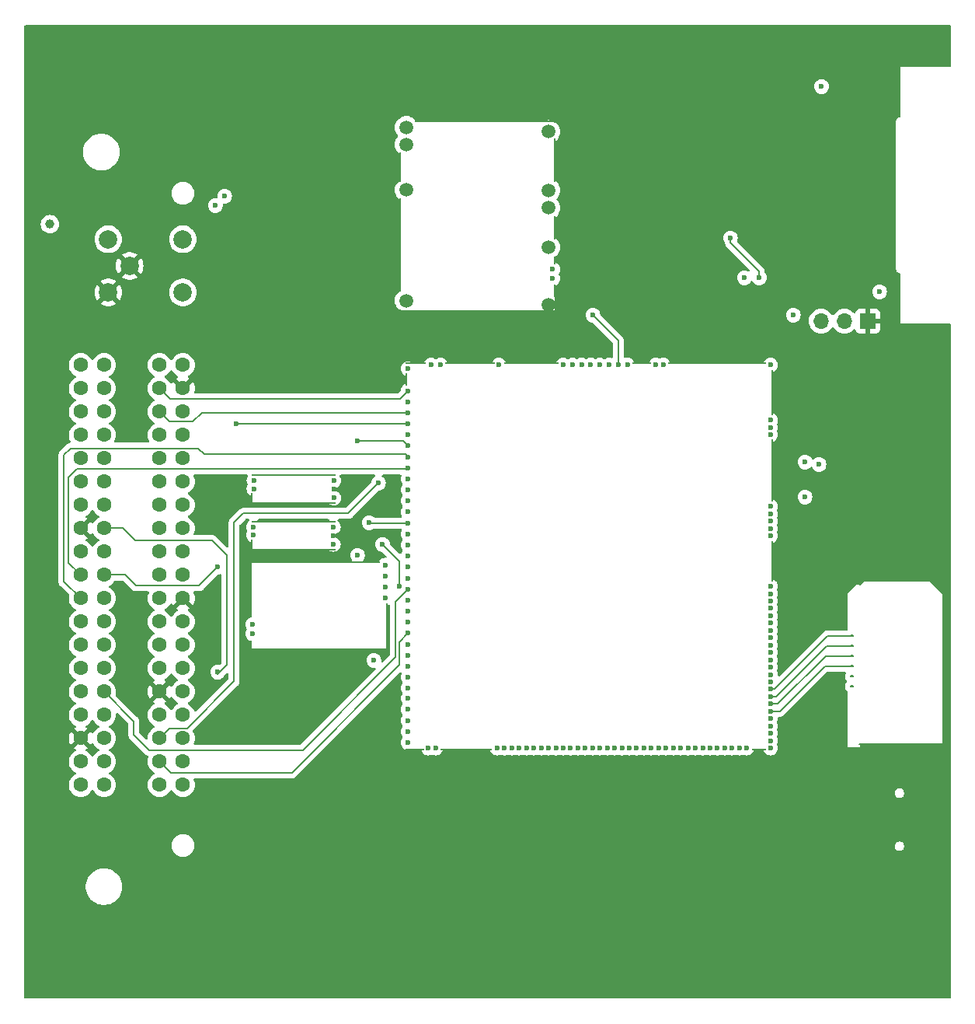
<source format=gbl>
G04 #@! TF.GenerationSoftware,KiCad,Pcbnew,8.0.6-8.0.6-0~ubuntu22.04.1*
G04 #@! TF.CreationDate,2024-11-19T20:42:58+00:00*
G04 #@! TF.ProjectId,hellenbremen,68656c6c-656e-4627-9265-6d656e2e6b69,rev?*
G04 #@! TF.SameCoordinates,Original*
G04 #@! TF.FileFunction,Copper,L4,Bot*
G04 #@! TF.FilePolarity,Positive*
%FSLAX46Y46*%
G04 Gerber Fmt 4.6, Leading zero omitted, Abs format (unit mm)*
G04 Created by KiCad (PCBNEW 8.0.6-8.0.6-0~ubuntu22.04.1) date 2024-11-19 20:42:58*
%MOMM*%
%LPD*%
G01*
G04 APERTURE LIST*
G04 #@! TA.AperFunction,ComponentPad*
%ADD10C,0.600000*%
G04 #@! TD*
G04 #@! TA.AperFunction,SMDPad,CuDef*
%ADD11R,2.300000X0.200000*%
G04 #@! TD*
G04 #@! TA.AperFunction,SMDPad,CuDef*
%ADD12R,10.700000X0.200000*%
G04 #@! TD*
G04 #@! TA.AperFunction,SMDPad,CuDef*
%ADD13R,2.100000X0.200000*%
G04 #@! TD*
G04 #@! TA.AperFunction,SMDPad,CuDef*
%ADD14R,6.000000X0.200000*%
G04 #@! TD*
G04 #@! TA.AperFunction,SMDPad,CuDef*
%ADD15R,5.400000X0.200000*%
G04 #@! TD*
G04 #@! TA.AperFunction,SMDPad,CuDef*
%ADD16R,0.200000X1.400000*%
G04 #@! TD*
G04 #@! TA.AperFunction,SMDPad,CuDef*
%ADD17R,0.200000X5.000000*%
G04 #@! TD*
G04 #@! TA.AperFunction,SMDPad,CuDef*
%ADD18R,0.200000X6.800000*%
G04 #@! TD*
G04 #@! TA.AperFunction,SMDPad,CuDef*
%ADD19R,0.200000X4.500000*%
G04 #@! TD*
G04 #@! TA.AperFunction,SMDPad,CuDef*
%ADD20R,1.600000X0.200000*%
G04 #@! TD*
G04 #@! TA.AperFunction,SMDPad,CuDef*
%ADD21R,5.700000X0.200000*%
G04 #@! TD*
G04 #@! TA.AperFunction,SMDPad,CuDef*
%ADD22R,2.000000X0.200000*%
G04 #@! TD*
G04 #@! TA.AperFunction,SMDPad,CuDef*
%ADD23R,0.250000X6.185000*%
G04 #@! TD*
G04 #@! TA.AperFunction,SMDPad,CuDef*
%ADD24R,0.250000X1.115000*%
G04 #@! TD*
G04 #@! TA.AperFunction,SMDPad,CuDef*
%ADD25R,14.275000X0.250000*%
G04 #@! TD*
G04 #@! TA.AperFunction,SMDPad,CuDef*
%ADD26R,15.100000X0.250000*%
G04 #@! TD*
G04 #@! TA.AperFunction,SMDPad,CuDef*
%ADD27R,0.250000X5.175000*%
G04 #@! TD*
G04 #@! TA.AperFunction,ComponentPad*
%ADD28C,1.500000*%
G04 #@! TD*
G04 #@! TA.AperFunction,SMDPad,CuDef*
%ADD29O,0.200000X3.300000*%
G04 #@! TD*
G04 #@! TA.AperFunction,SMDPad,CuDef*
%ADD30O,0.200000X10.200000*%
G04 #@! TD*
G04 #@! TA.AperFunction,SMDPad,CuDef*
%ADD31O,0.200000X0.300000*%
G04 #@! TD*
G04 #@! TA.AperFunction,SMDPad,CuDef*
%ADD32O,17.000000X0.200000*%
G04 #@! TD*
G04 #@! TA.AperFunction,SMDPad,CuDef*
%ADD33O,15.400000X0.200000*%
G04 #@! TD*
G04 #@! TA.AperFunction,SMDPad,CuDef*
%ADD34O,0.200000X4.800000*%
G04 #@! TD*
G04 #@! TA.AperFunction,SMDPad,CuDef*
%ADD35O,0.200000X2.600000*%
G04 #@! TD*
G04 #@! TA.AperFunction,SMDPad,CuDef*
%ADD36O,0.200000X1.000000*%
G04 #@! TD*
G04 #@! TA.AperFunction,SMDPad,CuDef*
%ADD37O,0.200000X1.500000*%
G04 #@! TD*
G04 #@! TA.AperFunction,ComponentPad*
%ADD38R,1.700000X1.700000*%
G04 #@! TD*
G04 #@! TA.AperFunction,ComponentPad*
%ADD39O,1.700000X1.700000*%
G04 #@! TD*
G04 #@! TA.AperFunction,SMDPad,CuDef*
%ADD40O,0.200000X1.225000*%
G04 #@! TD*
G04 #@! TA.AperFunction,SMDPad,CuDef*
%ADD41O,9.300000X0.200000*%
G04 #@! TD*
G04 #@! TA.AperFunction,ComponentPad*
%ADD42C,2.000000*%
G04 #@! TD*
G04 #@! TA.AperFunction,ComponentPad*
%ADD43C,1.600000*%
G04 #@! TD*
G04 #@! TA.AperFunction,ViaPad*
%ADD44C,0.600000*%
G04 #@! TD*
G04 #@! TA.AperFunction,ViaPad*
%ADD45C,1.000000*%
G04 #@! TD*
G04 #@! TA.AperFunction,Conductor*
%ADD46C,0.200000*%
G04 #@! TD*
G04 APERTURE END LIST*
G04 #@! TO.P,M1,G,GND*
G04 #@! TO.N,GND*
G04 #@! TA.AperFunction,SMDPad,CuDef*
G36*
G01*
X99267500Y45900006D02*
X91977500Y45900006D01*
G75*
G02*
X91877500Y46000006I0J100000D01*
G01*
X91877500Y46000006D01*
G75*
G02*
X91977500Y46100006I100000J0D01*
G01*
X99267500Y46100006D01*
G75*
G02*
X99367500Y46000006I0J-100000D01*
G01*
X99367500Y46000006D01*
G75*
G02*
X99267500Y45900006I-100000J0D01*
G01*
G37*
G04 #@! TD.AperFunction*
G04 #@! TA.AperFunction,SMDPad,CuDef*
G36*
G01*
X92034876Y45918461D02*
X91610612Y45494197D01*
G75*
G02*
X91469190Y45494197I-70711J70711D01*
G01*
X91469190Y45494197D01*
G75*
G02*
X91469190Y45635619I70711J70711D01*
G01*
X91893454Y46059883D01*
G75*
G02*
X92034876Y46059883I70711J-70711D01*
G01*
X92034876Y46059883D01*
G75*
G02*
X92034876Y45918461I-70711J-70711D01*
G01*
G37*
G04 #@! TD.AperFunction*
G04 #@! TA.AperFunction,SMDPad,CuDef*
G36*
G01*
X100633809Y44515291D02*
X99226667Y45922433D01*
G75*
G02*
X99226667Y46063855I70711J70711D01*
G01*
X99226667Y46063855D01*
G75*
G02*
X99368089Y46063855I70711J-70711D01*
G01*
X100775231Y44656713D01*
G75*
G02*
X100775231Y44515291I-70711J-70711D01*
G01*
X100775231Y44515291D01*
G75*
G02*
X100633809Y44515291I-70711J70711D01*
G01*
G37*
G04 #@! TD.AperFunction*
G04 #@! TA.AperFunction,SMDPad,CuDef*
G36*
G01*
X100806643Y44579443D02*
X100806643Y28229443D01*
G75*
G02*
X100706643Y28129443I-100000J0D01*
G01*
X100706643Y28129443D01*
G75*
G02*
X100606643Y28229443I0J100000D01*
G01*
X100606643Y44579443D01*
G75*
G02*
X100706643Y44679443I100000J0D01*
G01*
X100706643Y44679443D01*
G75*
G02*
X100806643Y44579443I0J-100000D01*
G01*
G37*
G04 #@! TD.AperFunction*
G04 #@! TA.AperFunction,SMDPad,CuDef*
G36*
G01*
X91526832Y28307522D02*
X100696830Y28307522D01*
G75*
G02*
X100796830Y28207522I0J-100000D01*
G01*
X100796830Y28207522D01*
G75*
G02*
X100696830Y28107522I-100000J0D01*
G01*
X91526832Y28107522D01*
G75*
G02*
X91426832Y28207522I0J100000D01*
G01*
X91426832Y28207522D01*
G75*
G02*
X91526832Y28307522I100000J0D01*
G01*
G37*
G04 #@! TD.AperFunction*
G04 #@! TO.P,M1,N1,V5*
G04 #@! TO.N,unconnected-(M1-V5-PadN1)*
G04 #@! TA.AperFunction,SMDPad,CuDef*
G36*
G01*
X90824999Y34375006D02*
X90575001Y34375006D01*
G75*
G02*
X90450001Y34500006I0J125000D01*
G01*
X90450001Y34500006D01*
G75*
G02*
X90575001Y34625006I125000J0D01*
G01*
X90824999Y34625006D01*
G75*
G02*
X90949999Y34500006I0J-125000D01*
G01*
X90949999Y34500006D01*
G75*
G02*
X90824999Y34375006I-125000J0D01*
G01*
G37*
G04 #@! TD.AperFunction*
G04 #@! TO.P,M1,N2,V33*
G04 #@! TO.N,unconnected-(M1-V33-PadN2)*
G04 #@! TA.AperFunction,SMDPad,CuDef*
G36*
G01*
X90824999Y35475004D02*
X90575001Y35475004D01*
G75*
G02*
X90450001Y35600004I0J125000D01*
G01*
X90450001Y35600004D01*
G75*
G02*
X90575001Y35725004I125000J0D01*
G01*
X90824999Y35725004D01*
G75*
G02*
X90949999Y35600004I0J-125000D01*
G01*
X90949999Y35600004D01*
G75*
G02*
X90824999Y35475004I-125000J0D01*
G01*
G37*
G04 #@! TD.AperFunction*
G04 #@! TO.P,M1,N3,SWO*
G04 #@! TO.N,Net-(M1-SWO)*
G04 #@! TA.AperFunction,SMDPad,CuDef*
G36*
G01*
X90824999Y36575002D02*
X90575001Y36575002D01*
G75*
G02*
X90450001Y36700002I0J125000D01*
G01*
X90450001Y36700002D01*
G75*
G02*
X90575001Y36825002I125000J0D01*
G01*
X90824999Y36825002D01*
G75*
G02*
X90949999Y36700002I0J-125000D01*
G01*
X90949999Y36700002D01*
G75*
G02*
X90824999Y36575002I-125000J0D01*
G01*
G37*
G04 #@! TD.AperFunction*
G04 #@! TO.P,M1,N4,SWDIO*
G04 #@! TO.N,Net-(M1-SWDIO)*
G04 #@! TA.AperFunction,SMDPad,CuDef*
G36*
G01*
X90824999Y37675000D02*
X90575001Y37675000D01*
G75*
G02*
X90450001Y37800000I0J125000D01*
G01*
X90450001Y37800000D01*
G75*
G02*
X90575001Y37925000I125000J0D01*
G01*
X90824999Y37925000D01*
G75*
G02*
X90949999Y37800000I0J-125000D01*
G01*
X90949999Y37800000D01*
G75*
G02*
X90824999Y37675000I-125000J0D01*
G01*
G37*
G04 #@! TD.AperFunction*
G04 #@! TO.P,M1,N5,SWCLK*
G04 #@! TO.N,Net-(M1-SWCLK)*
G04 #@! TA.AperFunction,SMDPad,CuDef*
G36*
G01*
X90824999Y38774998D02*
X90575001Y38774998D01*
G75*
G02*
X90450001Y38899998I0J125000D01*
G01*
X90450001Y38899998D01*
G75*
G02*
X90575001Y39024998I125000J0D01*
G01*
X90824999Y39024998D01*
G75*
G02*
X90949999Y38899998I0J-125000D01*
G01*
X90949999Y38899998D01*
G75*
G02*
X90824999Y38774998I-125000J0D01*
G01*
G37*
G04 #@! TD.AperFunction*
G04 #@! TO.P,M1,N6,nReset*
G04 #@! TO.N,Net-(M1-nReset)*
G04 #@! TA.AperFunction,SMDPad,CuDef*
G36*
G01*
X90824999Y39874995D02*
X90575001Y39874995D01*
G75*
G02*
X90450001Y39999995I0J125000D01*
G01*
X90450001Y39999995D01*
G75*
G02*
X90575001Y40124995I125000J0D01*
G01*
X90824999Y40124995D01*
G75*
G02*
X90949999Y39999995I0J-125000D01*
G01*
X90949999Y39999995D01*
G75*
G02*
X90824999Y39874995I-125000J0D01*
G01*
G37*
G04 #@! TD.AperFunction*
G04 #@! TD*
D10*
G04 #@! TO.P,M3,E1,SPI2_SCK/CAN2_TX*
G04 #@! TO.N,unconnected-(M3-SPI2_SCK{slash}CAN2_TX-PadE1)*
X79250996Y27800004D03*
G04 #@! TO.P,M3,E2,SPI2_MISO*
G04 #@! TO.N,unconnected-(M3-SPI2_MISO-PadE2)*
X78450995Y27800004D03*
G04 #@! TO.P,M3,E3,SPI2_MOSI*
G04 #@! TO.N,unconnected-(M3-SPI2_MOSI-PadE3)*
X77650997Y27800004D03*
G04 #@! TO.P,M3,E4,SPI2_CS/CAN2_RX*
G04 #@! TO.N,unconnected-(M3-SPI2_CS{slash}CAN2_RX-PadE4)*
X76850996Y27800004D03*
G04 #@! TO.P,M3,E6,OUT_IO3*
G04 #@! TO.N,unconnected-(M3-OUT_IO3-PadE6)*
X76050995Y27800004D03*
G04 #@! TO.P,M3,E7,OUT_IO5*
G04 #@! TO.N,unconnected-(M3-OUT_IO5-PadE7)*
X75250997Y27800007D03*
G04 #@! TO.P,M3,E8,OUT_IO1*
G04 #@! TO.N,unconnected-(M3-OUT_IO1-PadE8)*
X74450996Y27800007D03*
G04 #@! TO.P,M3,E9,OUT_IO6*
G04 #@! TO.N,unconnected-(M3-OUT_IO6-PadE9)*
X73650992Y27800004D03*
G04 #@! TO.P,M3,E10,OUT_IO10*
G04 #@! TO.N,unconnected-(M3-OUT_IO10-PadE10)*
X72850996Y27800004D03*
G04 #@! TO.P,M3,E11,OUT_IO9*
G04 #@! TO.N,unconnected-(M3-OUT_IO9-PadE11)*
X72050996Y27800004D03*
G04 #@! TO.P,M3,E12,OUT_IO2*
G04 #@! TO.N,unconnected-(M3-OUT_IO2-PadE12)*
X71250995Y27800004D03*
G04 #@! TO.P,M3,E13,OUT_IO12*
G04 #@! TO.N,unconnected-(M3-OUT_IO12-PadE13)*
X70450996Y27800007D03*
G04 #@! TO.P,M3,E14,OUT_PWM5*
G04 #@! TO.N,unconnected-(M3-OUT_PWM5-PadE14)*
X69650995Y27800007D03*
G04 #@! TO.P,M3,E15,OUT_PWM4*
G04 #@! TO.N,unconnected-(M3-OUT_PWM4-PadE15)*
X68850994Y27800007D03*
G04 #@! TO.P,M3,E16,OUT_PWM3*
G04 #@! TO.N,unconnected-(M3-OUT_PWM3-PadE16)*
X68050996Y27800004D03*
G04 #@! TO.P,M3,E17,OUT_PWM2*
G04 #@! TO.N,MCU_CFC*
X67250995Y27800004D03*
G04 #@! TO.P,M3,E18,OUT_INJ2*
G04 #@! TO.N,MCU_INJ2*
X66450997Y27800004D03*
G04 #@! TO.P,M3,E19,OUT_INJ1*
G04 #@! TO.N,MCU_INJ1*
X65650996Y27800007D03*
G04 #@! TO.P,M3,E20,OUT_IO13*
G04 #@! TO.N,unconnected-(M3-OUT_IO13-PadE20)*
X64850995Y27800007D03*
G04 #@! TO.P,M3,E21,OUT_IO4*
G04 #@! TO.N,unconnected-(M3-OUT_IO4-PadE21)*
X64050996Y27800004D03*
G04 #@! TO.P,M3,E22,OUT_IO8*
G04 #@! TO.N,unconnected-(M3-OUT_IO8-PadE22)*
X63250995Y27800004D03*
G04 #@! TO.P,M3,E23,OUT_IO7*
G04 #@! TO.N,unconnected-(M3-OUT_IO7-PadE23)*
X62450994Y27800004D03*
G04 #@! TO.P,M3,E24,OUT_IO11*
G04 #@! TO.N,unconnected-(M3-OUT_IO11-PadE24)*
X61650996Y27800004D03*
G04 #@! TO.P,M3,E25,OUT_PWM7*
G04 #@! TO.N,unconnected-(M3-OUT_PWM7-PadE25)*
X60850995Y27800004D03*
G04 #@! TO.P,M3,E26,OUT_PWM6*
G04 #@! TO.N,unconnected-(M3-OUT_PWM6-PadE26)*
X60050997Y27800004D03*
G04 #@! TO.P,M3,E27,OUT_PWM1*
G04 #@! TO.N,MCU_CPC*
X59250996Y27800004D03*
G04 #@! TO.P,M3,E28,OUT_PWM8*
G04 #@! TO.N,unconnected-(M3-OUT_PWM8-PadE28)*
X58450995Y27800004D03*
G04 #@! TO.P,M3,E29,OUT_INJ3*
G04 #@! TO.N,unconnected-(M3-OUT_INJ3-PadE29)*
X57650996Y27800004D03*
G04 #@! TO.P,M3,E30,OUT_INJ4*
G04 #@! TO.N,unconnected-(M3-OUT_INJ4-PadE30)*
X56850995Y27800004D03*
G04 #@! TO.P,M3,E31,OUT_INJ5*
G04 #@! TO.N,unconnected-(M3-OUT_INJ5-PadE31)*
X56050997Y27800007D03*
G04 #@! TO.P,M3,E32,OUT_INJ6*
G04 #@! TO.N,unconnected-(M3-OUT_INJ6-PadE32)*
X55250994Y27800004D03*
G04 #@! TO.P,M3,E33,OUT_INJ7*
G04 #@! TO.N,MCU_ACR1*
X54450995Y27800004D03*
G04 #@! TO.P,M3,E34,OUT_INJ8*
G04 #@! TO.N,MCU_ACR2*
X53650997Y27800004D03*
G04 #@! TO.P,M3,E35,IO6*
G04 #@! TO.N,unconnected-(M3-IO6-PadE35)*
X52850996Y27800004D03*
G04 #@! TO.P,M3,E36,IO7*
G04 #@! TO.N,unconnected-(M3-IO7-PadE36)*
X52050995Y27800004D03*
G04 #@! TO.P,M3,E38,V5A_SWITCHABLE*
G04 #@! TO.N,+5VA*
X45351001Y27800007D03*
G04 #@! TO.P,M3,E39,GNDA*
G04 #@! TO.N,unconnected-(M3-GNDA-PadE39)*
X44551000Y27800004D03*
D11*
G04 #@! TO.P,M3,G,GND*
G04 #@! TO.N,GND*
X43201000Y69700009D03*
D12*
X76000998Y69700007D03*
D13*
X67800999Y69700007D03*
D14*
X55751000Y69700007D03*
D15*
X49051003Y69700007D03*
D16*
X42150997Y67900000D03*
D17*
X82050998Y66500005D03*
D18*
X82050998Y58000002D03*
D19*
X82050998Y48149999D03*
D20*
X80550999Y27600004D03*
D21*
X48700996Y27600004D03*
D22*
X43051003Y27600004D03*
D10*
G04 #@! TO.P,M3,N1,USBID*
G04 #@! TO.N,unconnected-(M3-USBID-PadN1)*
X81850999Y27800004D03*
G04 #@! TO.P,M3,N2,USBM*
G04 #@! TO.N,Net-(M3-USBM)*
X81851001Y28600002D03*
G04 #@! TO.P,M3,N3,USBP*
G04 #@! TO.N,Net-(M3-USBP)*
X81851001Y29400003D03*
G04 #@! TO.P,M3,N4,VBUS*
G04 #@! TO.N,Net-(M3-VBUS)*
X81850999Y30200002D03*
G04 #@! TO.P,M3,N5,BOOT0*
G04 #@! TO.N,unconnected-(M3-BOOT0-PadN5)*
X81850999Y31000003D03*
G04 #@! TO.P,M3,N6,SWO*
G04 #@! TO.N,Net-(M1-SWO)*
X81850999Y31800004D03*
G04 #@! TO.P,M3,N7,SWDIO*
G04 #@! TO.N,Net-(M1-SWDIO)*
X81850999Y32600002D03*
G04 #@! TO.P,M3,N8,SWCLK*
G04 #@! TO.N,Net-(M1-SWCLK)*
X81851001Y33400003D03*
G04 #@! TO.P,M3,N9,nReset*
G04 #@! TO.N,Net-(M1-nReset)*
X81850999Y34200001D03*
G04 #@! TO.P,M3,N10,SPI3_CS*
G04 #@! TO.N,unconnected-(M3-SPI3_CS-PadN10)*
X81850999Y35000002D03*
G04 #@! TO.P,M3,N11,SPI3_SCK*
G04 #@! TO.N,unconnected-(M3-SPI3_SCK-PadN11)*
X81850999Y35800003D03*
G04 #@! TO.P,M3,N12,SPI3_MISO*
G04 #@! TO.N,unconnected-(M3-SPI3_MISO-PadN12)*
X81850999Y36600004D03*
G04 #@! TO.P,M3,N13,SPI3_MOSI*
G04 #@! TO.N,unconnected-(M3-SPI3_MOSI-PadN13)*
X81850999Y37400003D03*
G04 #@! TO.P,M3,N14,I2C_SCL*
G04 #@! TO.N,unconnected-(M3-I2C_SCL-PadN14)*
X81850999Y38200004D03*
G04 #@! TO.P,M3,N15,I2C_SDA*
G04 #@! TO.N,unconnected-(M3-I2C_SDA-PadN15)*
X81851001Y39000005D03*
G04 #@! TO.P,M3,N16,IO1*
G04 #@! TO.N,unconnected-(M3-IO1-PadN16)*
X81851001Y39800005D03*
G04 #@! TO.P,M3,N17,UART2_TX*
G04 #@! TO.N,UART_BT_TX*
X81850999Y40600004D03*
G04 #@! TO.P,M3,N18,UART2_RX*
G04 #@! TO.N,UART_BT_RX*
X81850999Y41400005D03*
G04 #@! TO.P,M3,N19,IO2*
G04 #@! TO.N,unconnected-(M3-IO2-PadN19)*
X81850999Y42200003D03*
G04 #@! TO.P,M3,N20,IO4*
G04 #@! TO.N,unconnected-(M3-IO4-PadN20)*
X81850999Y43000004D03*
G04 #@! TO.P,M3,N21,IO3*
G04 #@! TO.N,unconnected-(M3-IO3-PadN21)*
X81851001Y43800003D03*
G04 #@! TO.P,M3,N22,V33*
G04 #@! TO.N,+3V3*
X81850999Y44600004D03*
G04 #@! TO.P,M3,N23,IO5*
G04 #@! TO.N,unconnected-(M3-IO5-PadN23)*
X81850999Y45400004D03*
G04 #@! TO.P,M3,N24,UART8_RX*
G04 #@! TO.N,unconnected-(M3-UART8_RX-PadN24)*
X81850999Y50900004D03*
G04 #@! TO.P,M3,N25,UART8_TX*
G04 #@! TO.N,unconnected-(M3-UART8_TX-PadN25)*
X81850999Y51700005D03*
G04 #@! TO.P,M3,N26,IN_VIGN*
G04 #@! TO.N,VIGN*
X81850999Y52500003D03*
G04 #@! TO.P,M3,N27,VBAT*
G04 #@! TO.N,unconnected-(M3-VBAT-PadN27)*
X81850999Y53300001D03*
G04 #@! TO.P,M3,N28,V33_SWITCHABLE*
G04 #@! TO.N,+3V3SW*
X81850999Y54100000D03*
G04 #@! TO.P,M3,N29,OUT_PWR_EN*
G04 #@! TO.N,PWR_EN*
X81850999Y61900004D03*
G04 #@! TO.P,M3,N30,V5A_SWITCHABLE*
G04 #@! TO.N,unconnected-(M3-V5A_SWITCHABLE-PadN30)*
X81850999Y62700003D03*
G04 #@! TO.P,M3,N31,VCC*
G04 #@! TO.N,+5V*
X81850999Y63500001D03*
G04 #@! TO.P,M3,N32,V33*
G04 #@! TO.N,+3V3*
X81850999Y69500005D03*
G04 #@! TO.P,M3,S1,IN_D4*
G04 #@! TO.N,unconnected-(M3-IN_D4-PadS1)*
X42350994Y28400005D03*
G04 #@! TO.P,M3,S2,IN_D3*
G04 #@! TO.N,unconnected-(M3-IN_D3-PadS2)*
X42350996Y29600006D03*
G04 #@! TO.P,M3,S3,IN_D2*
G04 #@! TO.N,unconnected-(M3-IN_D2-PadS3)*
X42350996Y30800003D03*
G04 #@! TO.P,M3,S4,IN_D1*
G04 #@! TO.N,unconnected-(M3-IN_D1-PadS4)*
X42350994Y32000003D03*
G04 #@! TO.P,M3,S5,VREF2*
G04 #@! TO.N,unconnected-(M3-VREF2-PadS5)*
X42350996Y33200003D03*
G04 #@! TO.P,M3,S6,IN_SENS4*
G04 #@! TO.N,unconnected-(M3-IN_SENS4-PadS6)*
X42350996Y34299991D03*
G04 #@! TO.P,M3,S7,IN_SENS3*
G04 #@! TO.N,unconnected-(M3-IN_SENS3-PadS7)*
X42350996Y35499991D03*
G04 #@! TO.P,M3,S8,IN_SENS2*
G04 #@! TO.N,unconnected-(M3-IN_SENS2-PadS8)*
X42350994Y36699989D03*
G04 #@! TO.P,M3,S9,IN_SENS1*
G04 #@! TO.N,MCU_KNOCK_R*
X42350996Y37899989D03*
G04 #@! TO.P,M3,S10,IN_AUX4*
G04 #@! TO.N,unconnected-(M3-IN_AUX4-PadS10)*
X42350996Y39099992D03*
G04 #@! TO.P,M3,S11,IN_AUX3*
G04 #@! TO.N,H2OSPC*
X42350994Y40299994D03*
G04 #@! TO.P,M3,S12,IN_AUX2*
G04 #@! TO.N,unconnected-(M3-IN_AUX2-PadS12)*
X42350996Y41499992D03*
G04 #@! TO.P,M3,S13,IN_AUX1*
G04 #@! TO.N,ETS*
X42350996Y42699990D03*
G04 #@! TO.P,M3,S14,IN_RES2*
G04 #@! TO.N,unconnected-(M3-IN_RES2-PadS14)*
X42350996Y43899997D03*
G04 #@! TO.P,M3,S15,IN_O2S2*
G04 #@! TO.N,H2OS2*
X42350996Y45099997D03*
G04 #@! TO.P,M3,S16,IN_O2S*
G04 #@! TO.N,H2OS1*
X42350996Y46299995D03*
G04 #@! TO.P,M3,S17,IN_RES1*
G04 #@! TO.N,IN_JSS*
X42350996Y47499995D03*
G04 #@! TO.P,M3,S18,IN_RES3*
G04 #@! TO.N,unconnected-(M3-IN_RES3-PadS18)*
X42350996Y48700000D03*
G04 #@! TO.P,M3,S19,IN_MAP3*
G04 #@! TO.N,unconnected-(M3-IN_MAP3-PadS19)*
X42350996Y49900001D03*
G04 #@! TO.P,M3,S20,IN_MAP2*
G04 #@! TO.N,unconnected-(M3-IN_MAP2-PadS20)*
X42350994Y51099998D03*
G04 #@! TO.P,M3,S21,IN_MAP1*
G04 #@! TO.N,IN_MAP*
X42350996Y52299998D03*
G04 #@! TO.P,M3,S22,IN_CRANK*
G04 #@! TO.N,IN_CRANK*
X42350994Y53500001D03*
G04 #@! TO.P,M3,S23,IN_KNOCK*
G04 #@! TO.N,MCU_KNOCK_F*
X42350996Y54700001D03*
G04 #@! TO.P,M3,S24,IN_CAM*
G04 #@! TO.N,unconnected-(M3-IN_CAM-PadS24)*
X42350996Y55899996D03*
G04 #@! TO.P,M3,S25,IN_VSS*
G04 #@! TO.N,unconnected-(M3-IN_VSS-PadS25)*
X42350994Y57099999D03*
G04 #@! TO.P,M3,S26,IN_IAT*
G04 #@! TO.N,IN_IAT*
X42350996Y58300004D03*
G04 #@! TO.P,M3,S27,IN_AT1*
G04 #@! TO.N,IN_AAT*
X42350994Y59500004D03*
G04 #@! TO.P,M3,S28,IN_CLT*
G04 #@! TO.N,IN_CLT*
X42350996Y60700002D03*
G04 #@! TO.P,M3,S29,IN_AT2*
G04 #@! TO.N,unconnected-(M3-IN_AT2-PadS29)*
X42350996Y61900002D03*
G04 #@! TO.P,M3,S30,IN_TPS*
G04 #@! TO.N,IN_TPS*
X42350996Y63100007D03*
G04 #@! TO.P,M3,S31,IN_PPS*
G04 #@! TO.N,IN_PPS*
X42350996Y64300007D03*
G04 #@! TO.P,M3,S32,IN_TPS2*
G04 #@! TO.N,IN_TPS2*
X42350996Y65500005D03*
G04 #@! TO.P,M3,S33,IN_PPS2*
G04 #@! TO.N,IN_PPS2*
X42350996Y66700005D03*
G04 #@! TO.P,M3,S35,VREF1*
G04 #@! TO.N,unconnected-(M3-VREF1-PadS35)*
X42350996Y69100005D03*
G04 #@! TO.P,M3,W1,GNDA*
G04 #@! TO.N,GNDA*
X44850999Y69500007D03*
G04 #@! TO.P,M3,W2,V5A_SWITCHABLE*
G04 #@! TO.N,+5VA*
X45851000Y69500007D03*
G04 #@! TO.P,M3,W3,V33_REF*
G04 #@! TO.N,unconnected-(M3-V33_REF-PadW3)*
X52251002Y69500005D03*
G04 #@! TO.P,M3,W4,IGN8*
G04 #@! TO.N,unconnected-(M3-IGN8-PadW4)*
X59250998Y69500005D03*
G04 #@! TO.P,M3,W5,IGN7*
G04 #@! TO.N,unconnected-(M3-IGN7-PadW5)*
X60250999Y69500005D03*
G04 #@! TO.P,M3,W6,IGN6*
G04 #@! TO.N,unconnected-(M3-IGN6-PadW6)*
X61250997Y69500005D03*
G04 #@! TO.P,M3,W7,IGN5*
G04 #@! TO.N,unconnected-(M3-IGN5-PadW7)*
X62250997Y69500005D03*
G04 #@! TO.P,M3,W8,IGN4*
G04 #@! TO.N,unconnected-(M3-IGN4-PadW8)*
X63250998Y69500005D03*
G04 #@! TO.P,M3,W9,IGN3*
G04 #@! TO.N,unconnected-(M3-IGN3-PadW9)*
X64250996Y69500005D03*
G04 #@! TO.P,M3,W10,IGN2*
G04 #@! TO.N,MCUIGN_2*
X65250996Y69500005D03*
G04 #@! TO.P,M3,W11,IGN1*
G04 #@! TO.N,MCUIGN_1*
X66250994Y69500005D03*
G04 #@! TO.P,M3,W12,CANH*
G04 #@! TO.N,CAN_H*
X69350998Y69500005D03*
G04 #@! TO.P,M3,W13,CANL*
G04 #@! TO.N,CAN_L*
X70150999Y69500005D03*
G04 #@! TD*
G04 #@! TO.P,M4,E1,HALL_EN*
G04 #@! TO.N,unconnected-(M4-HALL_EN-PadE1)*
X39837000Y45305000D03*
G04 #@! TO.P,M4,E2,NC*
G04 #@! TO.N,unconnected-(M4-NC-PadE2)*
X39837000Y44105000D03*
G04 #@! TO.P,M4,E3,OUT*
G04 #@! TO.N,IN_CRANK*
X39837000Y46505000D03*
G04 #@! TO.P,M4,E4,V5_IN*
G04 #@! TO.N,unconnected-(M4-V5_IN-PadE4)*
X39837000Y47705000D03*
D23*
G04 #@! TO.P,M4,G,GND*
G04 #@! TO.N,GND*
X25187000Y45037500D03*
D24*
X25187000Y38987500D03*
D25*
X32199500Y48005000D03*
D26*
X32612000Y38555000D03*
D27*
X40037000Y41017500D03*
D10*
G04 #@! TO.P,M4,W1,VR-/HALL*
G04 #@! TO.N,CRANK_LOW*
X25412000Y41245000D03*
G04 #@! TO.P,M4,W2,VR+*
G04 #@! TO.N,CRANK_HIGH*
X25412000Y40245000D03*
G04 #@! TD*
D28*
G04 #@! TO.P,M2,E1,VBAT*
G04 #@! TO.N,unconnected-(M2-VBAT-PadE1)*
X57658995Y94922999D03*
G04 #@! TO.P,M2,E2,V12*
G04 #@! TO.N,+12V*
X57658995Y88523002D03*
G04 #@! TO.P,M2,E3,VIGN*
G04 #@! TO.N,VIGN*
X57658995Y86622999D03*
G04 #@! TO.P,M2,E4,V5*
G04 #@! TO.N,+5V*
X57658995Y82322999D03*
D10*
G04 #@! TO.P,M2,E5,EN_5VP*
G04 #@! TO.N,PWR_EN*
X58108994Y79923002D03*
G04 #@! TO.P,M2,E6,PG_5VP*
G04 #@! TO.N,unconnected-(M2-PG_5VP-PadE6)*
X58108994Y78923001D03*
D29*
G04 #@! TO.P,M2,S1,GND*
G04 #@! TO.N,GND*
X41508999Y91072999D03*
D30*
X41508999Y82573001D03*
D31*
X41508999Y75472999D03*
D32*
X49908997Y75422999D03*
D33*
X50708998Y96022999D03*
D28*
X57658995Y76072999D03*
D31*
X58308996Y95972999D03*
D34*
X58308996Y91773001D03*
D35*
X58308996Y84422999D03*
D36*
X58308996Y80923002D03*
D37*
X58308996Y77623001D03*
D28*
G04 #@! TO.P,M2,V1,V12_PERM*
G04 #@! TO.N,+12V_BAT*
X42158998Y95373001D03*
G04 #@! TO.P,M2,V2,IN_VIGN*
G04 #@! TO.N,+12V_PSP*
X42158998Y93523002D03*
G04 #@! TO.P,M2,V3,V12_RAW*
G04 #@! TO.N,+12V_BAT*
X42158998Y88572999D03*
G04 #@! TO.P,M2,V4,5VP*
G04 #@! TO.N,+5VP*
X42158998Y76523001D03*
G04 #@! TD*
D38*
G04 #@! TO.P,J2,1,Pin_1*
G04 #@! TO.N,GND*
X92441000Y74290000D03*
D39*
G04 #@! TO.P,J2,2,Pin_2*
G04 #@! TO.N,DEBUG_RX*
X89901000Y74290000D03*
G04 #@! TO.P,J2,3,Pin_3*
G04 #@! TO.N,DEBUG_TX*
X87361000Y74290000D03*
G04 #@! TD*
D10*
G04 #@! TO.P,M6,E1,V5A*
G04 #@! TO.N,unconnected-(M6-V5A-PadE1)*
X34193000Y51874998D03*
D40*
G04 #@! TO.P,M6,E2,GND*
G04 #@! TO.N,GND*
X25293000Y49899998D03*
D41*
X29843000Y52474998D03*
X29843000Y49374998D03*
D10*
X34193000Y50924998D03*
G04 #@! TO.P,M6,E3,OUT_KNOCK*
G04 #@! TO.N,MCU_KNOCK_R*
X34193000Y49975000D03*
G04 #@! TO.P,M6,W1,IN_KNOCK*
G04 #@! TO.N,RAW_KNOCK_R*
X25493000Y50974998D03*
G04 #@! TO.P,M6,W2,VREF*
G04 #@! TO.N,unconnected-(M6-VREF-PadW2)*
X25493000Y51874998D03*
G04 #@! TD*
G04 #@! TO.P,M5,E1,V5A*
G04 #@! TO.N,unconnected-(M5-V5A-PadE1)*
X34243000Y56929998D03*
D40*
G04 #@! TO.P,M5,E2,GND*
G04 #@! TO.N,GND*
X25343000Y54954998D03*
D41*
X29893000Y57529998D03*
X29893000Y54429998D03*
D10*
X34243000Y55979998D03*
G04 #@! TO.P,M5,E3,OUT_KNOCK*
G04 #@! TO.N,MCU_KNOCK_F*
X34243000Y55030000D03*
G04 #@! TO.P,M5,W1,IN_KNOCK*
G04 #@! TO.N,RAW_KNOCK_F*
X25543000Y56029998D03*
G04 #@! TO.P,M5,W2,VREF*
G04 #@! TO.N,unconnected-(M5-VREF-PadW2)*
X25543000Y56929998D03*
G04 #@! TD*
D42*
G04 #@! TO.P,J1,1,CFC*
G04 #@! TO.N,CFC*
X9670000Y83200000D03*
G04 #@! TO.P,J1,2,GND*
G04 #@! TO.N,GND*
X9670000Y77400000D03*
G04 #@! TO.P,J1,3,GND*
X12000000Y80300000D03*
G04 #@! TO.P,J1,4,CPC*
G04 #@! TO.N,CPC*
X17800000Y83200000D03*
G04 #@! TO.P,J1,5,PSP1*
G04 #@! TO.N,+12V_PSP*
X17800000Y77400000D03*
D43*
G04 #@! TO.P,J1,6,FFI*
G04 #@! TO.N,INJ_1*
X17800000Y23780000D03*
G04 #@! TO.P,J1,7,RFI*
G04 #@! TO.N,INJ_2*
X17800000Y26320000D03*
G04 #@! TO.P,J1,8,RACRE*
G04 #@! TO.N,ACR_2*
X17800000Y28860000D03*
G04 #@! TO.P,J1,9,9*
G04 #@! TO.N,unconnected-(J1-Pad9)*
X17800000Y31400000D03*
G04 #@! TO.P,J1,10,10*
G04 #@! TO.N,unconnected-(J1-Pad10)*
X17800000Y33940000D03*
G04 #@! TO.P,J1,11,CKPSL*
G04 #@! TO.N,CRANK_LOW*
X17800000Y36480000D03*
G04 #@! TO.P,J1,12,12*
G04 #@! TO.N,unconnected-(J1-Pad12)*
X17800000Y39020000D03*
G04 #@! TO.P,J1,13,13*
G04 #@! TO.N,unconnected-(J1-Pad13)*
X17800000Y41560000D03*
G04 #@! TO.P,J1,14,FHO2HG*
G04 #@! TO.N,GND*
X17800000Y44100000D03*
G04 #@! TO.P,J1,15,15*
G04 #@! TO.N,unconnected-(J1-Pad15)*
X17800000Y46640000D03*
G04 #@! TO.P,J1,16,PRGSEL*
G04 #@! TO.N,unconnected-(J1-PRGSEL-Pad16)*
X17800000Y49180000D03*
G04 #@! TO.P,J1,17,FIVVTC*
G04 #@! TO.N,unconnected-(J1-FIVVTC-Pad17)*
X17800000Y51720000D03*
G04 #@! TO.P,J1,18,18*
G04 #@! TO.N,unconnected-(J1-Pad18)*
X17800000Y54260000D03*
G04 #@! TO.P,J1,19,19*
G04 #@! TO.N,unconnected-(J1-Pad19)*
X17800000Y56800000D03*
G04 #@! TO.P,J1,20,ETCL*
G04 #@! TO.N,unconnected-(J1-ETCL-Pad20)*
X17800000Y59340000D03*
G04 #@! TO.P,J1,21,ETCH*
G04 #@! TO.N,unconnected-(J1-ETCH-Pad21)*
X17800000Y61880000D03*
G04 #@! TO.P,J1,22,22*
G04 #@! TO.N,unconnected-(J1-Pad22)*
X17800000Y64420000D03*
G04 #@! TO.P,J1,23,RHO2HG*
G04 #@! TO.N,GND*
X17800000Y66960000D03*
G04 #@! TO.P,J1,24,FIC*
G04 #@! TO.N,IGN_1*
X17800000Y69500000D03*
G04 #@! TO.P,J1,25,FACRE*
G04 #@! TO.N,ACR_1*
X15260000Y23780000D03*
G04 #@! TO.P,J1,26,PCHO2SB1*
G04 #@! TO.N,H2OSPC*
X15260000Y26320000D03*
G04 #@! TO.P,J1,27,TPS2*
G04 #@! TO.N,IN_TPS2*
X15260000Y28860000D03*
G04 #@! TO.P,J1,28,PSP2*
G04 #@! TO.N,unconnected-(J1-PSP2-Pad28)*
X15260000Y31400000D03*
G04 #@! TO.P,J1,29,5VSNSGND1*
G04 #@! TO.N,GND*
X15260000Y33940000D03*
G04 #@! TO.P,J1,30,CKPSH*
G04 #@! TO.N,CRANK_HIGH*
X15260000Y36480000D03*
G04 #@! TO.P,J1,31,FLS*
G04 #@! TO.N,unconnected-(J1-FLS-Pad31)*
X15260000Y39020000D03*
G04 #@! TO.P,J1,32,OPS*
G04 #@! TO.N,unconnected-(J1-OPS-Pad32)*
X15260000Y41560000D03*
G04 #@! TO.P,J1,33,33*
G04 #@! TO.N,unconnected-(J1-Pad33)*
X15260000Y44100000D03*
G04 #@! TO.P,J1,34,JSS*
G04 #@! TO.N,IN_JSS*
X15260000Y46640000D03*
G04 #@! TO.P,J1,35,35*
G04 #@! TO.N,unconnected-(J1-Pad35)*
X15260000Y49180000D03*
G04 #@! TO.P,J1,36,FKSH*
G04 #@! TO.N,RAW_KNOCK_F*
X15260000Y51720000D03*
G04 #@! TO.P,J1,37,FKSL*
G04 #@! TO.N,unconnected-(J1-FKSL-Pad37)*
X15260000Y54260000D03*
G04 #@! TO.P,J1,38,CANL1*
G04 #@! TO.N,CAN_L*
X15260000Y56800000D03*
G04 #@! TO.P,J1,39,CANH1*
G04 #@! TO.N,CAN_H*
X15260000Y59340000D03*
G04 #@! TO.P,J1,40,40*
G04 #@! TO.N,unconnected-(J1-Pad40)*
X15260000Y61880000D03*
G04 #@! TO.P,J1,41,TGS1*
G04 #@! TO.N,IN_PPS*
X15260000Y64420000D03*
G04 #@! TO.P,J1,42,TGS2*
G04 #@! TO.N,IN_PPS2*
X15260000Y66960000D03*
G04 #@! TO.P,J1,43,RIC*
G04 #@! TO.N,IGN_2*
X15260000Y69500000D03*
G04 #@! TO.P,J1,44,CFFC*
G04 #@! TO.N,unconnected-(J1-CFFC-Pad44)*
X9210000Y23780000D03*
G04 #@! TO.P,J1,45,RKSH*
G04 #@! TO.N,RAW_KNOCK_R*
X9210000Y26320000D03*
G04 #@! TO.P,J1,46,RKSL*
G04 #@! TO.N,unconnected-(J1-RKSL-Pad46)*
X9210000Y28860000D03*
G04 #@! TO.P,J1,47,FHO2SB1*
G04 #@! TO.N,H2OS1*
X9210000Y31400000D03*
G04 #@! TO.P,J1,48,RHO2SB2*
G04 #@! TO.N,H2OS2*
X9210000Y33940000D03*
G04 #@! TO.P,J1,49,CLT*
G04 #@! TO.N,IN_CLT*
X9210000Y36480000D03*
G04 #@! TO.P,J1,50,50*
G04 #@! TO.N,unconnected-(J1-Pad50)*
X9210000Y39020000D03*
G04 #@! TO.P,J1,51,51*
G04 #@! TO.N,unconnected-(J1-Pad51)*
X9210000Y41560000D03*
G04 #@! TO.P,J1,52,TPS1*
G04 #@! TO.N,IN_TPS*
X9210000Y44100000D03*
G04 #@! TO.P,J1,53,MAP*
G04 #@! TO.N,IN_MAP*
X9210000Y46640000D03*
G04 #@! TO.P,J1,54,54*
G04 #@! TO.N,unconnected-(J1-Pad54)*
X9210000Y49180000D03*
G04 #@! TO.P,J1,55,ETS*
G04 #@! TO.N,ETS*
X9210000Y51720000D03*
G04 #@! TO.P,J1,56,56*
G04 #@! TO.N,unconnected-(J1-Pad56)*
X9210000Y54260000D03*
G04 #@! TO.P,J1,57,57*
G04 #@! TO.N,unconnected-(J1-Pad57)*
X9210000Y56800000D03*
G04 #@! TO.P,J1,58,58*
G04 #@! TO.N,unconnected-(J1-Pad58)*
X9210000Y59340000D03*
G04 #@! TO.P,J1,59,59*
G04 #@! TO.N,unconnected-(J1-Pad59)*
X9210000Y61880000D03*
G04 #@! TO.P,J1,60,60*
G04 #@! TO.N,unconnected-(J1-Pad60)*
X9210000Y64420000D03*
G04 #@! TO.P,J1,61,61*
G04 #@! TO.N,unconnected-(J1-Pad61)*
X9210000Y66960000D03*
G04 #@! TO.P,J1,62,62*
G04 #@! TO.N,unconnected-(J1-Pad62)*
X9210000Y69500000D03*
G04 #@! TO.P,J1,63,63*
G04 #@! TO.N,unconnected-(J1-Pad63)*
X6670000Y23780000D03*
G04 #@! TO.P,J1,64,64*
G04 #@! TO.N,unconnected-(J1-Pad64)*
X6670000Y26320000D03*
G04 #@! TO.P,J1,65,PCH2OSG*
G04 #@! TO.N,GND*
X6670000Y28860000D03*
G04 #@! TO.P,J1,66,66*
G04 #@! TO.N,unconnected-(J1-Pad66)*
X6670000Y31400000D03*
G04 #@! TO.P,J1,67,BATFU*
G04 #@! TO.N,+12V_BAT*
X6670000Y33940000D03*
G04 #@! TO.P,J1,68,68*
G04 #@! TO.N,unconnected-(J1-Pad68)*
X6670000Y36480000D03*
G04 #@! TO.P,J1,69,69*
G04 #@! TO.N,unconnected-(J1-Pad69)*
X6670000Y39020000D03*
G04 #@! TO.P,J1,70,5VPS1*
G04 #@! TO.N,unconnected-(J1-5VPS1-Pad70)*
X6670000Y41560000D03*
G04 #@! TO.P,J1,71,AAT*
G04 #@! TO.N,IN_AAT*
X6670000Y44100000D03*
G04 #@! TO.P,J1,72,IAT*
G04 #@! TO.N,IN_IAT*
X6670000Y46640000D03*
G04 #@! TO.P,J1,73,73*
G04 #@! TO.N,unconnected-(J1-Pad73)*
X6670000Y49180000D03*
G04 #@! TO.P,J1,74,5VSNSGND2*
G04 #@! TO.N,GND*
X6670000Y51720000D03*
G04 #@! TO.P,J1,75,75*
G04 #@! TO.N,unconnected-(J1-Pad75)*
X6670000Y54260000D03*
G04 #@! TO.P,J1,76,76*
G04 #@! TO.N,unconnected-(J1-Pad76)*
X6670000Y56800000D03*
G04 #@! TO.P,J1,77,FICMPSNS*
G04 #@! TO.N,unconnected-(J1-FICMPSNS-Pad77)*
X6670000Y59340000D03*
G04 #@! TO.P,J1,78,GEARSENS*
G04 #@! TO.N,unconnected-(J1-GEARSENS-Pad78)*
X6670000Y61880000D03*
G04 #@! TO.P,J1,79,79*
G04 #@! TO.N,unconnected-(J1-Pad79)*
X6670000Y64420000D03*
G04 #@! TO.P,J1,80,PCHO2SHTR*
G04 #@! TO.N,unconnected-(J1-PCHO2SHTR-Pad80)*
X6670000Y66960000D03*
G04 #@! TO.P,J1,81,81*
G04 #@! TO.N,unconnected-(J1-Pad81)*
X6670000Y69500000D03*
G04 #@! TD*
D44*
G04 #@! TO.N,IN_TPS2*
X39116000Y56642000D03*
G04 #@! TO.N,IN_CLT*
X36830000Y61214000D03*
G04 #@! TO.N,IN_MAP*
X21590000Y47498000D03*
X38100000Y52324000D03*
G04 #@! TO.N,ETS*
X21590000Y36068000D03*
X38608000Y37338000D03*
G04 #@! TO.N,IN_TPS*
X23622000Y63100007D03*
G04 #@! TO.N,+3V3SW*
X78994000Y78994000D03*
X84328000Y74930000D03*
X93726000Y77470000D03*
X87122000Y58671004D03*
X87402000Y99822000D03*
G04 #@! TO.N,VIGN*
X85598000Y55118000D03*
X85598000Y58928000D03*
D45*
G04 #@! TO.N,+12V_BAT*
X3302000Y84836000D03*
D44*
G04 #@! TO.N,UART_BT_TX*
X77470000Y83312000D03*
X80610000Y78994000D03*
G04 #@! TO.N,MCU_KNOCK_R*
X39561000Y49975000D03*
X41400000Y45400000D03*
G04 #@! TO.N,MCUIGN_2*
X62484000Y74930000D03*
G04 #@! TO.N,MCU_CFC*
X22352000Y87884000D03*
G04 #@! TO.N,MCU_CPC*
X21336000Y86868000D03*
G04 #@! TO.N,IN_JSS*
X36830000Y48768000D03*
G04 #@! TD*
D46*
G04 #@! TO.N,IN_IAT*
X6223000Y58166000D02*
X42216992Y58166000D01*
X42216992Y58166000D02*
X42350996Y58300004D01*
X5334000Y57277000D02*
X6223000Y58166000D01*
X5334000Y47966000D02*
X5334000Y57277000D01*
X6660000Y46640000D02*
X5334000Y47966000D01*
G04 #@! TO.N,IN_TPS2*
X23368000Y35052000D02*
X23368000Y52324000D01*
X15250000Y28860000D02*
X16350000Y29960000D01*
X18276000Y29960000D02*
X23368000Y35052000D01*
X16350000Y29960000D02*
X18276000Y29960000D01*
X23368000Y52324000D02*
X24384000Y53340000D01*
X35814000Y53340000D02*
X39116000Y56642000D01*
X24384000Y53340000D02*
X35814000Y53340000D01*
G04 #@! TO.N,IN_CLT*
X41836998Y61214000D02*
X42350996Y60700002D01*
X36830000Y61214000D02*
X41836998Y61214000D01*
G04 #@! TO.N,IN_PPS2*
X41436991Y65786000D02*
X16424000Y65786000D01*
X16424000Y65786000D02*
X15250000Y66960000D01*
X42350996Y66700005D02*
X41436991Y65786000D01*
G04 #@! TO.N,IN_MAP*
X11526000Y46640000D02*
X9200000Y46640000D01*
X38100000Y52324000D02*
X38124002Y52299998D01*
X19558000Y45466000D02*
X12700000Y45466000D01*
X38124002Y52299998D02*
X42350996Y52299998D01*
X21590000Y47498000D02*
X19558000Y45466000D01*
X12700000Y45466000D02*
X11526000Y46640000D01*
G04 #@! TO.N,ETS*
X9200000Y51720000D02*
X11272000Y51720000D01*
X11272000Y51720000D02*
X12616315Y50375685D01*
X22606000Y36830000D02*
X21590000Y35814000D01*
X20998315Y50375685D02*
X22606000Y48768000D01*
X22606000Y48768000D02*
X22606000Y36830000D01*
X12616315Y50375685D02*
X20998315Y50375685D01*
G04 #@! TO.N,IN_PPS*
X16350000Y63320000D02*
X18870000Y63320000D01*
X19850007Y64300007D02*
X42350996Y64300007D01*
X15250000Y64420000D02*
X16350000Y63320000D01*
X18870000Y63320000D02*
X19850007Y64300007D01*
G04 #@! TO.N,IN_TPS*
X23622000Y63100007D02*
X42350996Y63100007D01*
G04 #@! TO.N,Net-(M1-SWCLK)*
X90700000Y38899998D02*
X87921998Y38899998D01*
X82422003Y33400003D02*
X81851001Y33400003D01*
X87921998Y38899998D02*
X82422003Y33400003D01*
G04 #@! TO.N,Net-(M1-SWDIO)*
X81850999Y32600002D02*
X82638002Y32600002D01*
X87838000Y37800000D02*
X90700000Y37800000D01*
X82638002Y32600002D02*
X87838000Y37800000D01*
G04 #@! TO.N,Net-(M1-nReset)*
X88075257Y39999995D02*
X90700000Y39999995D01*
X81850999Y34200001D02*
X82275263Y34200001D01*
X82275263Y34200001D02*
X88075257Y39999995D01*
G04 #@! TO.N,Net-(M1-SWO)*
X81850999Y31800004D02*
X82854004Y31800004D01*
X87754002Y36700002D02*
X90700000Y36700002D01*
X82854004Y31800004D02*
X87754002Y36700002D01*
G04 #@! TO.N,UART_BT_TX*
X80610000Y79664000D02*
X77470000Y82804000D01*
X80610000Y78994000D02*
X80610000Y79664000D01*
X77470000Y82804000D02*
X77470000Y83312000D01*
G04 #@! TO.N,MCU_KNOCK_R*
X41400000Y45400000D02*
X41400000Y48136000D01*
X41400000Y48136000D02*
X39561000Y49975000D01*
G04 #@! TO.N,MCUIGN_2*
X65250996Y69500005D02*
X65250996Y72163004D01*
X65250996Y72163004D02*
X62484000Y74930000D01*
G04 #@! TO.N,H2OS2*
X12446000Y29210000D02*
X14085999Y27570001D01*
X14085999Y27570001D02*
X30872001Y27570001D01*
X41002000Y37700000D02*
X41002000Y43751001D01*
X9200000Y33940000D02*
X12446000Y30694000D01*
X30872001Y27570001D02*
X41002000Y37700000D01*
X12446000Y30694000D02*
X12446000Y29210000D01*
X41002000Y43751001D02*
X42350996Y45099997D01*
G04 #@! TO.N,IN_AAT*
X19457817Y60440000D02*
X20097817Y59800000D01*
X6660000Y44100000D02*
X4826000Y45934000D01*
X5576000Y60440000D02*
X19457817Y60440000D01*
X4826000Y59690000D02*
X5576000Y60440000D01*
X20097817Y59800000D02*
X42050998Y59800000D01*
X42050998Y59800000D02*
X42350994Y59500004D01*
X4826000Y45934000D02*
X4826000Y59690000D01*
G04 #@! TO.N,H2OSPC*
X42350994Y40299994D02*
X41402000Y39351000D01*
X41402000Y39351000D02*
X41402000Y36830000D01*
X29663843Y25091843D02*
X16488157Y25091843D01*
X41402000Y36830000D02*
X29663843Y25091843D01*
X16488157Y25091843D02*
X15260000Y26320000D01*
G04 #@! TD*
G04 #@! TA.AperFunction,Conductor*
G04 #@! TO.N,GND*
G36*
X7749024Y28134529D02*
G01*
X7800133Y28207518D01*
X7827341Y28265865D01*
X7873513Y28318304D01*
X7940707Y28337457D01*
X8007588Y28317242D01*
X8052105Y28265868D01*
X8079432Y28207266D01*
X8103191Y28173335D01*
X8209954Y28020859D01*
X8370858Y27859955D01*
X8370861Y27859953D01*
X8557266Y27729432D01*
X8614681Y27702659D01*
X8615275Y27702382D01*
X8667714Y27656209D01*
X8686866Y27589016D01*
X8666650Y27522135D01*
X8615275Y27477618D01*
X8557267Y27450569D01*
X8557265Y27450568D01*
X8370858Y27320046D01*
X8209954Y27159142D01*
X8079432Y26972735D01*
X8079431Y26972733D01*
X8052382Y26914725D01*
X8006209Y26862286D01*
X7939016Y26843134D01*
X7872135Y26863350D01*
X7827618Y26914725D01*
X7811255Y26949816D01*
X7800568Y26972734D01*
X7670047Y27159139D01*
X7670045Y27159142D01*
X7509141Y27320046D01*
X7402546Y27394683D01*
X7322734Y27450568D01*
X7264132Y27477895D01*
X7211694Y27524067D01*
X7192543Y27591261D01*
X7212759Y27658142D01*
X7264135Y27702659D01*
X7322482Y27729867D01*
X7395471Y27780976D01*
X6840234Y28336213D01*
X6882292Y28347482D01*
X7007708Y28419890D01*
X7110110Y28522292D01*
X7182518Y28647708D01*
X7193787Y28689766D01*
X7749024Y28134529D01*
G37*
G04 #@! TD.AperFunction*
G04 #@! TA.AperFunction,Conductor*
G36*
X41558065Y57545815D02*
G01*
X41603820Y57493011D01*
X41613764Y57423853D01*
X41608067Y57400545D01*
X41565627Y57279262D01*
X41565624Y57279249D01*
X41545429Y57100003D01*
X41545429Y57099996D01*
X41565624Y56920750D01*
X41565625Y56920745D01*
X41625205Y56750476D01*
X41721178Y56597737D01*
X41731236Y56587679D01*
X41764721Y56526356D01*
X41759737Y56456664D01*
X41731242Y56412323D01*
X41721185Y56402265D01*
X41721182Y56402262D01*
X41625207Y56249520D01*
X41565627Y56079251D01*
X41565626Y56079246D01*
X41545431Y55900000D01*
X41545431Y55899993D01*
X41565626Y55720747D01*
X41565627Y55720742D01*
X41625207Y55550473D01*
X41721180Y55397734D01*
X41731233Y55387681D01*
X41764718Y55326358D01*
X41759734Y55256666D01*
X41731239Y55212325D01*
X41721185Y55202270D01*
X41721182Y55202267D01*
X41625207Y55049525D01*
X41565627Y54879256D01*
X41565626Y54879251D01*
X41545431Y54700005D01*
X41545431Y54699998D01*
X41565626Y54520752D01*
X41565627Y54520747D01*
X41625207Y54350478D01*
X41721180Y54197739D01*
X41731236Y54187683D01*
X41764721Y54126360D01*
X41759737Y54056668D01*
X41731236Y54012321D01*
X41721178Y54002264D01*
X41625205Y53849525D01*
X41565625Y53679256D01*
X41565624Y53679251D01*
X41545429Y53500005D01*
X41545429Y53499998D01*
X41565624Y53320752D01*
X41565625Y53320747D01*
X41625205Y53150478D01*
X41662911Y53090470D01*
X41681911Y53023233D01*
X41661543Y52956398D01*
X41608275Y52911184D01*
X41557917Y52900498D01*
X38706942Y52900498D01*
X38639903Y52920183D01*
X38619261Y52936817D01*
X38602262Y52953816D01*
X38449523Y53049789D01*
X38279254Y53109369D01*
X38279249Y53109370D01*
X38100004Y53129565D01*
X38099996Y53129565D01*
X37920750Y53109370D01*
X37920745Y53109369D01*
X37750476Y53049789D01*
X37597737Y52953816D01*
X37470187Y52826265D01*
X37470184Y52826263D01*
X37374211Y52673524D01*
X37314631Y52503255D01*
X37314630Y52503250D01*
X37294435Y52324004D01*
X37294435Y52323997D01*
X37314630Y52144751D01*
X37314631Y52144746D01*
X37374211Y51974477D01*
X37436716Y51875002D01*
X37470184Y51821738D01*
X37597738Y51694184D01*
X37750478Y51598211D01*
X37920745Y51538632D01*
X37920750Y51538631D01*
X38099996Y51518435D01*
X38100000Y51518435D01*
X38100004Y51518435D01*
X38279249Y51538631D01*
X38279252Y51538632D01*
X38279255Y51538632D01*
X38449522Y51598211D01*
X38580471Y51680493D01*
X38646443Y51699498D01*
X41557915Y51699498D01*
X41624954Y51679813D01*
X41670709Y51627009D01*
X41680653Y51557851D01*
X41662909Y51509526D01*
X41625205Y51449522D01*
X41565625Y51279253D01*
X41565624Y51279248D01*
X41545429Y51100002D01*
X41545429Y51099995D01*
X41565624Y50920749D01*
X41565625Y50920744D01*
X41625205Y50750475D01*
X41721178Y50597736D01*
X41731233Y50587681D01*
X41764718Y50526358D01*
X41759734Y50456666D01*
X41731239Y50412325D01*
X41721185Y50402270D01*
X41721182Y50402267D01*
X41625207Y50249525D01*
X41565627Y50079256D01*
X41565626Y50079251D01*
X41545431Y49900005D01*
X41545431Y49899998D01*
X41565626Y49720752D01*
X41565627Y49720747D01*
X41625207Y49550478D01*
X41721180Y49397739D01*
X41731236Y49387683D01*
X41764721Y49326360D01*
X41759737Y49256668D01*
X41731242Y49212327D01*
X41721185Y49202269D01*
X41721182Y49202266D01*
X41625205Y49049521D01*
X41615344Y49021338D01*
X41574622Y48964563D01*
X41509669Y48938816D01*
X41441108Y48952273D01*
X41410622Y48974613D01*
X40391700Y49993535D01*
X40358215Y50054858D01*
X40356163Y50067314D01*
X40346368Y50154255D01*
X40286789Y50324522D01*
X40190816Y50477262D01*
X40063262Y50604816D01*
X39910523Y50700789D01*
X39740254Y50760369D01*
X39740249Y50760370D01*
X39561004Y50780565D01*
X39560996Y50780565D01*
X39381750Y50760370D01*
X39381745Y50760369D01*
X39211476Y50700789D01*
X39058737Y50604816D01*
X38931184Y50477263D01*
X38835211Y50324524D01*
X38775631Y50154255D01*
X38775630Y50154250D01*
X38755435Y49975004D01*
X38755435Y49974997D01*
X38775630Y49795751D01*
X38775631Y49795746D01*
X38835211Y49625477D01*
X38917957Y49493789D01*
X38931184Y49472738D01*
X39058738Y49345184D01*
X39211478Y49249211D01*
X39381745Y49189632D01*
X39468669Y49179839D01*
X39533080Y49152774D01*
X39542465Y49144300D01*
X39968693Y48718072D01*
X40002178Y48656749D01*
X39997194Y48587057D01*
X39955322Y48531124D01*
X39889858Y48506707D01*
X39867129Y48507171D01*
X39837004Y48510565D01*
X39836996Y48510565D01*
X39657750Y48490370D01*
X39657745Y48490369D01*
X39487476Y48430789D01*
X39334737Y48334816D01*
X39207184Y48207263D01*
X39116556Y48063028D01*
X39064221Y48016737D01*
X39011562Y48005000D01*
X37498440Y48005000D01*
X37431401Y48024685D01*
X37385646Y48077489D01*
X37375702Y48146647D01*
X37404727Y48210203D01*
X37410759Y48216681D01*
X37417867Y48223789D01*
X37459816Y48265738D01*
X37555789Y48418478D01*
X37615368Y48588745D01*
X37623030Y48656749D01*
X37635565Y48767997D01*
X37635565Y48768004D01*
X37615369Y48947250D01*
X37615368Y48947255D01*
X37589445Y49021338D01*
X37555789Y49117522D01*
X37459816Y49270262D01*
X37332262Y49397816D01*
X37240085Y49455735D01*
X37179523Y49493789D01*
X37009254Y49553369D01*
X37009249Y49553370D01*
X36830004Y49573565D01*
X36829996Y49573565D01*
X36650750Y49553370D01*
X36650745Y49553369D01*
X36480476Y49493789D01*
X36327737Y49397816D01*
X36200184Y49270263D01*
X36104211Y49117524D01*
X36044631Y48947255D01*
X36044630Y48947250D01*
X36024435Y48768004D01*
X36024435Y48767997D01*
X36044630Y48588751D01*
X36044631Y48588746D01*
X36104211Y48418477D01*
X36200184Y48265738D01*
X36249241Y48216681D01*
X36282726Y48155358D01*
X36277742Y48085666D01*
X36235870Y48029733D01*
X36170406Y48005316D01*
X36161560Y48005000D01*
X25137000Y48005000D01*
X25137000Y42084592D01*
X25117315Y42017553D01*
X25066804Y41972873D01*
X25062480Y41970791D01*
X24909737Y41874816D01*
X24782184Y41747263D01*
X24686211Y41594524D01*
X24626631Y41424255D01*
X24626630Y41424250D01*
X24606435Y41245004D01*
X24606435Y41244997D01*
X24626630Y41065751D01*
X24626633Y41065738D01*
X24686209Y40895480D01*
X24739309Y40810971D01*
X24758309Y40743734D01*
X24739309Y40679029D01*
X24686209Y40594521D01*
X24626633Y40424263D01*
X24626630Y40424250D01*
X24606435Y40245004D01*
X24606435Y40244997D01*
X24626630Y40065751D01*
X24626631Y40065746D01*
X24686211Y39895477D01*
X24782184Y39742738D01*
X24909738Y39615184D01*
X24993925Y39562286D01*
X25062478Y39519211D01*
X25066795Y39517132D01*
X25118658Y39470313D01*
X25137000Y39405409D01*
X25137000Y38605000D01*
X40037000Y38605000D01*
X40037000Y43238908D01*
X40056685Y43305947D01*
X40109489Y43351702D01*
X40120046Y43355950D01*
X40124465Y43357497D01*
X40186522Y43379211D01*
X40211526Y43394922D01*
X40278762Y43413924D01*
X40345598Y43393558D01*
X40390813Y43340291D01*
X40401500Y43289930D01*
X40401500Y38000097D01*
X40381815Y37933058D01*
X40365181Y37912416D01*
X39616246Y37163482D01*
X39554923Y37129997D01*
X39485231Y37134981D01*
X39429298Y37176853D01*
X39404881Y37242317D01*
X39405345Y37265047D01*
X39413565Y37337998D01*
X39413565Y37338004D01*
X39393369Y37517250D01*
X39393368Y37517255D01*
X39333788Y37687524D01*
X39253596Y37815148D01*
X39237816Y37840262D01*
X39110262Y37967816D01*
X39027287Y38019953D01*
X38957523Y38063789D01*
X38787254Y38123369D01*
X38787249Y38123370D01*
X38608004Y38143565D01*
X38607996Y38143565D01*
X38428750Y38123370D01*
X38428745Y38123369D01*
X38258476Y38063789D01*
X38105737Y37967816D01*
X37978184Y37840263D01*
X37882211Y37687524D01*
X37822631Y37517255D01*
X37822630Y37517250D01*
X37802435Y37338004D01*
X37802435Y37337997D01*
X37822630Y37158751D01*
X37822631Y37158746D01*
X37882211Y36988477D01*
X37921157Y36926496D01*
X37978184Y36835738D01*
X38105738Y36708184D01*
X38258478Y36612211D01*
X38428745Y36552632D01*
X38428750Y36552631D01*
X38607996Y36532435D01*
X38608000Y36532435D01*
X38608002Y36532435D01*
X38642771Y36536353D01*
X38680953Y36540655D01*
X38749775Y36528601D01*
X38801154Y36481252D01*
X38818779Y36413642D01*
X38797053Y36347236D01*
X38782518Y36329754D01*
X30659585Y28206820D01*
X30598262Y28173335D01*
X30571904Y28170501D01*
X19108066Y28170501D01*
X19041027Y28190186D01*
X18995272Y28242990D01*
X18985328Y28312148D01*
X18995684Y28346905D01*
X19026736Y28413498D01*
X19026739Y28413504D01*
X19085635Y28633308D01*
X19102634Y28827616D01*
X19105468Y28859999D01*
X19105468Y28860002D01*
X19095126Y28978211D01*
X19085635Y29086692D01*
X19026739Y29306496D01*
X18930568Y29512734D01*
X18886216Y29576076D01*
X18863890Y29642280D01*
X18880900Y29710048D01*
X18900107Y29734874D01*
X23726506Y34561272D01*
X23726511Y34561276D01*
X23736714Y34571480D01*
X23736716Y34571480D01*
X23848520Y34683284D01*
X23927577Y34820216D01*
X23968500Y34972943D01*
X23968500Y52023903D01*
X23988185Y52090942D01*
X24004819Y52111584D01*
X24596416Y52703181D01*
X24657739Y52736666D01*
X24684097Y52739500D01*
X24933825Y52739500D01*
X25000864Y52719815D01*
X25046619Y52667011D01*
X25056563Y52597853D01*
X25027538Y52534297D01*
X24999798Y52510507D01*
X24990739Y52504816D01*
X24863184Y52377261D01*
X24767211Y52224522D01*
X24707631Y52054253D01*
X24707630Y52054248D01*
X24687435Y51875002D01*
X24687435Y51874995D01*
X24707630Y51695749D01*
X24707633Y51695736D01*
X24767209Y51525479D01*
X24788893Y51490968D01*
X24807892Y51423731D01*
X24788893Y51359028D01*
X24767209Y51324518D01*
X24707633Y51154261D01*
X24707630Y51154248D01*
X24687435Y50975002D01*
X24687435Y50974995D01*
X24707630Y50795749D01*
X24707631Y50795744D01*
X24767211Y50625475D01*
X24850287Y50493261D01*
X24863184Y50472736D01*
X24990738Y50345182D01*
X25110089Y50270189D01*
X25143478Y50249209D01*
X25209954Y50225948D01*
X25266730Y50185226D01*
X25292478Y50120274D01*
X25293000Y50108906D01*
X25293000Y49374998D01*
X33609963Y49374998D01*
X33677002Y49355313D01*
X33687275Y49347946D01*
X33690738Y49345184D01*
X33809975Y49270262D01*
X33843478Y49249211D01*
X33977631Y49202269D01*
X34013745Y49189632D01*
X34013750Y49189631D01*
X34192996Y49169435D01*
X34193000Y49169435D01*
X34193004Y49169435D01*
X34372249Y49189631D01*
X34372252Y49189632D01*
X34372255Y49189632D01*
X34542522Y49249211D01*
X34695262Y49345184D01*
X34822816Y49472738D01*
X34918789Y49625478D01*
X34978368Y49795745D01*
X34978369Y49795751D01*
X34998565Y49974997D01*
X34998565Y49975004D01*
X34978369Y50154250D01*
X34978368Y50154255D01*
X34963450Y50196889D01*
X34918789Y50324522D01*
X34905807Y50345182D01*
X34869941Y50402263D01*
X34822816Y50477262D01*
X34695262Y50604816D01*
X34542524Y50700788D01*
X34542523Y50700789D01*
X34485478Y50720750D01*
X34476043Y50724052D01*
X34419269Y50764773D01*
X34393522Y50829726D01*
X34393000Y50841092D01*
X34393000Y51008906D01*
X34412685Y51075945D01*
X34465489Y51121700D01*
X34476046Y51125948D01*
X34483813Y51128666D01*
X34542522Y51149209D01*
X34695262Y51245182D01*
X34822816Y51372736D01*
X34918789Y51525476D01*
X34978368Y51695743D01*
X34978848Y51700002D01*
X34998565Y51874995D01*
X34998565Y51875002D01*
X34978369Y52054248D01*
X34978368Y52054253D01*
X34927187Y52200520D01*
X34918789Y52224520D01*
X34905956Y52244943D01*
X34856283Y52323997D01*
X34822816Y52377260D01*
X34695262Y52504814D01*
X34695260Y52504816D01*
X34686202Y52510507D01*
X34639912Y52562842D01*
X34629264Y52631895D01*
X34657639Y52695743D01*
X34716029Y52734115D01*
X34752175Y52739500D01*
X35727331Y52739500D01*
X35727347Y52739499D01*
X35734943Y52739499D01*
X35893054Y52739499D01*
X35893057Y52739499D01*
X36045785Y52780423D01*
X36125180Y52826262D01*
X36182716Y52859480D01*
X36294520Y52971284D01*
X36294520Y52971286D01*
X36304724Y52981489D01*
X36304728Y52981494D01*
X39134535Y55811302D01*
X39195856Y55844785D01*
X39208311Y55846837D01*
X39295255Y55856632D01*
X39465522Y55916211D01*
X39618262Y56012184D01*
X39745816Y56139738D01*
X39841789Y56292478D01*
X39901368Y56462745D01*
X39903312Y56479998D01*
X39921565Y56641997D01*
X39921565Y56642004D01*
X39901369Y56821250D01*
X39901368Y56821255D01*
X39841788Y56991524D01*
X39767817Y57109248D01*
X39745816Y57144262D01*
X39618262Y57271816D01*
X39515309Y57336506D01*
X39469018Y57388841D01*
X39458370Y57457895D01*
X39486745Y57521743D01*
X39545135Y57560115D01*
X39581281Y57565500D01*
X41491026Y57565500D01*
X41558065Y57545815D01*
G37*
G04 #@! TD.AperFunction*
G04 #@! TA.AperFunction,Conductor*
G36*
X11292942Y46019815D02*
G01*
X11313583Y46003182D01*
X12331284Y44985480D01*
X12331286Y44985479D01*
X12331290Y44985476D01*
X12468209Y44906427D01*
X12468212Y44906425D01*
X12468216Y44906423D01*
X12620943Y44865499D01*
X12620945Y44865499D01*
X12786654Y44865499D01*
X12786670Y44865500D01*
X13987375Y44865500D01*
X14054414Y44845815D01*
X14100169Y44793011D01*
X14110113Y44723853D01*
X14099757Y44689099D01*
X14092816Y44674211D01*
X14033261Y44546498D01*
X14033258Y44546489D01*
X13974366Y44326698D01*
X13974364Y44326687D01*
X13954532Y44100002D01*
X13954532Y44099999D01*
X13974364Y43873314D01*
X13974366Y43873303D01*
X14033258Y43653512D01*
X14033261Y43653503D01*
X14129431Y43447268D01*
X14129432Y43447266D01*
X14259954Y43260859D01*
X14420858Y43099955D01*
X14420861Y43099953D01*
X14607266Y42969432D01*
X14664681Y42942659D01*
X14665275Y42942382D01*
X14717714Y42896209D01*
X14736866Y42829016D01*
X14716650Y42762135D01*
X14665275Y42717618D01*
X14607267Y42690569D01*
X14607265Y42690568D01*
X14420858Y42560046D01*
X14259954Y42399142D01*
X14129432Y42212735D01*
X14129431Y42212733D01*
X14033261Y42006498D01*
X14033258Y42006489D01*
X13974366Y41786698D01*
X13974364Y41786687D01*
X13954532Y41560002D01*
X13954532Y41559999D01*
X13974364Y41333314D01*
X13974366Y41333303D01*
X14033258Y41113512D01*
X14033261Y41113503D01*
X14129431Y40907268D01*
X14129432Y40907266D01*
X14259954Y40720859D01*
X14420858Y40559955D01*
X14420861Y40559953D01*
X14607266Y40429432D01*
X14625887Y40420749D01*
X14665275Y40402382D01*
X14717714Y40356209D01*
X14736866Y40289016D01*
X14716650Y40222135D01*
X14665275Y40177618D01*
X14607267Y40150569D01*
X14607265Y40150568D01*
X14420858Y40020046D01*
X14259954Y39859142D01*
X14129432Y39672735D01*
X14129431Y39672733D01*
X14033261Y39466498D01*
X14033258Y39466489D01*
X13974366Y39246698D01*
X13974364Y39246687D01*
X13954532Y39020002D01*
X13954532Y39019999D01*
X13974364Y38793314D01*
X13974366Y38793303D01*
X14033258Y38573512D01*
X14033261Y38573503D01*
X14129431Y38367268D01*
X14129432Y38367266D01*
X14259954Y38180859D01*
X14420858Y38019955D01*
X14420861Y38019953D01*
X14607266Y37889432D01*
X14665275Y37862382D01*
X14717714Y37816209D01*
X14736866Y37749016D01*
X14716650Y37682135D01*
X14665275Y37637618D01*
X14607267Y37610569D01*
X14607265Y37610568D01*
X14420858Y37480046D01*
X14259954Y37319142D01*
X14129432Y37132735D01*
X14129431Y37132733D01*
X14033261Y36926498D01*
X14033258Y36926489D01*
X13974366Y36706698D01*
X13974364Y36706687D01*
X13954532Y36480002D01*
X13954532Y36479999D01*
X13974364Y36253314D01*
X13974366Y36253303D01*
X14033258Y36033512D01*
X14033261Y36033503D01*
X14129431Y35827268D01*
X14129432Y35827266D01*
X14259954Y35640859D01*
X14420858Y35479955D01*
X14420861Y35479953D01*
X14607266Y35349432D01*
X14665865Y35322107D01*
X14718305Y35275935D01*
X14737457Y35208742D01*
X14717242Y35141861D01*
X14665867Y35097343D01*
X14607513Y35070132D01*
X14607512Y35070132D01*
X14534526Y35019027D01*
X14534526Y35019026D01*
X15089765Y34463788D01*
X15047708Y34452518D01*
X14922292Y34380110D01*
X14819890Y34277708D01*
X14747482Y34152292D01*
X14736212Y34110236D01*
X14180974Y34665474D01*
X14180973Y34665474D01*
X14129868Y34592488D01*
X14129866Y34592484D01*
X14033734Y34386327D01*
X14033730Y34386318D01*
X13974860Y34166611D01*
X13974858Y34166600D01*
X13955034Y33940003D01*
X13955034Y33939998D01*
X13974858Y33713401D01*
X13974860Y33713390D01*
X14033730Y33493683D01*
X14033735Y33493669D01*
X14129863Y33287522D01*
X14180974Y33214528D01*
X14736212Y33769766D01*
X14747482Y33727708D01*
X14819890Y33602292D01*
X14922292Y33499890D01*
X15047708Y33427482D01*
X15089765Y33416213D01*
X14534526Y32860975D01*
X14607513Y32809868D01*
X14607521Y32809864D01*
X14665864Y32782658D01*
X14718304Y32736486D01*
X14737456Y32669293D01*
X14717241Y32602411D01*
X14665866Y32557895D01*
X14607272Y32530572D01*
X14607265Y32530568D01*
X14420858Y32400046D01*
X14259954Y32239142D01*
X14129432Y32052735D01*
X14129431Y32052733D01*
X14033261Y31846498D01*
X14033258Y31846489D01*
X13974366Y31626698D01*
X13974364Y31626687D01*
X13954532Y31400002D01*
X13954532Y31399999D01*
X13974364Y31173314D01*
X13974366Y31173303D01*
X14033258Y30953512D01*
X14033261Y30953503D01*
X14129431Y30747268D01*
X14129432Y30747266D01*
X14259954Y30560859D01*
X14420858Y30399955D01*
X14420861Y30399953D01*
X14607266Y30269432D01*
X14665275Y30242382D01*
X14717714Y30196209D01*
X14736866Y30129016D01*
X14716650Y30062135D01*
X14665275Y30017618D01*
X14607267Y29990569D01*
X14607265Y29990568D01*
X14420858Y29860046D01*
X14259954Y29699142D01*
X14129432Y29512735D01*
X14129431Y29512733D01*
X14033261Y29306498D01*
X14033258Y29306489D01*
X13974366Y29086698D01*
X13974364Y29086687D01*
X13954532Y28860002D01*
X13954532Y28854586D01*
X13953319Y28854586D01*
X13940722Y28791930D01*
X13892102Y28741751D01*
X13824072Y28725824D01*
X13758230Y28749204D01*
X13743284Y28761951D01*
X13082819Y29422416D01*
X13049334Y29483739D01*
X13046500Y29510097D01*
X13046500Y30773056D01*
X13045590Y30776455D01*
X13039279Y30800007D01*
X13005577Y30925785D01*
X12962727Y31000003D01*
X12926520Y31062716D01*
X12814716Y31174520D01*
X12810385Y31178851D01*
X12810374Y31178861D01*
X10499828Y33489407D01*
X10466343Y33550730D01*
X10467734Y33609182D01*
X10480000Y33654958D01*
X10495635Y33713308D01*
X10515468Y33940000D01*
X10495635Y34166692D01*
X10436739Y34386496D01*
X10340568Y34592734D01*
X10210047Y34779139D01*
X10210045Y34779142D01*
X10049141Y34940046D01*
X9862734Y35070568D01*
X9862728Y35070571D01*
X9804725Y35097618D01*
X9752285Y35143790D01*
X9733133Y35210983D01*
X9753348Y35277865D01*
X9804725Y35322382D01*
X9862734Y35349432D01*
X10049139Y35479953D01*
X10210047Y35640861D01*
X10340568Y35827266D01*
X10436739Y36033504D01*
X10495635Y36253308D01*
X10515468Y36480000D01*
X10515358Y36481252D01*
X10509114Y36552631D01*
X10495635Y36706692D01*
X10436739Y36926496D01*
X10340568Y37132734D01*
X10210047Y37319139D01*
X10210045Y37319142D01*
X10049141Y37480046D01*
X9862734Y37610568D01*
X9862728Y37610571D01*
X9804725Y37637618D01*
X9752285Y37683790D01*
X9733133Y37750983D01*
X9753348Y37817865D01*
X9804725Y37862382D01*
X9862734Y37889432D01*
X10049139Y38019953D01*
X10210047Y38180861D01*
X10340568Y38367266D01*
X10436739Y38573504D01*
X10495635Y38793308D01*
X10515468Y39020000D01*
X10495635Y39246692D01*
X10436739Y39466496D01*
X10340568Y39672734D01*
X10210047Y39859139D01*
X10210045Y39859142D01*
X10049141Y40020046D01*
X9862734Y40150568D01*
X9862728Y40150571D01*
X9804725Y40177618D01*
X9752285Y40223790D01*
X9733133Y40290983D01*
X9753348Y40357865D01*
X9804725Y40402382D01*
X9862734Y40429432D01*
X10049139Y40559953D01*
X10210047Y40720861D01*
X10340568Y40907266D01*
X10436739Y41113504D01*
X10495635Y41333308D01*
X10515468Y41560000D01*
X10513783Y41579255D01*
X10509801Y41624770D01*
X10495635Y41786692D01*
X10436739Y42006496D01*
X10340568Y42212734D01*
X10210047Y42399139D01*
X10210045Y42399142D01*
X10049141Y42560046D01*
X9862734Y42690568D01*
X9862728Y42690571D01*
X9804725Y42717618D01*
X9752285Y42763790D01*
X9733133Y42830983D01*
X9753348Y42897865D01*
X9804725Y42942382D01*
X9805319Y42942659D01*
X9862734Y42969432D01*
X10049139Y43099953D01*
X10210047Y43260861D01*
X10340568Y43447266D01*
X10436739Y43653504D01*
X10495635Y43873308D01*
X10515468Y44100000D01*
X10495635Y44326692D01*
X10436739Y44546496D01*
X10340568Y44752734D01*
X10210047Y44939139D01*
X10210045Y44939142D01*
X10049141Y45100046D01*
X9862734Y45230568D01*
X9862728Y45230571D01*
X9804725Y45257618D01*
X9752285Y45303790D01*
X9733133Y45370983D01*
X9753348Y45437865D01*
X9804725Y45482382D01*
X9862734Y45509432D01*
X10049139Y45639953D01*
X10210047Y45800861D01*
X10340118Y45986625D01*
X10394693Y46030248D01*
X10441692Y46039500D01*
X11225903Y46039500D01*
X11292942Y46019815D01*
G37*
G04 #@! TD.AperFunction*
G04 #@! TA.AperFunction,Conductor*
G36*
X8007865Y30856652D02*
G01*
X8052382Y30805275D01*
X8079429Y30747272D01*
X8079432Y30747266D01*
X8209954Y30560859D01*
X8370858Y30399955D01*
X8370861Y30399953D01*
X8557266Y30269432D01*
X8615275Y30242382D01*
X8667714Y30196209D01*
X8686866Y30129016D01*
X8666650Y30062135D01*
X8615275Y30017618D01*
X8557267Y29990569D01*
X8557265Y29990568D01*
X8370858Y29860046D01*
X8209954Y29699142D01*
X8079432Y29512735D01*
X8079428Y29512728D01*
X8052105Y29454134D01*
X8005932Y29401695D01*
X7938738Y29382544D01*
X7871858Y29402761D01*
X7827342Y29454136D01*
X7800136Y29512479D01*
X7800132Y29512487D01*
X7749025Y29585474D01*
X7193787Y29030236D01*
X7182518Y29072292D01*
X7110110Y29197708D01*
X7007708Y29300110D01*
X6882292Y29372518D01*
X6840234Y29383788D01*
X7395472Y29939026D01*
X7322480Y29990136D01*
X7264134Y30017343D01*
X7211695Y30063516D01*
X7192543Y30130709D01*
X7212759Y30197590D01*
X7264134Y30242107D01*
X7322734Y30269432D01*
X7509139Y30399953D01*
X7670047Y30560861D01*
X7800568Y30747266D01*
X7827618Y30805276D01*
X7873790Y30857715D01*
X7940983Y30876867D01*
X8007865Y30856652D01*
G37*
G04 #@! TD.AperFunction*
G04 #@! TA.AperFunction,Conductor*
G36*
X21970951Y46706411D02*
G01*
X22003179Y46644417D01*
X22005500Y46620536D01*
X22005500Y37130098D01*
X21985815Y37063059D01*
X21969181Y37042417D01*
X21821256Y36894492D01*
X21759933Y36861007D01*
X21719692Y36858953D01*
X21590004Y36873565D01*
X21589996Y36873565D01*
X21410750Y36853370D01*
X21410745Y36853369D01*
X21240476Y36793789D01*
X21087737Y36697816D01*
X20960184Y36570263D01*
X20864211Y36417524D01*
X20804631Y36247255D01*
X20804630Y36247250D01*
X20784435Y36068004D01*
X20784435Y36067997D01*
X20804630Y35888751D01*
X20804631Y35888746D01*
X20864211Y35718477D01*
X20938205Y35600717D01*
X20960184Y35565738D01*
X21087738Y35438184D01*
X21153517Y35396853D01*
X21175224Y35379541D01*
X21221284Y35333481D01*
X21358215Y35254423D01*
X21510943Y35213499D01*
X21510946Y35213499D01*
X21669054Y35213499D01*
X21669057Y35213499D01*
X21821785Y35254423D01*
X21958716Y35333481D01*
X22004779Y35379546D01*
X22026478Y35396851D01*
X22092262Y35438184D01*
X22219816Y35565738D01*
X22261149Y35631522D01*
X22278453Y35653220D01*
X22555820Y35930586D01*
X22617142Y35964070D01*
X22686834Y35959086D01*
X22742767Y35917214D01*
X22767184Y35851750D01*
X22767500Y35842904D01*
X22767500Y35352098D01*
X22747815Y35285059D01*
X22731181Y35264417D01*
X19239156Y31772393D01*
X19177833Y31738908D01*
X19108141Y31743892D01*
X19052208Y31785764D01*
X19031700Y31827983D01*
X19026743Y31846484D01*
X19026738Y31846498D01*
X18930568Y32052733D01*
X18930567Y32052735D01*
X18800045Y32239142D01*
X18639141Y32400046D01*
X18452734Y32530568D01*
X18452728Y32530571D01*
X18394725Y32557618D01*
X18342285Y32603790D01*
X18323133Y32670983D01*
X18343348Y32737865D01*
X18394725Y32782382D01*
X18395319Y32782659D01*
X18452734Y32809432D01*
X18639139Y32939953D01*
X18800047Y33100861D01*
X18930568Y33287266D01*
X19026739Y33493504D01*
X19085635Y33713308D01*
X19105468Y33940000D01*
X19085635Y34166692D01*
X19026739Y34386496D01*
X18930568Y34592734D01*
X18800047Y34779139D01*
X18800045Y34779142D01*
X18639141Y34940046D01*
X18452734Y35070568D01*
X18452728Y35070571D01*
X18394725Y35097618D01*
X18342285Y35143790D01*
X18323133Y35210983D01*
X18343348Y35277865D01*
X18394725Y35322382D01*
X18452734Y35349432D01*
X18639139Y35479953D01*
X18800047Y35640861D01*
X18930568Y35827266D01*
X19026739Y36033504D01*
X19085635Y36253308D01*
X19105468Y36480000D01*
X19105358Y36481252D01*
X19099114Y36552631D01*
X19085635Y36706692D01*
X19026739Y36926496D01*
X18930568Y37132734D01*
X18800047Y37319139D01*
X18800045Y37319142D01*
X18639141Y37480046D01*
X18452734Y37610568D01*
X18452728Y37610571D01*
X18394725Y37637618D01*
X18342285Y37683790D01*
X18323133Y37750983D01*
X18343348Y37817865D01*
X18394725Y37862382D01*
X18452734Y37889432D01*
X18639139Y38019953D01*
X18800047Y38180861D01*
X18930568Y38367266D01*
X19026739Y38573504D01*
X19085635Y38793308D01*
X19105468Y39020000D01*
X19085635Y39246692D01*
X19026739Y39466496D01*
X18930568Y39672734D01*
X18800047Y39859139D01*
X18800045Y39859142D01*
X18639141Y40020046D01*
X18452734Y40150568D01*
X18452728Y40150571D01*
X18394725Y40177618D01*
X18342285Y40223790D01*
X18323133Y40290983D01*
X18343348Y40357865D01*
X18394725Y40402382D01*
X18452734Y40429432D01*
X18639139Y40559953D01*
X18800047Y40720861D01*
X18930568Y40907266D01*
X19026739Y41113504D01*
X19085635Y41333308D01*
X19105468Y41560000D01*
X19103783Y41579255D01*
X19099801Y41624770D01*
X19085635Y41786692D01*
X19026739Y42006496D01*
X18930568Y42212734D01*
X18800047Y42399139D01*
X18800045Y42399142D01*
X18639141Y42560046D01*
X18519822Y42643593D01*
X18452734Y42690568D01*
X18394132Y42717895D01*
X18341694Y42764067D01*
X18322543Y42831261D01*
X18342759Y42898142D01*
X18394135Y42942659D01*
X18452482Y42969867D01*
X18525471Y43020976D01*
X17970234Y43576213D01*
X18012292Y43587482D01*
X18137708Y43659890D01*
X18240110Y43762292D01*
X18312518Y43887708D01*
X18323787Y43929766D01*
X18879024Y43374529D01*
X18930136Y43447522D01*
X19026264Y43653669D01*
X19026269Y43653683D01*
X19085139Y43873390D01*
X19085141Y43873401D01*
X19104966Y44099998D01*
X19104966Y44100003D01*
X19085141Y44326600D01*
X19085139Y44326611D01*
X19026269Y44546318D01*
X19026265Y44546327D01*
X18959692Y44689095D01*
X18949200Y44758173D01*
X18977720Y44821957D01*
X19036196Y44860196D01*
X19072074Y44865500D01*
X19471331Y44865500D01*
X19471347Y44865499D01*
X19478943Y44865499D01*
X19637054Y44865499D01*
X19637057Y44865499D01*
X19789785Y44906423D01*
X19864441Y44949526D01*
X19874751Y44955478D01*
X19926709Y44985476D01*
X19926708Y44985476D01*
X19926716Y44985480D01*
X20038520Y45097284D01*
X20038520Y45097286D01*
X20048724Y45107489D01*
X20048728Y45107494D01*
X21608535Y46667302D01*
X21669856Y46700785D01*
X21682311Y46702837D01*
X21769255Y46712632D01*
X21769258Y46712633D01*
X21840545Y46737577D01*
X21910324Y46741139D01*
X21970951Y46706411D01*
G37*
G04 #@! TD.AperFunction*
G04 #@! TA.AperFunction,Conductor*
G36*
X16339024Y33214529D02*
G01*
X16390133Y33287518D01*
X16417341Y33345865D01*
X16463513Y33398304D01*
X16530707Y33417457D01*
X16597588Y33397242D01*
X16642105Y33345868D01*
X16669432Y33287266D01*
X16669433Y33287265D01*
X16799954Y33100859D01*
X16960858Y32939955D01*
X16960861Y32939953D01*
X17147266Y32809432D01*
X17204681Y32782659D01*
X17205275Y32782382D01*
X17257714Y32736209D01*
X17276866Y32669016D01*
X17256650Y32602135D01*
X17205275Y32557618D01*
X17147267Y32530569D01*
X17147265Y32530568D01*
X16960858Y32400046D01*
X16799954Y32239142D01*
X16669432Y32052735D01*
X16669431Y32052733D01*
X16642382Y31994725D01*
X16596209Y31942286D01*
X16529016Y31923134D01*
X16462135Y31943350D01*
X16417618Y31994725D01*
X16390568Y32052733D01*
X16390567Y32052735D01*
X16260045Y32239142D01*
X16099141Y32400046D01*
X15912735Y32530567D01*
X15912736Y32530567D01*
X15912734Y32530568D01*
X15854132Y32557895D01*
X15801694Y32604067D01*
X15782543Y32671261D01*
X15802759Y32738142D01*
X15854135Y32782659D01*
X15912482Y32809867D01*
X15985471Y32860976D01*
X15430234Y33416213D01*
X15472292Y33427482D01*
X15597708Y33499890D01*
X15700110Y33602292D01*
X15772518Y33727708D01*
X15783787Y33769766D01*
X16339024Y33214529D01*
G37*
G04 #@! TD.AperFunction*
G04 #@! TA.AperFunction,Conductor*
G36*
X16597865Y35936652D02*
G01*
X16642382Y35885275D01*
X16669429Y35827272D01*
X16669432Y35827266D01*
X16799954Y35640859D01*
X16960858Y35479955D01*
X16960861Y35479953D01*
X17147266Y35349432D01*
X17181471Y35333482D01*
X17205275Y35322382D01*
X17257714Y35276209D01*
X17276866Y35209016D01*
X17256650Y35142135D01*
X17205275Y35097618D01*
X17147267Y35070569D01*
X17147265Y35070568D01*
X16960858Y34940046D01*
X16799954Y34779142D01*
X16669432Y34592735D01*
X16669428Y34592728D01*
X16642105Y34534134D01*
X16595932Y34481695D01*
X16528738Y34462544D01*
X16461858Y34482761D01*
X16417342Y34534136D01*
X16390136Y34592479D01*
X16390132Y34592487D01*
X16339025Y34665474D01*
X15783787Y34110236D01*
X15772518Y34152292D01*
X15700110Y34277708D01*
X15597708Y34380110D01*
X15472292Y34452518D01*
X15430234Y34463788D01*
X15985472Y35019026D01*
X15912480Y35070136D01*
X15854134Y35097343D01*
X15801695Y35143516D01*
X15782543Y35210709D01*
X15802759Y35277590D01*
X15854134Y35322107D01*
X15912734Y35349432D01*
X16099139Y35479953D01*
X16260047Y35640861D01*
X16390568Y35827266D01*
X16417618Y35885276D01*
X16463790Y35937715D01*
X16530983Y35956867D01*
X16597865Y35936652D01*
G37*
G04 #@! TD.AperFunction*
G04 #@! TA.AperFunction,Conductor*
G36*
X17287482Y43887708D02*
G01*
X17359890Y43762292D01*
X17462292Y43659890D01*
X17587708Y43587482D01*
X17629765Y43576213D01*
X17074526Y43020975D01*
X17147513Y42969868D01*
X17147521Y42969864D01*
X17205864Y42942658D01*
X17258304Y42896486D01*
X17277456Y42829293D01*
X17257241Y42762411D01*
X17205866Y42717895D01*
X17147272Y42690572D01*
X17147265Y42690568D01*
X16960858Y42560046D01*
X16799954Y42399142D01*
X16669432Y42212735D01*
X16669431Y42212733D01*
X16642382Y42154725D01*
X16596209Y42102286D01*
X16529016Y42083134D01*
X16462135Y42103350D01*
X16417618Y42154725D01*
X16396506Y42200000D01*
X16390568Y42212734D01*
X16260047Y42399139D01*
X16260045Y42399142D01*
X16099141Y42560046D01*
X15912734Y42690568D01*
X15912728Y42690571D01*
X15854725Y42717618D01*
X15802285Y42763790D01*
X15783133Y42830983D01*
X15803348Y42897865D01*
X15854725Y42942382D01*
X15855319Y42942659D01*
X15912734Y42969432D01*
X16099139Y43099953D01*
X16260047Y43260861D01*
X16390568Y43447266D01*
X16417893Y43505866D01*
X16464065Y43558305D01*
X16531258Y43577457D01*
X16598139Y43557242D01*
X16642657Y43505866D01*
X16669864Y43447520D01*
X16720974Y43374528D01*
X17276212Y43929766D01*
X17287482Y43887708D01*
G37*
G04 #@! TD.AperFunction*
G04 #@! TA.AperFunction,Conductor*
G36*
X24839582Y57545815D02*
G01*
X24885337Y57493011D01*
X24895281Y57423853D01*
X24877537Y57375528D01*
X24817211Y57279521D01*
X24757631Y57109253D01*
X24757630Y57109248D01*
X24737435Y56930002D01*
X24737435Y56929995D01*
X24757630Y56750749D01*
X24757633Y56750736D01*
X24817209Y56580479D01*
X24838893Y56545968D01*
X24857892Y56478731D01*
X24838893Y56414028D01*
X24817209Y56379518D01*
X24757633Y56209261D01*
X24757630Y56209248D01*
X24737435Y56030002D01*
X24737435Y56029995D01*
X24757630Y55850749D01*
X24757631Y55850744D01*
X24817211Y55680475D01*
X24884579Y55573261D01*
X24913184Y55527736D01*
X25040738Y55400182D01*
X25148269Y55332616D01*
X25193478Y55304209D01*
X25259954Y55280948D01*
X25316730Y55240226D01*
X25342478Y55175274D01*
X25343000Y55163906D01*
X25343000Y54429998D01*
X33659963Y54429998D01*
X33727002Y54410313D01*
X33737275Y54402946D01*
X33740738Y54400184D01*
X33880389Y54312435D01*
X33893478Y54304211D01*
X34019820Y54260002D01*
X34063745Y54244632D01*
X34063750Y54244631D01*
X34242996Y54224435D01*
X34243000Y54224435D01*
X34243004Y54224435D01*
X34422249Y54244631D01*
X34422252Y54244632D01*
X34422255Y54244632D01*
X34592522Y54304211D01*
X34745262Y54400184D01*
X34872816Y54527738D01*
X34968789Y54680478D01*
X35028368Y54850745D01*
X35028369Y54850751D01*
X35048565Y55029997D01*
X35048565Y55030004D01*
X35028369Y55209250D01*
X35028368Y55209255D01*
X35010595Y55260047D01*
X34968789Y55379522D01*
X34963662Y55387681D01*
X34875660Y55527736D01*
X34872816Y55532262D01*
X34745262Y55659816D01*
X34729957Y55669433D01*
X34592524Y55755788D01*
X34592523Y55755789D01*
X34526044Y55779051D01*
X34469269Y55819773D01*
X34443522Y55884726D01*
X34443000Y55896092D01*
X34443000Y56063906D01*
X34462685Y56130945D01*
X34515489Y56176700D01*
X34526046Y56180948D01*
X34533813Y56183666D01*
X34592522Y56204209D01*
X34745262Y56300182D01*
X34872816Y56427736D01*
X34968789Y56580476D01*
X35028368Y56750743D01*
X35036313Y56821255D01*
X35048565Y56929995D01*
X35048565Y56930002D01*
X35028369Y57109248D01*
X35028368Y57109253D01*
X34980347Y57246489D01*
X34968789Y57279520D01*
X34908462Y57375529D01*
X34889463Y57442764D01*
X34909831Y57509600D01*
X34963098Y57554814D01*
X35013457Y57565500D01*
X38650719Y57565500D01*
X38717758Y57545815D01*
X38763513Y57493011D01*
X38773457Y57423853D01*
X38744432Y57360297D01*
X38716691Y57336506D01*
X38613737Y57271816D01*
X38486184Y57144263D01*
X38390210Y56991522D01*
X38330630Y56821250D01*
X38320837Y56734332D01*
X38293770Y56669918D01*
X38285298Y56660535D01*
X35601584Y53976819D01*
X35540261Y53943334D01*
X35513903Y53940500D01*
X24470669Y53940500D01*
X24470653Y53940501D01*
X24463057Y53940501D01*
X24304943Y53940501D01*
X24231236Y53920751D01*
X24152212Y53899577D01*
X24143316Y53894439D01*
X24143311Y53894436D01*
X24015287Y53820523D01*
X24015282Y53820519D01*
X22887481Y52692718D01*
X22887477Y52692713D01*
X22838642Y52608126D01*
X22838642Y52608125D01*
X22808423Y52555786D01*
X22808423Y52555785D01*
X22767499Y52403057D01*
X22767499Y52403055D01*
X22767499Y52234954D01*
X22767500Y52234941D01*
X22767500Y49755097D01*
X22747815Y49688058D01*
X22695011Y49642303D01*
X22625853Y49632359D01*
X22562297Y49661384D01*
X22555819Y49667416D01*
X21485905Y50737330D01*
X21485903Y50737333D01*
X21367032Y50856204D01*
X21367027Y50856208D01*
X21273415Y50910254D01*
X21230100Y50935262D01*
X21077372Y50976186D01*
X20919258Y50976186D01*
X20911662Y50976186D01*
X20911646Y50976185D01*
X19082737Y50976185D01*
X19015698Y50995870D01*
X18969943Y51048674D01*
X18959999Y51117832D01*
X18970355Y51152590D01*
X19026739Y51273504D01*
X19085635Y51493308D01*
X19105468Y51720000D01*
X19085635Y51946692D01*
X19026739Y52166496D01*
X18930568Y52372734D01*
X18817441Y52534297D01*
X18800045Y52559142D01*
X18639141Y52720046D01*
X18452734Y52850568D01*
X18452728Y52850571D01*
X18394725Y52877618D01*
X18342285Y52923790D01*
X18323133Y52990983D01*
X18343348Y53057865D01*
X18394725Y53102382D01*
X18452734Y53129432D01*
X18639139Y53259953D01*
X18800047Y53420861D01*
X18930568Y53607266D01*
X19026739Y53813504D01*
X19085635Y54033308D01*
X19104123Y54244631D01*
X19105468Y54259999D01*
X19105468Y54260002D01*
X19099114Y54332631D01*
X19085635Y54486692D01*
X19033711Y54680477D01*
X19026741Y54706489D01*
X19026738Y54706498D01*
X19015865Y54729816D01*
X18930568Y54912734D01*
X18800047Y55099139D01*
X18800045Y55099142D01*
X18639141Y55260046D01*
X18452734Y55390568D01*
X18452728Y55390571D01*
X18394725Y55417618D01*
X18342285Y55463790D01*
X18323133Y55530983D01*
X18343348Y55597865D01*
X18394725Y55642382D01*
X18452734Y55669432D01*
X18639139Y55799953D01*
X18800047Y55960861D01*
X18930568Y56147266D01*
X19026739Y56353504D01*
X19085635Y56573308D01*
X19105468Y56800000D01*
X19103608Y56821255D01*
X19094095Y56929995D01*
X19085635Y57026692D01*
X19026739Y57246496D01*
X18960242Y57389097D01*
X18949751Y57458172D01*
X18978270Y57521956D01*
X19036747Y57560196D01*
X19072625Y57565500D01*
X24772543Y57565500D01*
X24839582Y57545815D01*
G37*
G04 #@! TD.AperFunction*
G04 #@! TA.AperFunction,Conductor*
G36*
X7749024Y50994529D02*
G01*
X7800133Y51067518D01*
X7827341Y51125865D01*
X7873513Y51178304D01*
X7940707Y51197457D01*
X8007588Y51177242D01*
X8052105Y51125868D01*
X8079432Y51067266D01*
X8120296Y51008906D01*
X8209954Y50880859D01*
X8370858Y50719955D01*
X8370861Y50719953D01*
X8557266Y50589432D01*
X8614681Y50562659D01*
X8615275Y50562382D01*
X8667714Y50516209D01*
X8686866Y50449016D01*
X8666650Y50382135D01*
X8615275Y50337618D01*
X8557267Y50310569D01*
X8557265Y50310568D01*
X8370858Y50180046D01*
X8209954Y50019142D01*
X8079432Y49832735D01*
X8079431Y49832733D01*
X8052382Y49774725D01*
X8006209Y49722286D01*
X7939016Y49703134D01*
X7872135Y49723350D01*
X7827618Y49774725D01*
X7827404Y49775184D01*
X7800568Y49832734D01*
X7670047Y50019139D01*
X7670045Y50019142D01*
X7509141Y50180046D01*
X7322735Y50310567D01*
X7322736Y50310567D01*
X7322734Y50310568D01*
X7264132Y50337895D01*
X7211694Y50384067D01*
X7192543Y50451261D01*
X7212759Y50518142D01*
X7264135Y50562659D01*
X7322482Y50589867D01*
X7395471Y50640976D01*
X6840234Y51196213D01*
X6882292Y51207482D01*
X7007708Y51279890D01*
X7110110Y51382292D01*
X7182518Y51507708D01*
X7193787Y51549766D01*
X7749024Y50994529D01*
G37*
G04 #@! TD.AperFunction*
G04 #@! TA.AperFunction,Conductor*
G36*
X8007865Y53716652D02*
G01*
X8052381Y53665276D01*
X8056662Y53656096D01*
X8079429Y53607272D01*
X8079432Y53607266D01*
X8209954Y53420859D01*
X8370858Y53259955D01*
X8370861Y53259953D01*
X8557266Y53129432D01*
X8615275Y53102382D01*
X8667714Y53056209D01*
X8686866Y52989016D01*
X8666650Y52922135D01*
X8615275Y52877618D01*
X8557267Y52850569D01*
X8557265Y52850568D01*
X8370858Y52720046D01*
X8209954Y52559142D01*
X8079432Y52372735D01*
X8079428Y52372728D01*
X8052105Y52314134D01*
X8005932Y52261695D01*
X7938738Y52242544D01*
X7871858Y52262761D01*
X7827342Y52314136D01*
X7800136Y52372479D01*
X7800132Y52372487D01*
X7749025Y52445474D01*
X7193787Y51890236D01*
X7182518Y51932292D01*
X7110110Y52057708D01*
X7007708Y52160110D01*
X6882292Y52232518D01*
X6840234Y52243788D01*
X7395472Y52799026D01*
X7322480Y52850136D01*
X7264134Y52877343D01*
X7211695Y52923516D01*
X7192543Y52990709D01*
X7212759Y53057590D01*
X7264134Y53102107D01*
X7322734Y53129432D01*
X7509139Y53259953D01*
X7670047Y53420861D01*
X7800568Y53607266D01*
X7827618Y53665276D01*
X7873790Y53717715D01*
X7940983Y53736867D01*
X8007865Y53716652D01*
G37*
G04 #@! TD.AperFunction*
G04 #@! TA.AperFunction,Conductor*
G36*
X33700864Y52719815D02*
G01*
X33746619Y52667011D01*
X33756563Y52597853D01*
X33727538Y52534297D01*
X33699798Y52510507D01*
X33690738Y52504815D01*
X33687281Y52502057D01*
X33622595Y52475646D01*
X33609965Y52475001D01*
X26076035Y52475001D01*
X26008996Y52494686D01*
X25998719Y52502057D01*
X25995261Y52504815D01*
X25986202Y52510507D01*
X25939912Y52562842D01*
X25929264Y52631895D01*
X25957639Y52695743D01*
X26016029Y52734115D01*
X26052175Y52739500D01*
X33633825Y52739500D01*
X33700864Y52719815D01*
G37*
G04 #@! TD.AperFunction*
G04 #@! TA.AperFunction,Conductor*
G36*
X16597865Y68956652D02*
G01*
X16642382Y68905275D01*
X16669429Y68847272D01*
X16669432Y68847266D01*
X16799954Y68660859D01*
X16960858Y68499955D01*
X16960861Y68499953D01*
X17147266Y68369432D01*
X17205865Y68342107D01*
X17258305Y68295935D01*
X17277457Y68228742D01*
X17257242Y68161861D01*
X17205867Y68117343D01*
X17147513Y68090132D01*
X17147512Y68090132D01*
X17074526Y68039027D01*
X17074526Y68039026D01*
X17629765Y67483788D01*
X17587708Y67472518D01*
X17462292Y67400110D01*
X17359890Y67297708D01*
X17287482Y67172292D01*
X17276212Y67130235D01*
X16720974Y67685474D01*
X16720973Y67685474D01*
X16669868Y67612488D01*
X16669868Y67612487D01*
X16642657Y67554133D01*
X16596484Y67501694D01*
X16529290Y67482543D01*
X16462409Y67502759D01*
X16417893Y67554135D01*
X16390682Y67612488D01*
X16390568Y67612734D01*
X16260047Y67799139D01*
X16260045Y67799142D01*
X16099141Y67960046D01*
X15912734Y68090568D01*
X15912728Y68090571D01*
X15854725Y68117618D01*
X15802285Y68163790D01*
X15783133Y68230983D01*
X15803348Y68297865D01*
X15854725Y68342382D01*
X15912734Y68369432D01*
X16099139Y68499953D01*
X16260047Y68660861D01*
X16390568Y68847266D01*
X16417618Y68905276D01*
X16463790Y68957715D01*
X16530983Y68976867D01*
X16597865Y68956652D01*
G37*
G04 #@! TD.AperFunction*
G04 #@! TA.AperFunction,Conductor*
G36*
X101442539Y106479815D02*
G01*
X101488294Y106427011D01*
X101499500Y106375500D01*
X101499500Y102124000D01*
X101479815Y102056961D01*
X101427011Y102011206D01*
X101375500Y102000000D01*
X96000000Y102000000D01*
X96000000Y96613304D01*
X95980315Y96546265D01*
X95927511Y96500510D01*
X95908097Y96493531D01*
X95866853Y96482480D01*
X95806812Y96466392D01*
X95692686Y96400500D01*
X95692683Y96400498D01*
X95599502Y96307317D01*
X95599500Y96307314D01*
X95533608Y96193188D01*
X95499500Y96065892D01*
X95499500Y79934109D01*
X95533608Y79806813D01*
X95537793Y79799565D01*
X95599500Y79692686D01*
X95692686Y79599500D01*
X95806814Y79533608D01*
X95908095Y79506471D01*
X95967753Y79470108D01*
X95998283Y79407261D01*
X96000000Y79386697D01*
X96000000Y74000000D01*
X101375500Y74000000D01*
X101442539Y73980315D01*
X101488294Y73927511D01*
X101499500Y73876000D01*
X101499500Y624500D01*
X101479815Y557461D01*
X101427011Y511706D01*
X101375500Y500500D01*
X624500Y500500D01*
X557461Y520185D01*
X511706Y572989D01*
X500500Y624500D01*
X500500Y12830458D01*
X7219500Y12830458D01*
X7219500Y12569543D01*
X7219501Y12569526D01*
X7253556Y12310850D01*
X7253557Y12310845D01*
X7253558Y12310839D01*
X7253559Y12310837D01*
X7321091Y12058800D01*
X7420942Y11817739D01*
X7420944Y11817735D01*
X7551409Y11591765D01*
X7551414Y11591759D01*
X7551415Y11591757D01*
X7710250Y11384758D01*
X7710256Y11384751D01*
X7894750Y11200257D01*
X7894756Y11200252D01*
X8101765Y11041409D01*
X8327735Y10910944D01*
X8448268Y10861018D01*
X8568799Y10811092D01*
X8568800Y10811092D01*
X8568802Y10811091D01*
X8820839Y10743558D01*
X9079536Y10709500D01*
X9079543Y10709500D01*
X9340457Y10709500D01*
X9340464Y10709500D01*
X9599161Y10743558D01*
X9851198Y10811091D01*
X10092265Y10910944D01*
X10318235Y11041409D01*
X10525244Y11200252D01*
X10709748Y11384756D01*
X10868591Y11591765D01*
X10999056Y11817735D01*
X11098909Y12058802D01*
X11166442Y12310839D01*
X11200500Y12569536D01*
X11200500Y12830464D01*
X11166442Y13089161D01*
X11098909Y13341198D01*
X10999056Y13582265D01*
X10868591Y13808235D01*
X10709748Y14015244D01*
X10709743Y14015250D01*
X10525249Y14199744D01*
X10525242Y14199750D01*
X10318243Y14358585D01*
X10318241Y14358586D01*
X10318235Y14358591D01*
X10092265Y14489056D01*
X10092261Y14489058D01*
X9851200Y14588909D01*
X9716134Y14625100D01*
X9599161Y14656442D01*
X9599155Y14656443D01*
X9599150Y14656444D01*
X9340474Y14690499D01*
X9340469Y14690500D01*
X9340464Y14690500D01*
X9079536Y14690500D01*
X9079530Y14690500D01*
X9079525Y14690499D01*
X8820849Y14656444D01*
X8820842Y14656443D01*
X8820839Y14656442D01*
X8771398Y14643195D01*
X8568799Y14588909D01*
X8327738Y14489058D01*
X8327734Y14489056D01*
X8101765Y14358591D01*
X8101756Y14358585D01*
X7894757Y14199750D01*
X7894750Y14199744D01*
X7710256Y14015250D01*
X7710250Y14015243D01*
X7551415Y13808244D01*
X7551409Y13808235D01*
X7420944Y13582266D01*
X7420942Y13582262D01*
X7321091Y13341201D01*
X7253559Y13089164D01*
X7253556Y13089151D01*
X7219501Y12830475D01*
X7219500Y12830458D01*
X500500Y12830458D01*
X500500Y17297635D01*
X16569500Y17297635D01*
X16569500Y17102366D01*
X16600045Y16909515D01*
X16660381Y16723816D01*
X16660382Y16723813D01*
X16708370Y16629633D01*
X16726271Y16594500D01*
X16749031Y16549833D01*
X16863793Y16391875D01*
X16863797Y16391870D01*
X17001869Y16253798D01*
X17001874Y16253794D01*
X17139653Y16153693D01*
X17159836Y16139029D01*
X17273565Y16081081D01*
X17333812Y16050383D01*
X17333815Y16050382D01*
X17426664Y16020214D01*
X17519516Y15990045D01*
X17608835Y15975899D01*
X17712366Y15959500D01*
X17712371Y15959500D01*
X17907634Y15959500D01*
X18001125Y15974309D01*
X18100484Y15990045D01*
X18286187Y16050383D01*
X18460164Y16139029D01*
X18618132Y16253799D01*
X18756201Y16391868D01*
X18870971Y16549836D01*
X18959617Y16723813D01*
X19019955Y16909516D01*
X19035691Y17008875D01*
X19050500Y17102366D01*
X19050500Y17177867D01*
X95379500Y17177867D01*
X95379500Y17042133D01*
X95414631Y16911025D01*
X95414632Y16911022D01*
X95482495Y16793480D01*
X95482497Y16793478D01*
X95482498Y16793476D01*
X95578476Y16697498D01*
X95578477Y16697497D01*
X95578479Y16697496D01*
X95696021Y16629633D01*
X95696022Y16629633D01*
X95696025Y16629631D01*
X95827133Y16594500D01*
X95827135Y16594500D01*
X95962865Y16594500D01*
X95962867Y16594500D01*
X96093975Y16629631D01*
X96211524Y16697498D01*
X96307502Y16793476D01*
X96375369Y16911025D01*
X96410500Y17042133D01*
X96410500Y17177867D01*
X96375369Y17308975D01*
X96307502Y17426524D01*
X96211524Y17522502D01*
X96211522Y17522503D01*
X96211520Y17522505D01*
X96093978Y17590368D01*
X96093979Y17590368D01*
X96078484Y17594520D01*
X95962867Y17625500D01*
X95827133Y17625500D01*
X95711515Y17594520D01*
X95696021Y17590368D01*
X95578479Y17522505D01*
X95578473Y17522500D01*
X95482500Y17426527D01*
X95482495Y17426521D01*
X95414632Y17308979D01*
X95414631Y17308975D01*
X95379500Y17177867D01*
X19050500Y17177867D01*
X19050500Y17297635D01*
X19030085Y17426527D01*
X19019955Y17490484D01*
X18959617Y17676187D01*
X18959617Y17676188D01*
X18928919Y17736435D01*
X18870971Y17850164D01*
X18856307Y17870347D01*
X18756206Y18008126D01*
X18756202Y18008131D01*
X18618130Y18146203D01*
X18618125Y18146207D01*
X18460167Y18260969D01*
X18460166Y18260970D01*
X18460164Y18260971D01*
X18404426Y18289371D01*
X18286187Y18349618D01*
X18286184Y18349619D01*
X18100485Y18409955D01*
X17907634Y18440500D01*
X17907629Y18440500D01*
X17712371Y18440500D01*
X17712366Y18440500D01*
X17519514Y18409955D01*
X17333815Y18349619D01*
X17333812Y18349618D01*
X17159832Y18260969D01*
X17001874Y18146207D01*
X17001869Y18146203D01*
X16863797Y18008131D01*
X16863793Y18008126D01*
X16749031Y17850168D01*
X16660382Y17676188D01*
X16660381Y17676185D01*
X16600045Y17490486D01*
X16569500Y17297635D01*
X500500Y17297635D01*
X500500Y45854946D01*
X4225498Y45854946D01*
X4225499Y45854943D01*
X4266423Y45702215D01*
X4266424Y45702213D01*
X4266423Y45702213D01*
X4281292Y45676461D01*
X4281293Y45676459D01*
X4345475Y45565291D01*
X4345481Y45565283D01*
X4464349Y45446415D01*
X4464355Y45446410D01*
X5375944Y44534820D01*
X5409429Y44473497D01*
X5408038Y44415048D01*
X5384367Y44326703D01*
X5384364Y44326687D01*
X5364532Y44100001D01*
X5364532Y44099999D01*
X5384364Y43873314D01*
X5384366Y43873303D01*
X5443258Y43653512D01*
X5443261Y43653503D01*
X5539431Y43447268D01*
X5539432Y43447266D01*
X5669954Y43260859D01*
X5830858Y43099955D01*
X5830861Y43099953D01*
X6017266Y42969432D01*
X6074681Y42942659D01*
X6075275Y42942382D01*
X6127714Y42896209D01*
X6146866Y42829016D01*
X6126650Y42762135D01*
X6075275Y42717618D01*
X6017267Y42690569D01*
X6017265Y42690568D01*
X5830858Y42560046D01*
X5669954Y42399142D01*
X5539432Y42212735D01*
X5539431Y42212733D01*
X5443261Y42006498D01*
X5443258Y42006489D01*
X5384366Y41786698D01*
X5384364Y41786687D01*
X5364532Y41560002D01*
X5364532Y41559999D01*
X5384364Y41333314D01*
X5384366Y41333303D01*
X5443258Y41113512D01*
X5443261Y41113503D01*
X5539431Y40907268D01*
X5539432Y40907266D01*
X5669954Y40720859D01*
X5830858Y40559955D01*
X5830861Y40559953D01*
X6017266Y40429432D01*
X6035887Y40420749D01*
X6075275Y40402382D01*
X6127714Y40356209D01*
X6146866Y40289016D01*
X6126650Y40222135D01*
X6075275Y40177618D01*
X6017267Y40150569D01*
X6017265Y40150568D01*
X5830858Y40020046D01*
X5669954Y39859142D01*
X5539432Y39672735D01*
X5539431Y39672733D01*
X5443261Y39466498D01*
X5443258Y39466489D01*
X5384366Y39246698D01*
X5384364Y39246687D01*
X5364532Y39020002D01*
X5364532Y39019999D01*
X5384364Y38793314D01*
X5384366Y38793303D01*
X5443258Y38573512D01*
X5443261Y38573503D01*
X5539431Y38367268D01*
X5539432Y38367266D01*
X5669954Y38180859D01*
X5830858Y38019955D01*
X5830861Y38019953D01*
X6017266Y37889432D01*
X6075275Y37862382D01*
X6127714Y37816209D01*
X6146866Y37749016D01*
X6126650Y37682135D01*
X6075275Y37637618D01*
X6017267Y37610569D01*
X6017265Y37610568D01*
X5830858Y37480046D01*
X5669954Y37319142D01*
X5539432Y37132735D01*
X5539431Y37132733D01*
X5443261Y36926498D01*
X5443258Y36926489D01*
X5384366Y36706698D01*
X5384364Y36706687D01*
X5364532Y36480002D01*
X5364532Y36479999D01*
X5384364Y36253314D01*
X5384366Y36253303D01*
X5443258Y36033512D01*
X5443261Y36033503D01*
X5539431Y35827268D01*
X5539432Y35827266D01*
X5669954Y35640859D01*
X5830858Y35479955D01*
X5830861Y35479953D01*
X6017266Y35349432D01*
X6051471Y35333482D01*
X6075275Y35322382D01*
X6127714Y35276209D01*
X6146866Y35209016D01*
X6126650Y35142135D01*
X6075275Y35097618D01*
X6017267Y35070569D01*
X6017265Y35070568D01*
X5830858Y34940046D01*
X5669954Y34779142D01*
X5539432Y34592735D01*
X5539431Y34592733D01*
X5443261Y34386498D01*
X5443258Y34386489D01*
X5384366Y34166698D01*
X5384364Y34166687D01*
X5364532Y33940002D01*
X5364532Y33939999D01*
X5384364Y33713314D01*
X5384366Y33713303D01*
X5443258Y33493512D01*
X5443261Y33493503D01*
X5539431Y33287268D01*
X5539432Y33287266D01*
X5669954Y33100859D01*
X5830858Y32939955D01*
X5830861Y32939953D01*
X6017266Y32809432D01*
X6074681Y32782659D01*
X6075275Y32782382D01*
X6127714Y32736209D01*
X6146866Y32669016D01*
X6126650Y32602135D01*
X6075275Y32557618D01*
X6017267Y32530569D01*
X6017265Y32530568D01*
X5830858Y32400046D01*
X5669954Y32239142D01*
X5539432Y32052735D01*
X5539431Y32052733D01*
X5443261Y31846498D01*
X5443258Y31846489D01*
X5384366Y31626698D01*
X5384364Y31626687D01*
X5364532Y31400002D01*
X5364532Y31399999D01*
X5384364Y31173314D01*
X5384366Y31173303D01*
X5443258Y30953512D01*
X5443261Y30953503D01*
X5539431Y30747268D01*
X5539432Y30747266D01*
X5669954Y30560859D01*
X5830858Y30399955D01*
X5830861Y30399953D01*
X6017266Y30269432D01*
X6075865Y30242107D01*
X6128305Y30195935D01*
X6147457Y30128742D01*
X6127242Y30061861D01*
X6075867Y30017343D01*
X6017513Y29990132D01*
X6017512Y29990132D01*
X5944526Y29939027D01*
X5944526Y29939026D01*
X6499765Y29383788D01*
X6457708Y29372518D01*
X6332292Y29300110D01*
X6229890Y29197708D01*
X6157482Y29072292D01*
X6146212Y29030236D01*
X5590974Y29585474D01*
X5590973Y29585474D01*
X5539868Y29512488D01*
X5539866Y29512484D01*
X5443734Y29306327D01*
X5443730Y29306318D01*
X5384860Y29086611D01*
X5384858Y29086600D01*
X5365034Y28860003D01*
X5365034Y28859998D01*
X5384858Y28633401D01*
X5384860Y28633390D01*
X5443730Y28413683D01*
X5443735Y28413669D01*
X5539863Y28207522D01*
X5590974Y28134528D01*
X6146212Y28689766D01*
X6157482Y28647708D01*
X6229890Y28522292D01*
X6332292Y28419890D01*
X6457708Y28347482D01*
X6499765Y28336213D01*
X5944526Y27780975D01*
X6017513Y27729868D01*
X6017521Y27729864D01*
X6075864Y27702658D01*
X6128304Y27656486D01*
X6147456Y27589293D01*
X6127241Y27522411D01*
X6075866Y27477895D01*
X6017272Y27450572D01*
X6017265Y27450568D01*
X5830858Y27320046D01*
X5669954Y27159142D01*
X5539432Y26972735D01*
X5539431Y26972733D01*
X5443261Y26766498D01*
X5443258Y26766489D01*
X5384366Y26546698D01*
X5384364Y26546687D01*
X5364532Y26320002D01*
X5364532Y26319999D01*
X5384364Y26093314D01*
X5384366Y26093303D01*
X5443258Y25873512D01*
X5443261Y25873503D01*
X5539431Y25667268D01*
X5539432Y25667266D01*
X5669954Y25480859D01*
X5830858Y25319955D01*
X5830861Y25319953D01*
X6017266Y25189432D01*
X6075275Y25162382D01*
X6127714Y25116209D01*
X6146866Y25049016D01*
X6126650Y24982135D01*
X6075275Y24937618D01*
X6017267Y24910569D01*
X6017265Y24910568D01*
X5830858Y24780046D01*
X5669954Y24619142D01*
X5539432Y24432735D01*
X5539431Y24432733D01*
X5443261Y24226498D01*
X5443258Y24226489D01*
X5384366Y24006698D01*
X5384364Y24006687D01*
X5364532Y23780002D01*
X5364532Y23779999D01*
X5384364Y23553314D01*
X5384366Y23553303D01*
X5443258Y23333512D01*
X5443261Y23333503D01*
X5539431Y23127268D01*
X5539432Y23127266D01*
X5669954Y22940859D01*
X5830858Y22779955D01*
X5830861Y22779953D01*
X6017266Y22649432D01*
X6223504Y22553261D01*
X6443308Y22494365D01*
X6605230Y22480199D01*
X6669998Y22474532D01*
X6670000Y22474532D01*
X6670002Y22474532D01*
X6726673Y22479491D01*
X6896692Y22494365D01*
X7116496Y22553261D01*
X7322734Y22649432D01*
X7509139Y22779953D01*
X7670047Y22940861D01*
X7800568Y23127266D01*
X7827618Y23185276D01*
X7873790Y23237715D01*
X7940983Y23256867D01*
X8007865Y23236652D01*
X8052382Y23185275D01*
X8079429Y23127272D01*
X8079432Y23127266D01*
X8209954Y22940859D01*
X8370858Y22779955D01*
X8370861Y22779953D01*
X8557266Y22649432D01*
X8763504Y22553261D01*
X8983308Y22494365D01*
X9145230Y22480199D01*
X9209998Y22474532D01*
X9210000Y22474532D01*
X9210002Y22474532D01*
X9266673Y22479491D01*
X9436692Y22494365D01*
X9656496Y22553261D01*
X9862734Y22649432D01*
X10049139Y22779953D01*
X10210047Y22940861D01*
X10340568Y23127266D01*
X10436739Y23333504D01*
X10495635Y23553308D01*
X10515468Y23780000D01*
X10495635Y24006692D01*
X10436739Y24226496D01*
X10340568Y24432734D01*
X10210047Y24619139D01*
X10210045Y24619142D01*
X10049141Y24780046D01*
X9862734Y24910568D01*
X9862728Y24910571D01*
X9804725Y24937618D01*
X9752285Y24983790D01*
X9733133Y25050983D01*
X9753348Y25117865D01*
X9804725Y25162382D01*
X9862734Y25189432D01*
X10049139Y25319953D01*
X10210047Y25480861D01*
X10340568Y25667266D01*
X10436739Y25873504D01*
X10495635Y26093308D01*
X10515468Y26320000D01*
X10495635Y26546692D01*
X10436739Y26766496D01*
X10340568Y26972734D01*
X10210047Y27159139D01*
X10210045Y27159142D01*
X10049141Y27320046D01*
X9862734Y27450568D01*
X9862728Y27450571D01*
X9804725Y27477618D01*
X9752285Y27523790D01*
X9733133Y27590983D01*
X9753348Y27657865D01*
X9804725Y27702382D01*
X9805319Y27702659D01*
X9862734Y27729432D01*
X10049139Y27859953D01*
X10210047Y28020861D01*
X10340568Y28207266D01*
X10436739Y28413504D01*
X10495635Y28633308D01*
X10512634Y28827616D01*
X10515468Y28859999D01*
X10515468Y28860002D01*
X10505126Y28978211D01*
X10495635Y29086692D01*
X10436739Y29306496D01*
X10340568Y29512734D01*
X10210047Y29699139D01*
X10210045Y29699142D01*
X10049141Y29860046D01*
X9862734Y29990568D01*
X9862728Y29990571D01*
X9804725Y30017618D01*
X9752285Y30063790D01*
X9733133Y30130983D01*
X9753348Y30197865D01*
X9804725Y30242382D01*
X9862734Y30269432D01*
X10049139Y30399953D01*
X10210047Y30560861D01*
X10340568Y30747266D01*
X10436739Y30953504D01*
X10495635Y31173308D01*
X10515468Y31400000D01*
X10509178Y31471891D01*
X10522944Y31540389D01*
X10571559Y31590572D01*
X10639588Y31606506D01*
X10705431Y31583131D01*
X10720387Y31570378D01*
X11809181Y30481584D01*
X11842666Y30420261D01*
X11845500Y30393903D01*
X11845500Y29296670D01*
X11845499Y29296652D01*
X11845499Y29130946D01*
X11845498Y29130946D01*
X11886424Y28978211D01*
X11886425Y28978210D01*
X11909030Y28939058D01*
X11909031Y28939056D01*
X11965475Y28841291D01*
X11965481Y28841283D01*
X12084349Y28722415D01*
X12084355Y28722410D01*
X13601138Y27205627D01*
X13601148Y27205616D01*
X13605478Y27201286D01*
X13605479Y27201285D01*
X13717283Y27089481D01*
X13804094Y27039362D01*
X13804096Y27039360D01*
X13842150Y27017390D01*
X13854214Y27010424D01*
X13971745Y26978931D01*
X14031404Y26942567D01*
X14061933Y26879720D01*
X14053638Y26810344D01*
X14052033Y26806754D01*
X14033262Y26766499D01*
X14033258Y26766489D01*
X13974366Y26546698D01*
X13974364Y26546687D01*
X13954532Y26320002D01*
X13954532Y26319999D01*
X13974364Y26093314D01*
X13974366Y26093303D01*
X14033258Y25873512D01*
X14033261Y25873503D01*
X14129431Y25667268D01*
X14129432Y25667266D01*
X14259954Y25480859D01*
X14420858Y25319955D01*
X14420861Y25319953D01*
X14607266Y25189432D01*
X14665275Y25162382D01*
X14717714Y25116209D01*
X14736866Y25049016D01*
X14716650Y24982135D01*
X14665275Y24937618D01*
X14607267Y24910569D01*
X14607265Y24910568D01*
X14420858Y24780046D01*
X14259954Y24619142D01*
X14129432Y24432735D01*
X14129431Y24432733D01*
X14033261Y24226498D01*
X14033258Y24226489D01*
X13974366Y24006698D01*
X13974364Y24006687D01*
X13954532Y23780002D01*
X13954532Y23779999D01*
X13974364Y23553314D01*
X13974366Y23553303D01*
X14033258Y23333512D01*
X14033261Y23333503D01*
X14129431Y23127268D01*
X14129432Y23127266D01*
X14259954Y22940859D01*
X14420858Y22779955D01*
X14420861Y22779953D01*
X14607266Y22649432D01*
X14813504Y22553261D01*
X15033308Y22494365D01*
X15195230Y22480199D01*
X15259998Y22474532D01*
X15260000Y22474532D01*
X15260002Y22474532D01*
X15316673Y22479491D01*
X15486692Y22494365D01*
X15706496Y22553261D01*
X15912734Y22649432D01*
X16099139Y22779953D01*
X16260047Y22940861D01*
X16390568Y23127266D01*
X16417618Y23185276D01*
X16463790Y23237715D01*
X16530983Y23256867D01*
X16597865Y23236652D01*
X16642382Y23185275D01*
X16669429Y23127272D01*
X16669432Y23127266D01*
X16799954Y22940859D01*
X16960858Y22779955D01*
X16960861Y22779953D01*
X17147266Y22649432D01*
X17353504Y22553261D01*
X17573308Y22494365D01*
X17735230Y22480199D01*
X17799998Y22474532D01*
X17800000Y22474532D01*
X17800002Y22474532D01*
X17856673Y22479491D01*
X18026692Y22494365D01*
X18246496Y22553261D01*
X18452734Y22649432D01*
X18639139Y22779953D01*
X18800047Y22940861D01*
X18811955Y22957867D01*
X95379500Y22957867D01*
X95379500Y22822133D01*
X95414631Y22691025D01*
X95414632Y22691022D01*
X95482495Y22573480D01*
X95482497Y22573478D01*
X95482498Y22573476D01*
X95578476Y22477498D01*
X95578477Y22477497D01*
X95578479Y22477496D01*
X95696021Y22409633D01*
X95696022Y22409633D01*
X95696025Y22409631D01*
X95827133Y22374500D01*
X95827135Y22374500D01*
X95962865Y22374500D01*
X95962867Y22374500D01*
X96093975Y22409631D01*
X96211524Y22477498D01*
X96307502Y22573476D01*
X96375369Y22691025D01*
X96410500Y22822133D01*
X96410500Y22957867D01*
X96375369Y23088975D01*
X96307502Y23206524D01*
X96211524Y23302502D01*
X96211522Y23302503D01*
X96211520Y23302505D01*
X96093978Y23370368D01*
X96093979Y23370368D01*
X96078484Y23374520D01*
X95962867Y23405500D01*
X95827133Y23405500D01*
X95711515Y23374520D01*
X95696021Y23370368D01*
X95578479Y23302505D01*
X95578473Y23302500D01*
X95482500Y23206527D01*
X95482495Y23206521D01*
X95414632Y23088979D01*
X95414631Y23088975D01*
X95379500Y22957867D01*
X18811955Y22957867D01*
X18930568Y23127266D01*
X19026739Y23333504D01*
X19085635Y23553308D01*
X19105468Y23780000D01*
X19085635Y24006692D01*
X19026739Y24226496D01*
X18985496Y24314940D01*
X18975005Y24384015D01*
X19003524Y24447799D01*
X19062001Y24486039D01*
X19097879Y24491343D01*
X29577174Y24491343D01*
X29577190Y24491342D01*
X29584786Y24491342D01*
X29742897Y24491342D01*
X29742900Y24491342D01*
X29895628Y24532266D01*
X29945747Y24561204D01*
X30032559Y24611323D01*
X30144363Y24723127D01*
X30144363Y24723129D01*
X30154571Y24733336D01*
X30154573Y24733339D01*
X41446281Y36025048D01*
X41507602Y36058531D01*
X41577294Y36053547D01*
X41633227Y36011675D01*
X41657644Y35946211D01*
X41642792Y35877938D01*
X41638955Y35871395D01*
X41625207Y35849516D01*
X41565627Y35679246D01*
X41565626Y35679241D01*
X41545431Y35499995D01*
X41545431Y35499988D01*
X41565626Y35320742D01*
X41565627Y35320737D01*
X41625207Y35150468D01*
X41721180Y34997729D01*
X41731237Y34987672D01*
X41764722Y34926349D01*
X41759738Y34856657D01*
X41731237Y34812310D01*
X41721180Y34802254D01*
X41625207Y34649515D01*
X41565627Y34479246D01*
X41565626Y34479241D01*
X41545431Y34299995D01*
X41545431Y34299988D01*
X41565626Y34120742D01*
X41565627Y34120737D01*
X41625207Y33950468D01*
X41709719Y33815969D01*
X41728719Y33748732D01*
X41709719Y33684025D01*
X41625207Y33549527D01*
X41565627Y33379258D01*
X41565626Y33379253D01*
X41545431Y33200007D01*
X41545431Y33200000D01*
X41565626Y33020754D01*
X41565627Y33020749D01*
X41625207Y32850480D01*
X41721180Y32697741D01*
X41731236Y32687685D01*
X41764721Y32626362D01*
X41759737Y32556670D01*
X41731236Y32512323D01*
X41721178Y32502266D01*
X41625205Y32349527D01*
X41565625Y32179258D01*
X41565624Y32179253D01*
X41545429Y32000007D01*
X41545429Y32000000D01*
X41565624Y31820754D01*
X41565625Y31820749D01*
X41625205Y31650480D01*
X41721178Y31497741D01*
X41731236Y31487683D01*
X41764721Y31426360D01*
X41759737Y31356668D01*
X41731236Y31312321D01*
X41721180Y31302266D01*
X41625207Y31149527D01*
X41565627Y30979258D01*
X41565626Y30979253D01*
X41545431Y30800007D01*
X41545431Y30800000D01*
X41565626Y30620754D01*
X41565627Y30620749D01*
X41625207Y30450480D01*
X41721180Y30297741D01*
X41731234Y30287687D01*
X41764719Y30226364D01*
X41759735Y30156672D01*
X41731240Y30112331D01*
X41721185Y30102275D01*
X41721182Y30102272D01*
X41625207Y29949530D01*
X41565627Y29779261D01*
X41565626Y29779256D01*
X41545431Y29600010D01*
X41545431Y29600003D01*
X41565626Y29420757D01*
X41565627Y29420752D01*
X41625207Y29250483D01*
X41721180Y29097744D01*
X41731235Y29087689D01*
X41764720Y29026366D01*
X41759736Y28956674D01*
X41731241Y28912333D01*
X41721183Y28902274D01*
X41721180Y28902271D01*
X41625205Y28749529D01*
X41565625Y28579260D01*
X41565624Y28579255D01*
X41545429Y28400009D01*
X41545429Y28400002D01*
X41565624Y28220756D01*
X41565625Y28220751D01*
X41625205Y28050482D01*
X41721178Y27897743D01*
X41848732Y27770189D01*
X42001472Y27674216D01*
X42090617Y27643024D01*
X42137343Y27613663D01*
X42150999Y27600007D01*
X42294624Y27600007D01*
X42308508Y27599227D01*
X42350992Y27594440D01*
X42350994Y27594440D01*
X42350996Y27594440D01*
X42393480Y27599227D01*
X42407364Y27600007D01*
X43684907Y27600007D01*
X43751946Y27580322D01*
X43797701Y27527518D01*
X43801948Y27516963D01*
X43825211Y27450481D01*
X43825212Y27450480D01*
X43921184Y27297742D01*
X44048738Y27170188D01*
X44139080Y27113422D01*
X44201471Y27074219D01*
X44201478Y27074215D01*
X44301088Y27039360D01*
X44371745Y27014636D01*
X44371750Y27014635D01*
X44550996Y26994439D01*
X44551000Y26994439D01*
X44551004Y26994439D01*
X44730249Y27014635D01*
X44730251Y27014636D01*
X44730255Y27014636D01*
X44730258Y27014638D01*
X44730262Y27014638D01*
X44907095Y27076515D01*
X44907846Y27074367D01*
X44966128Y27083970D01*
X44994590Y27075616D01*
X44994906Y27076518D01*
X45171746Y27014639D01*
X45171751Y27014638D01*
X45350997Y26994442D01*
X45351001Y26994442D01*
X45351005Y26994442D01*
X45530250Y27014638D01*
X45530253Y27014639D01*
X45530256Y27014639D01*
X45700523Y27074218D01*
X45853263Y27170191D01*
X45980817Y27297745D01*
X46076790Y27450485D01*
X46100051Y27516962D01*
X46140771Y27573737D01*
X46205723Y27599485D01*
X46217092Y27600007D01*
X51184902Y27600007D01*
X51251941Y27580322D01*
X51297696Y27527518D01*
X51301941Y27516969D01*
X51325206Y27450482D01*
X51421179Y27297742D01*
X51548733Y27170188D01*
X51639075Y27113422D01*
X51701466Y27074219D01*
X51701473Y27074215D01*
X51801083Y27039360D01*
X51871740Y27014636D01*
X51871745Y27014635D01*
X52050991Y26994439D01*
X52050995Y26994439D01*
X52050999Y26994439D01*
X52230244Y27014635D01*
X52230246Y27014636D01*
X52230250Y27014636D01*
X52230253Y27014638D01*
X52230257Y27014638D01*
X52407090Y27076515D01*
X52407842Y27074364D01*
X52466105Y27083971D01*
X52494586Y27075612D01*
X52494902Y27076514D01*
X52671733Y27014638D01*
X52671739Y27014637D01*
X52671741Y27014636D01*
X52671742Y27014636D01*
X52671746Y27014635D01*
X52850992Y26994439D01*
X52850996Y26994439D01*
X52851000Y26994439D01*
X53030245Y27014635D01*
X53030247Y27014636D01*
X53030251Y27014636D01*
X53030254Y27014638D01*
X53030258Y27014638D01*
X53207091Y27076515D01*
X53207843Y27074364D01*
X53266106Y27083971D01*
X53294587Y27075612D01*
X53294903Y27076514D01*
X53471734Y27014638D01*
X53471740Y27014637D01*
X53471742Y27014636D01*
X53471743Y27014636D01*
X53471747Y27014635D01*
X53650993Y26994439D01*
X53650997Y26994439D01*
X53651001Y26994439D01*
X53830246Y27014635D01*
X53830249Y27014636D01*
X53830252Y27014636D01*
X54000519Y27074215D01*
X54000519Y27074216D01*
X54007092Y27076515D01*
X54007845Y27074363D01*
X54066107Y27083970D01*
X54094582Y27075609D01*
X54094900Y27076515D01*
X54271740Y27014636D01*
X54271745Y27014635D01*
X54450991Y26994439D01*
X54450995Y26994439D01*
X54450999Y26994439D01*
X54630244Y27014635D01*
X54630246Y27014636D01*
X54630250Y27014636D01*
X54630253Y27014638D01*
X54630257Y27014638D01*
X54807090Y27076515D01*
X54807842Y27074364D01*
X54866105Y27083971D01*
X54894582Y27075612D01*
X54894899Y27076515D01*
X55071731Y27014638D01*
X55071737Y27014637D01*
X55071739Y27014636D01*
X55071740Y27014636D01*
X55071744Y27014635D01*
X55250990Y26994439D01*
X55250994Y26994439D01*
X55250998Y26994439D01*
X55430243Y27014635D01*
X55430245Y27014636D01*
X55430249Y27014636D01*
X55430252Y27014638D01*
X55430256Y27014638D01*
X55607089Y27076515D01*
X55607840Y27074368D01*
X55666123Y27083971D01*
X55694586Y27075614D01*
X55694903Y27076517D01*
X55871734Y27014641D01*
X55871740Y27014640D01*
X55871742Y27014639D01*
X55871743Y27014639D01*
X55871747Y27014638D01*
X56050993Y26994442D01*
X56050997Y26994442D01*
X56051001Y26994442D01*
X56230246Y27014638D01*
X56230248Y27014639D01*
X56230252Y27014639D01*
X56230255Y27014641D01*
X56230259Y27014641D01*
X56407092Y27076518D01*
X56407846Y27074363D01*
X56466088Y27083973D01*
X56494583Y27075611D01*
X56494900Y27076515D01*
X56671740Y27014636D01*
X56671745Y27014635D01*
X56850991Y26994439D01*
X56850995Y26994439D01*
X56850999Y26994439D01*
X57030244Y27014635D01*
X57030246Y27014636D01*
X57030250Y27014636D01*
X57030253Y27014638D01*
X57030257Y27014638D01*
X57207090Y27076515D01*
X57207842Y27074364D01*
X57266105Y27083971D01*
X57294586Y27075612D01*
X57294902Y27076514D01*
X57471733Y27014638D01*
X57471739Y27014637D01*
X57471741Y27014636D01*
X57471742Y27014636D01*
X57471746Y27014635D01*
X57650992Y26994439D01*
X57650996Y26994439D01*
X57651000Y26994439D01*
X57830245Y27014635D01*
X57830247Y27014636D01*
X57830251Y27014636D01*
X57830254Y27014638D01*
X57830258Y27014638D01*
X58007091Y27076515D01*
X58007843Y27074364D01*
X58066106Y27083971D01*
X58094583Y27075612D01*
X58094900Y27076515D01*
X58271732Y27014638D01*
X58271738Y27014637D01*
X58271740Y27014636D01*
X58271741Y27014636D01*
X58271745Y27014635D01*
X58450991Y26994439D01*
X58450995Y26994439D01*
X58450999Y26994439D01*
X58630244Y27014635D01*
X58630246Y27014636D01*
X58630250Y27014636D01*
X58630253Y27014638D01*
X58630257Y27014638D01*
X58807090Y27076515D01*
X58807842Y27074364D01*
X58866105Y27083971D01*
X58894586Y27075612D01*
X58894902Y27076514D01*
X59071733Y27014638D01*
X59071739Y27014637D01*
X59071741Y27014636D01*
X59071742Y27014636D01*
X59071746Y27014635D01*
X59250992Y26994439D01*
X59250996Y26994439D01*
X59251000Y26994439D01*
X59430245Y27014635D01*
X59430247Y27014636D01*
X59430251Y27014636D01*
X59430254Y27014638D01*
X59430258Y27014638D01*
X59607091Y27076515D01*
X59607843Y27074364D01*
X59666106Y27083971D01*
X59694587Y27075612D01*
X59694903Y27076514D01*
X59871734Y27014638D01*
X59871740Y27014637D01*
X59871742Y27014636D01*
X59871743Y27014636D01*
X59871747Y27014635D01*
X60050993Y26994439D01*
X60050997Y26994439D01*
X60051001Y26994439D01*
X60230246Y27014635D01*
X60230249Y27014636D01*
X60230252Y27014636D01*
X60400519Y27074215D01*
X60400519Y27074216D01*
X60407092Y27076515D01*
X60407845Y27074363D01*
X60466107Y27083970D01*
X60494582Y27075609D01*
X60494900Y27076515D01*
X60671740Y27014636D01*
X60671745Y27014635D01*
X60850991Y26994439D01*
X60850995Y26994439D01*
X60850999Y26994439D01*
X61030244Y27014635D01*
X61030246Y27014636D01*
X61030250Y27014636D01*
X61030253Y27014638D01*
X61030257Y27014638D01*
X61207090Y27076515D01*
X61207842Y27074364D01*
X61266105Y27083971D01*
X61294586Y27075612D01*
X61294902Y27076514D01*
X61471733Y27014638D01*
X61471739Y27014637D01*
X61471741Y27014636D01*
X61471742Y27014636D01*
X61471746Y27014635D01*
X61650992Y26994439D01*
X61650996Y26994439D01*
X61651000Y26994439D01*
X61830245Y27014635D01*
X61830248Y27014636D01*
X61830251Y27014636D01*
X62000518Y27074215D01*
X62000518Y27074216D01*
X62007091Y27076515D01*
X62007844Y27074363D01*
X62066106Y27083970D01*
X62094581Y27075609D01*
X62094899Y27076515D01*
X62271739Y27014636D01*
X62271744Y27014635D01*
X62450990Y26994439D01*
X62450994Y26994439D01*
X62450998Y26994439D01*
X62630243Y27014635D01*
X62630245Y27014636D01*
X62630249Y27014636D01*
X62630252Y27014638D01*
X62630256Y27014638D01*
X62807089Y27076515D01*
X62807841Y27074364D01*
X62866104Y27083971D01*
X62894585Y27075612D01*
X62894901Y27076514D01*
X63071732Y27014638D01*
X63071738Y27014637D01*
X63071740Y27014636D01*
X63071741Y27014636D01*
X63071745Y27014635D01*
X63250991Y26994439D01*
X63250995Y26994439D01*
X63250999Y26994439D01*
X63430244Y27014635D01*
X63430246Y27014636D01*
X63430250Y27014636D01*
X63430253Y27014638D01*
X63430257Y27014638D01*
X63607090Y27076515D01*
X63607842Y27074364D01*
X63666105Y27083971D01*
X63694586Y27075612D01*
X63694902Y27076514D01*
X63871733Y27014638D01*
X63871739Y27014637D01*
X63871741Y27014636D01*
X63871742Y27014636D01*
X63871746Y27014635D01*
X64050992Y26994439D01*
X64050996Y26994439D01*
X64051000Y26994439D01*
X64230245Y27014635D01*
X64230247Y27014636D01*
X64230251Y27014636D01*
X64230254Y27014638D01*
X64230258Y27014638D01*
X64407091Y27076515D01*
X64407842Y27074367D01*
X64466124Y27083970D01*
X64494584Y27075614D01*
X64494901Y27076517D01*
X64671732Y27014641D01*
X64671738Y27014640D01*
X64671740Y27014639D01*
X64671741Y27014639D01*
X64671745Y27014638D01*
X64850991Y26994442D01*
X64850995Y26994442D01*
X64850999Y26994442D01*
X65030244Y27014638D01*
X65030246Y27014639D01*
X65030250Y27014639D01*
X65030253Y27014641D01*
X65030257Y27014641D01*
X65207090Y27076518D01*
X65207842Y27074367D01*
X65266105Y27083974D01*
X65294586Y27075615D01*
X65294902Y27076517D01*
X65471733Y27014641D01*
X65471739Y27014640D01*
X65471741Y27014639D01*
X65471742Y27014639D01*
X65471746Y27014638D01*
X65650992Y26994442D01*
X65650996Y26994442D01*
X65651000Y26994442D01*
X65830245Y27014638D01*
X65830247Y27014639D01*
X65830251Y27014639D01*
X65830254Y27014641D01*
X65830258Y27014641D01*
X66007091Y27076518D01*
X66007844Y27074366D01*
X66066106Y27083973D01*
X66094586Y27075612D01*
X66094902Y27076515D01*
X66271734Y27014638D01*
X66271740Y27014637D01*
X66271742Y27014636D01*
X66271743Y27014636D01*
X66271747Y27014635D01*
X66450993Y26994439D01*
X66450997Y26994439D01*
X66451001Y26994439D01*
X66630246Y27014635D01*
X66630249Y27014636D01*
X66630252Y27014636D01*
X66800519Y27074215D01*
X66800519Y27074216D01*
X66807092Y27076515D01*
X66807845Y27074363D01*
X66866107Y27083970D01*
X66894582Y27075609D01*
X66894900Y27076515D01*
X67071740Y27014636D01*
X67071745Y27014635D01*
X67250991Y26994439D01*
X67250995Y26994439D01*
X67250999Y26994439D01*
X67430244Y27014635D01*
X67430246Y27014636D01*
X67430250Y27014636D01*
X67430253Y27014638D01*
X67430257Y27014638D01*
X67607090Y27076515D01*
X67607842Y27074364D01*
X67666105Y27083971D01*
X67694586Y27075612D01*
X67694902Y27076514D01*
X67871733Y27014638D01*
X67871739Y27014637D01*
X67871741Y27014636D01*
X67871742Y27014636D01*
X67871746Y27014635D01*
X68050992Y26994439D01*
X68050996Y26994439D01*
X68051000Y26994439D01*
X68230245Y27014635D01*
X68230247Y27014636D01*
X68230251Y27014636D01*
X68230254Y27014638D01*
X68230258Y27014638D01*
X68407091Y27076515D01*
X68407843Y27074364D01*
X68466107Y27083972D01*
X68494581Y27075612D01*
X68494899Y27076518D01*
X68671739Y27014639D01*
X68671744Y27014638D01*
X68850990Y26994442D01*
X68850994Y26994442D01*
X68850998Y26994442D01*
X69030243Y27014638D01*
X69030245Y27014639D01*
X69030249Y27014639D01*
X69030252Y27014641D01*
X69030256Y27014641D01*
X69207089Y27076518D01*
X69207841Y27074367D01*
X69266104Y27083974D01*
X69294585Y27075615D01*
X69294901Y27076517D01*
X69471732Y27014641D01*
X69471738Y27014640D01*
X69471740Y27014639D01*
X69471741Y27014639D01*
X69471745Y27014638D01*
X69650991Y26994442D01*
X69650995Y26994442D01*
X69650999Y26994442D01*
X69830244Y27014638D01*
X69830246Y27014639D01*
X69830250Y27014639D01*
X69830253Y27014641D01*
X69830257Y27014641D01*
X70007090Y27076518D01*
X70007842Y27074367D01*
X70066105Y27083974D01*
X70094586Y27075615D01*
X70094902Y27076517D01*
X70271733Y27014641D01*
X70271739Y27014640D01*
X70271741Y27014639D01*
X70271742Y27014639D01*
X70271746Y27014638D01*
X70450992Y26994442D01*
X70450996Y26994442D01*
X70451000Y26994442D01*
X70630245Y27014638D01*
X70630248Y27014639D01*
X70630251Y27014639D01*
X70800518Y27074218D01*
X70800518Y27074219D01*
X70807091Y27076518D01*
X70807845Y27074362D01*
X70866088Y27083974D01*
X70894582Y27075609D01*
X70894900Y27076515D01*
X71071740Y27014636D01*
X71071745Y27014635D01*
X71250991Y26994439D01*
X71250995Y26994439D01*
X71250999Y26994439D01*
X71430244Y27014635D01*
X71430246Y27014636D01*
X71430250Y27014636D01*
X71430253Y27014638D01*
X71430257Y27014638D01*
X71607090Y27076515D01*
X71607842Y27074364D01*
X71666105Y27083971D01*
X71694586Y27075612D01*
X71694902Y27076514D01*
X71871733Y27014638D01*
X71871739Y27014637D01*
X71871741Y27014636D01*
X71871742Y27014636D01*
X71871746Y27014635D01*
X72050992Y26994439D01*
X72050996Y26994439D01*
X72051000Y26994439D01*
X72230245Y27014635D01*
X72230247Y27014636D01*
X72230251Y27014636D01*
X72230254Y27014638D01*
X72230258Y27014638D01*
X72407091Y27076515D01*
X72407842Y27074367D01*
X72466124Y27083969D01*
X72494584Y27075612D01*
X72494901Y27076515D01*
X72671733Y27014638D01*
X72671739Y27014637D01*
X72671741Y27014636D01*
X72671742Y27014636D01*
X72671746Y27014635D01*
X72850992Y26994439D01*
X72850996Y26994439D01*
X72851000Y26994439D01*
X73030245Y27014635D01*
X73030247Y27014636D01*
X73030251Y27014636D01*
X73030254Y27014638D01*
X73030258Y27014638D01*
X73207091Y27076515D01*
X73207843Y27074366D01*
X73266123Y27083968D01*
X73294580Y27075612D01*
X73294897Y27076515D01*
X73471729Y27014638D01*
X73471735Y27014637D01*
X73471737Y27014636D01*
X73471738Y27014636D01*
X73471742Y27014635D01*
X73650988Y26994439D01*
X73650992Y26994439D01*
X73650996Y26994439D01*
X73830241Y27014635D01*
X73830243Y27014636D01*
X73830247Y27014636D01*
X73830250Y27014638D01*
X73830254Y27014638D01*
X74007087Y27076515D01*
X74007839Y27074365D01*
X74066105Y27083974D01*
X74094584Y27075613D01*
X74094901Y27076518D01*
X74271733Y27014641D01*
X74271739Y27014640D01*
X74271741Y27014639D01*
X74271742Y27014639D01*
X74271746Y27014638D01*
X74450992Y26994442D01*
X74450996Y26994442D01*
X74451000Y26994442D01*
X74630245Y27014638D01*
X74630247Y27014639D01*
X74630251Y27014639D01*
X74630254Y27014641D01*
X74630258Y27014641D01*
X74807091Y27076518D01*
X74807843Y27074367D01*
X74866106Y27083974D01*
X74894587Y27075615D01*
X74894903Y27076517D01*
X75071734Y27014641D01*
X75071740Y27014640D01*
X75071742Y27014639D01*
X75071743Y27014639D01*
X75071747Y27014638D01*
X75250993Y26994442D01*
X75250997Y26994442D01*
X75251001Y26994442D01*
X75430246Y27014638D01*
X75430248Y27014639D01*
X75430252Y27014639D01*
X75430255Y27014641D01*
X75430259Y27014641D01*
X75607092Y27076518D01*
X75607846Y27074363D01*
X75666088Y27083973D01*
X75694583Y27075611D01*
X75694900Y27076515D01*
X75871740Y27014636D01*
X75871745Y27014635D01*
X76050991Y26994439D01*
X76050995Y26994439D01*
X76050999Y26994439D01*
X76230244Y27014635D01*
X76230246Y27014636D01*
X76230250Y27014636D01*
X76230253Y27014638D01*
X76230257Y27014638D01*
X76407090Y27076515D01*
X76407842Y27074364D01*
X76466105Y27083971D01*
X76494586Y27075612D01*
X76494902Y27076514D01*
X76671733Y27014638D01*
X76671739Y27014637D01*
X76671741Y27014636D01*
X76671742Y27014636D01*
X76671746Y27014635D01*
X76850992Y26994439D01*
X76850996Y26994439D01*
X76851000Y26994439D01*
X77030245Y27014635D01*
X77030247Y27014636D01*
X77030251Y27014636D01*
X77030254Y27014638D01*
X77030258Y27014638D01*
X77207091Y27076515D01*
X77207843Y27074364D01*
X77266106Y27083971D01*
X77294587Y27075612D01*
X77294903Y27076514D01*
X77471734Y27014638D01*
X77471740Y27014637D01*
X77471742Y27014636D01*
X77471743Y27014636D01*
X77471747Y27014635D01*
X77650993Y26994439D01*
X77650997Y26994439D01*
X77651001Y26994439D01*
X77830246Y27014635D01*
X77830249Y27014636D01*
X77830252Y27014636D01*
X78000519Y27074215D01*
X78000519Y27074216D01*
X78007092Y27076515D01*
X78007845Y27074363D01*
X78066107Y27083970D01*
X78094582Y27075609D01*
X78094900Y27076515D01*
X78271740Y27014636D01*
X78271745Y27014635D01*
X78450991Y26994439D01*
X78450995Y26994439D01*
X78450999Y26994439D01*
X78630244Y27014635D01*
X78630246Y27014636D01*
X78630250Y27014636D01*
X78630253Y27014638D01*
X78630257Y27014638D01*
X78807090Y27076515D01*
X78807842Y27074364D01*
X78866105Y27083971D01*
X78894586Y27075612D01*
X78894902Y27076514D01*
X79071733Y27014638D01*
X79071739Y27014637D01*
X79071741Y27014636D01*
X79071742Y27014636D01*
X79071746Y27014635D01*
X79250992Y26994439D01*
X79250996Y26994439D01*
X79251000Y26994439D01*
X79430245Y27014635D01*
X79430248Y27014636D01*
X79430251Y27014636D01*
X79600518Y27074215D01*
X79753258Y27170188D01*
X79880812Y27297742D01*
X79976785Y27450482D01*
X80000046Y27516960D01*
X80040768Y27573735D01*
X80105720Y27599483D01*
X80117088Y27600005D01*
X80984907Y27600005D01*
X81051946Y27580320D01*
X81097701Y27527516D01*
X81101948Y27516960D01*
X81125208Y27450486D01*
X81125210Y27450482D01*
X81221183Y27297742D01*
X81348737Y27170188D01*
X81439079Y27113422D01*
X81501470Y27074219D01*
X81501477Y27074215D01*
X81601087Y27039360D01*
X81671744Y27014636D01*
X81671749Y27014635D01*
X81850995Y26994439D01*
X81850999Y26994439D01*
X81851003Y26994439D01*
X82030248Y27014635D01*
X82030251Y27014636D01*
X82030254Y27014636D01*
X82200521Y27074215D01*
X82353261Y27170188D01*
X82480815Y27297742D01*
X82576788Y27450482D01*
X82636367Y27620749D01*
X82638877Y27643024D01*
X82656564Y27800001D01*
X82656564Y27800008D01*
X82636368Y27979254D01*
X82636365Y27979267D01*
X82574489Y28156098D01*
X82576634Y28156849D01*
X82567038Y28215147D01*
X82575392Y28243592D01*
X82574490Y28243907D01*
X82636367Y28420740D01*
X82636370Y28420753D01*
X82656566Y28599999D01*
X82656566Y28600006D01*
X82636370Y28779252D01*
X82636367Y28779265D01*
X82574491Y28956096D01*
X82576636Y28956847D01*
X82567038Y29015147D01*
X82575394Y29043592D01*
X82574490Y29043908D01*
X82636367Y29220741D01*
X82636370Y29220754D01*
X82656566Y29400000D01*
X82656566Y29400007D01*
X82636370Y29579253D01*
X82636369Y29579258D01*
X82574490Y29756098D01*
X82576636Y29756850D01*
X82567038Y29815149D01*
X82575391Y29843592D01*
X82574488Y29843907D01*
X82636365Y30020740D01*
X82636368Y30020753D01*
X82656564Y30199999D01*
X82656564Y30200006D01*
X82636368Y30379252D01*
X82636365Y30379265D01*
X82574489Y30556096D01*
X82576634Y30556847D01*
X82567036Y30615147D01*
X82575392Y30643592D01*
X82574488Y30643908D01*
X82636365Y30820741D01*
X82636368Y30820754D01*
X82656564Y31000002D01*
X82656564Y31000007D01*
X82649622Y31061620D01*
X82661677Y31130442D01*
X82709026Y31181821D01*
X82772842Y31199503D01*
X82933058Y31199503D01*
X82933061Y31199503D01*
X83085789Y31240427D01*
X83144309Y31274214D01*
X83222720Y31319484D01*
X83334524Y31431288D01*
X83334524Y31431290D01*
X83344728Y31441493D01*
X83344731Y31441498D01*
X87966419Y36063183D01*
X88027742Y36096668D01*
X88054100Y36099502D01*
X89926309Y36099502D01*
X89993348Y36079817D01*
X90039103Y36027013D01*
X90049047Y35957855D01*
X90033041Y35912381D01*
X89996382Y35850395D01*
X89996380Y35850390D01*
X89952292Y35698638D01*
X89952290Y35698625D01*
X89949500Y35663175D01*
X89949500Y35536854D01*
X89949501Y35536828D01*
X89952291Y35501377D01*
X89996380Y35349619D01*
X89996382Y35349614D01*
X90076827Y35213588D01*
X90076829Y35213585D01*
X90076830Y35213584D01*
X90152728Y35137686D01*
X90186212Y35076365D01*
X90181228Y35006673D01*
X90152728Y34962325D01*
X90076831Y34886428D01*
X90076827Y34886423D01*
X89996382Y34750397D01*
X89996380Y34750392D01*
X89952292Y34598640D01*
X89952290Y34598627D01*
X89949500Y34563177D01*
X89949500Y34436856D01*
X89949501Y34436830D01*
X89952291Y34401379D01*
X89996380Y34249621D01*
X89996382Y34249616D01*
X90076827Y34113590D01*
X90076829Y34113587D01*
X90076830Y34113586D01*
X90188580Y34001836D01*
X90188582Y34001835D01*
X90188693Y34001724D01*
X90222178Y33940401D01*
X90225012Y33914042D01*
X90225012Y27925006D01*
X91558883Y27925006D01*
X91558883Y28123929D01*
X91578568Y28190968D01*
X91631372Y28236723D01*
X91682883Y28247929D01*
X100679698Y28247929D01*
X100705715Y28273946D01*
X100705715Y44582978D01*
X100364147Y44924546D01*
X99282910Y46005785D01*
X99245044Y46005785D01*
X99229921Y46004159D01*
X91977949Y46004159D01*
X91590549Y45616759D01*
X91529226Y45583274D01*
X91459534Y45588258D01*
X91437437Y45599108D01*
X91275010Y45700007D01*
X91275009Y45700007D01*
X91256986Y45689986D01*
X91255325Y45684327D01*
X91238691Y45663685D01*
X90225012Y44650007D01*
X90225012Y40724495D01*
X90205327Y40657456D01*
X90152523Y40611701D01*
X90101012Y40600495D01*
X87996200Y40600495D01*
X87843470Y40559572D01*
X87826668Y40549870D01*
X87826667Y40549870D01*
X87706544Y40480518D01*
X87706539Y40480514D01*
X87594735Y40368709D01*
X82860227Y35634202D01*
X82798904Y35600717D01*
X82729212Y35605701D01*
X82673279Y35647573D01*
X82648862Y35713037D01*
X82649325Y35735763D01*
X82656564Y35800003D01*
X82653492Y35827266D01*
X82636368Y35979253D01*
X82636365Y35979266D01*
X82574489Y36156097D01*
X82576634Y36156848D01*
X82567036Y36215148D01*
X82575392Y36243593D01*
X82574488Y36243909D01*
X82636365Y36420742D01*
X82636368Y36420755D01*
X82656564Y36600001D01*
X82656564Y36600008D01*
X82636368Y36779254D01*
X82636365Y36779267D01*
X82574488Y36956099D01*
X82576636Y36956851D01*
X82567034Y37015132D01*
X82575392Y37043592D01*
X82574488Y37043908D01*
X82636365Y37220741D01*
X82636368Y37220754D01*
X82656564Y37400000D01*
X82656564Y37400007D01*
X82636368Y37579253D01*
X82636365Y37579266D01*
X82574489Y37756097D01*
X82576634Y37756848D01*
X82567036Y37815148D01*
X82575392Y37843593D01*
X82574488Y37843909D01*
X82636365Y38020742D01*
X82636368Y38020755D01*
X82656564Y38200001D01*
X82656564Y38200008D01*
X82636368Y38379254D01*
X82636367Y38379259D01*
X82574488Y38556099D01*
X82576634Y38556851D01*
X82567038Y38615148D01*
X82575393Y38643594D01*
X82574490Y38643910D01*
X82626765Y38793303D01*
X82636369Y38820750D01*
X82656566Y39000005D01*
X82654313Y39019999D01*
X82636370Y39179255D01*
X82636367Y39179268D01*
X82574490Y39356100D01*
X82576638Y39356852D01*
X82567036Y39415133D01*
X82575393Y39443594D01*
X82574490Y39443910D01*
X82636367Y39620743D01*
X82636370Y39620756D01*
X82656566Y39800002D01*
X82656566Y39800009D01*
X82636370Y39979255D01*
X82636369Y39979260D01*
X82574490Y40156100D01*
X82576636Y40156852D01*
X82567038Y40215151D01*
X82575391Y40243594D01*
X82574488Y40243909D01*
X82636365Y40420742D01*
X82636368Y40420755D01*
X82656564Y40600001D01*
X82656564Y40600008D01*
X82636368Y40779254D01*
X82636365Y40779267D01*
X82574489Y40956098D01*
X82576634Y40956849D01*
X82567036Y41015149D01*
X82575392Y41043594D01*
X82574488Y41043910D01*
X82636365Y41220743D01*
X82636368Y41220756D01*
X82656564Y41400002D01*
X82656564Y41400009D01*
X82636368Y41579255D01*
X82636367Y41579260D01*
X82574488Y41756100D01*
X82576640Y41756854D01*
X82567033Y41815115D01*
X82575394Y41843591D01*
X82574488Y41843908D01*
X82585303Y41874816D01*
X82636367Y42020748D01*
X82643396Y42083134D01*
X82656564Y42200000D01*
X82656564Y42200007D01*
X82636368Y42379253D01*
X82636365Y42379266D01*
X82574489Y42556097D01*
X82576634Y42556848D01*
X82567036Y42615148D01*
X82575392Y42643593D01*
X82574488Y42643909D01*
X82636365Y42820742D01*
X82636368Y42820755D01*
X82656564Y43000001D01*
X82656564Y43000008D01*
X82636368Y43179254D01*
X82636365Y43179267D01*
X82574488Y43356099D01*
X82576637Y43356852D01*
X82567035Y43415131D01*
X82575394Y43443592D01*
X82574490Y43443908D01*
X82636367Y43620741D01*
X82636370Y43620754D01*
X82656566Y43800000D01*
X82656566Y43800007D01*
X82636370Y43979253D01*
X82636367Y43979266D01*
X82574491Y44156097D01*
X82576638Y44156849D01*
X82567035Y44215131D01*
X82575391Y44243593D01*
X82574488Y44243909D01*
X82636365Y44420742D01*
X82636368Y44420755D01*
X82656564Y44600001D01*
X82656564Y44600008D01*
X82636368Y44779254D01*
X82636365Y44779267D01*
X82574488Y44956099D01*
X82576636Y44956851D01*
X82567034Y45015132D01*
X82575391Y45043593D01*
X82574488Y45043909D01*
X82636365Y45220742D01*
X82636368Y45220755D01*
X82656564Y45400001D01*
X82656564Y45400008D01*
X82636368Y45579254D01*
X82636367Y45579259D01*
X82633218Y45588258D01*
X82576788Y45749526D01*
X82575301Y45751892D01*
X82495659Y45878642D01*
X82480815Y45902266D01*
X82353261Y46029820D01*
X82294885Y46066500D01*
X82200523Y46125792D01*
X82200519Y46125794D01*
X82134043Y46149055D01*
X82077267Y46189777D01*
X82051520Y46254729D01*
X82050998Y46266096D01*
X82050998Y50033912D01*
X82070683Y50100951D01*
X82123487Y50146706D01*
X82134044Y50150954D01*
X82200521Y50174215D01*
X82353261Y50270188D01*
X82480815Y50397742D01*
X82576788Y50550482D01*
X82636367Y50720749D01*
X82636739Y50724051D01*
X82656564Y50900001D01*
X82656564Y50900008D01*
X82636368Y51079254D01*
X82636365Y51079267D01*
X82574489Y51256098D01*
X82576634Y51256849D01*
X82567036Y51315149D01*
X82575392Y51343594D01*
X82574488Y51343910D01*
X82636365Y51520743D01*
X82636368Y51520756D01*
X82656564Y51700002D01*
X82656564Y51700009D01*
X82636368Y51879255D01*
X82636367Y51879260D01*
X82574488Y52056100D01*
X82576640Y52056854D01*
X82567033Y52115115D01*
X82575394Y52143591D01*
X82574488Y52143908D01*
X82609002Y52242544D01*
X82636367Y52320748D01*
X82636733Y52323997D01*
X82656564Y52500000D01*
X82656564Y52500007D01*
X82636368Y52679253D01*
X82636367Y52679258D01*
X82574488Y52856098D01*
X82576640Y52856852D01*
X82567033Y52915113D01*
X82575394Y52943589D01*
X82574488Y52943906D01*
X82602246Y53023233D01*
X82636367Y53120746D01*
X82636368Y53120752D01*
X82656564Y53299998D01*
X82656564Y53300005D01*
X82636368Y53479251D01*
X82636365Y53479264D01*
X82574488Y53656096D01*
X82576636Y53656848D01*
X82567034Y53715129D01*
X82575392Y53743589D01*
X82574488Y53743905D01*
X82636365Y53920738D01*
X82636368Y53920751D01*
X82656564Y54099997D01*
X82656564Y54100004D01*
X82636368Y54279250D01*
X82636367Y54279255D01*
X82576788Y54449522D01*
X82552494Y54488185D01*
X82480814Y54602263D01*
X82353261Y54729816D01*
X82200523Y54825788D01*
X82200519Y54825790D01*
X82134043Y54849051D01*
X82077267Y54889773D01*
X82051520Y54954725D01*
X82050998Y54966092D01*
X82050998Y55118004D01*
X84792435Y55118004D01*
X84792435Y55117997D01*
X84812630Y54938751D01*
X84812631Y54938746D01*
X84872211Y54768477D01*
X84968184Y54615738D01*
X85095738Y54488184D01*
X85248478Y54392211D01*
X85367741Y54350479D01*
X85418745Y54332632D01*
X85418750Y54332631D01*
X85597996Y54312435D01*
X85598000Y54312435D01*
X85598004Y54312435D01*
X85777249Y54332631D01*
X85777252Y54332632D01*
X85777255Y54332632D01*
X85947522Y54392211D01*
X86100262Y54488184D01*
X86227816Y54615738D01*
X86323789Y54768478D01*
X86383368Y54938745D01*
X86383369Y54938751D01*
X86403565Y55117997D01*
X86403565Y55118004D01*
X86383369Y55297250D01*
X86383368Y55297255D01*
X86370995Y55332616D01*
X86323789Y55467522D01*
X86227816Y55620262D01*
X86100262Y55747816D01*
X86017287Y55799953D01*
X85947523Y55843789D01*
X85777254Y55903369D01*
X85777249Y55903370D01*
X85598004Y55923565D01*
X85597996Y55923565D01*
X85418750Y55903370D01*
X85418745Y55903369D01*
X85248476Y55843789D01*
X85095737Y55747816D01*
X84968184Y55620263D01*
X84872211Y55467524D01*
X84812631Y55297255D01*
X84812630Y55297250D01*
X84792435Y55118004D01*
X82050998Y55118004D01*
X82050998Y58928004D01*
X84792435Y58928004D01*
X84792435Y58927997D01*
X84812630Y58748751D01*
X84812631Y58748746D01*
X84872211Y58578477D01*
X84968184Y58425738D01*
X85095738Y58298184D01*
X85248478Y58202211D01*
X85344127Y58168742D01*
X85418745Y58142632D01*
X85418750Y58142631D01*
X85597996Y58122435D01*
X85598000Y58122435D01*
X85598004Y58122435D01*
X85777249Y58142631D01*
X85777252Y58142632D01*
X85777255Y58142632D01*
X85947522Y58202211D01*
X86100262Y58298184D01*
X86185995Y58383918D01*
X86247314Y58417400D01*
X86317006Y58412416D01*
X86372940Y58370545D01*
X86390715Y58337188D01*
X86396210Y58321483D01*
X86460771Y58218735D01*
X86492184Y58168742D01*
X86619738Y58041188D01*
X86772478Y57945215D01*
X86942745Y57885636D01*
X86942750Y57885635D01*
X87121996Y57865439D01*
X87122000Y57865439D01*
X87122004Y57865439D01*
X87301249Y57885635D01*
X87301252Y57885636D01*
X87301255Y57885636D01*
X87471522Y57945215D01*
X87624262Y58041188D01*
X87751816Y58168742D01*
X87847789Y58321482D01*
X87907368Y58491749D01*
X87927565Y58671004D01*
X87918805Y58748751D01*
X87907369Y58850254D01*
X87907368Y58850259D01*
X87855761Y58997742D01*
X87847789Y59020526D01*
X87751816Y59173266D01*
X87624262Y59300820D01*
X87561909Y59339999D01*
X87471523Y59396793D01*
X87301254Y59456373D01*
X87301249Y59456374D01*
X87122004Y59476569D01*
X87121996Y59476569D01*
X86942750Y59456374D01*
X86942745Y59456373D01*
X86772476Y59396793D01*
X86619739Y59300821D01*
X86534007Y59215089D01*
X86472683Y59181605D01*
X86402992Y59186589D01*
X86347058Y59228461D01*
X86329283Y59261820D01*
X86323789Y59277523D01*
X86227815Y59430263D01*
X86100262Y59557816D01*
X85947523Y59653789D01*
X85777254Y59713369D01*
X85777249Y59713370D01*
X85598004Y59733565D01*
X85597996Y59733565D01*
X85418750Y59713370D01*
X85418745Y59713369D01*
X85248476Y59653789D01*
X85095737Y59557816D01*
X84968184Y59430263D01*
X84872211Y59277524D01*
X84812631Y59107255D01*
X84812630Y59107250D01*
X84792435Y58928004D01*
X82050998Y58928004D01*
X82050998Y61033912D01*
X82070683Y61100951D01*
X82123487Y61146706D01*
X82134044Y61150954D01*
X82200521Y61174215D01*
X82353261Y61270188D01*
X82480815Y61397742D01*
X82576788Y61550482D01*
X82636367Y61720749D01*
X82649148Y61834185D01*
X82656564Y61900001D01*
X82656564Y61900008D01*
X82636368Y62079254D01*
X82636365Y62079267D01*
X82574488Y62256099D01*
X82576636Y62256851D01*
X82567034Y62315132D01*
X82575392Y62343592D01*
X82574488Y62343908D01*
X82636365Y62520741D01*
X82636368Y62520754D01*
X82656564Y62700000D01*
X82656564Y62700007D01*
X82636368Y62879253D01*
X82636367Y62879258D01*
X82574488Y63056098D01*
X82576640Y63056852D01*
X82567033Y63115113D01*
X82575394Y63143589D01*
X82574488Y63143906D01*
X82600367Y63217865D01*
X82636367Y63320746D01*
X82647545Y63419955D01*
X82656564Y63499998D01*
X82656564Y63500005D01*
X82636368Y63679251D01*
X82636367Y63679256D01*
X82636169Y63679822D01*
X82576788Y63849523D01*
X82480815Y64002263D01*
X82353261Y64129817D01*
X82200521Y64225790D01*
X82200519Y64225791D01*
X82134043Y64249052D01*
X82077267Y64289774D01*
X82051520Y64354726D01*
X82050998Y64366093D01*
X82050998Y68633913D01*
X82070683Y68700952D01*
X82123487Y68746707D01*
X82134044Y68750955D01*
X82200521Y68774216D01*
X82353261Y68870189D01*
X82480815Y68997743D01*
X82576788Y69150483D01*
X82636367Y69320750D01*
X82650877Y69449529D01*
X82656564Y69500002D01*
X82656564Y69500009D01*
X82636368Y69679255D01*
X82636367Y69679260D01*
X82619915Y69726277D01*
X82576788Y69849527D01*
X82554264Y69885373D01*
X82480814Y70002268D01*
X82353261Y70129821D01*
X82200522Y70225794D01*
X82030253Y70285374D01*
X82030248Y70285375D01*
X81851003Y70305570D01*
X81850995Y70305570D01*
X81671749Y70285375D01*
X81671744Y70285374D01*
X81501475Y70225794D01*
X81348736Y70129821D01*
X81221183Y70002268D01*
X81125210Y69849529D01*
X81101950Y69783053D01*
X81061228Y69726277D01*
X80996276Y69700529D01*
X80984908Y69700007D01*
X71017090Y69700007D01*
X70950051Y69719692D01*
X70904296Y69772496D01*
X70900048Y69783053D01*
X70876787Y69849529D01*
X70780814Y70002268D01*
X70653261Y70129821D01*
X70500522Y70225794D01*
X70330253Y70285374D01*
X70330248Y70285375D01*
X70151003Y70305570D01*
X70150995Y70305570D01*
X69971749Y70285375D01*
X69971736Y70285372D01*
X69794905Y70223495D01*
X69794155Y70225639D01*
X69735838Y70216045D01*
X69707406Y70224396D01*
X69707092Y70223495D01*
X69530260Y70285372D01*
X69530247Y70285375D01*
X69351002Y70305570D01*
X69350994Y70305570D01*
X69171748Y70285375D01*
X69171743Y70285374D01*
X69001474Y70225794D01*
X68848735Y70129821D01*
X68721182Y70002268D01*
X68625209Y69849529D01*
X68601949Y69783053D01*
X68561227Y69726277D01*
X68496275Y69700529D01*
X68484907Y69700007D01*
X67117085Y69700007D01*
X67050046Y69719692D01*
X67004291Y69772496D01*
X67000043Y69783053D01*
X66976782Y69849529D01*
X66880809Y70002268D01*
X66753256Y70129821D01*
X66600517Y70225794D01*
X66430248Y70285374D01*
X66430243Y70285375D01*
X66250998Y70305570D01*
X66250990Y70305570D01*
X66071744Y70285375D01*
X66071736Y70285373D01*
X66016450Y70266027D01*
X65946672Y70262466D01*
X65886044Y70297195D01*
X65853817Y70359188D01*
X65851496Y70383069D01*
X65851496Y72242059D01*
X65851496Y72242061D01*
X65810573Y72394788D01*
X65810573Y72394789D01*
X65810573Y72394790D01*
X65781635Y72444909D01*
X65781633Y72444912D01*
X65731516Y72531720D01*
X65619712Y72643524D01*
X65619711Y72643525D01*
X65615381Y72647855D01*
X65615370Y72647865D01*
X63333231Y74930004D01*
X83522435Y74930004D01*
X83522435Y74929997D01*
X83542630Y74750751D01*
X83542631Y74750746D01*
X83602211Y74580477D01*
X83636816Y74525404D01*
X83698184Y74427738D01*
X83825738Y74300184D01*
X83978478Y74204211D01*
X84148742Y74144633D01*
X84148745Y74144632D01*
X84148750Y74144631D01*
X84327996Y74124435D01*
X84328000Y74124435D01*
X84328004Y74124435D01*
X84507249Y74144631D01*
X84507252Y74144632D01*
X84507255Y74144632D01*
X84677522Y74204211D01*
X84814056Y74290001D01*
X86005341Y74290001D01*
X86005341Y74290000D01*
X86025936Y74054597D01*
X86025938Y74054587D01*
X86087094Y73826345D01*
X86087096Y73826341D01*
X86087097Y73826337D01*
X86167004Y73654977D01*
X86186965Y73612170D01*
X86186967Y73612166D01*
X86295281Y73457479D01*
X86322505Y73418599D01*
X86489599Y73251505D01*
X86566135Y73197914D01*
X86683165Y73115968D01*
X86683167Y73115967D01*
X86683170Y73115965D01*
X86897337Y73016097D01*
X87125592Y72954937D01*
X87296319Y72940000D01*
X87360999Y72934341D01*
X87361000Y72934341D01*
X87361001Y72934341D01*
X87425681Y72940000D01*
X87596408Y72954937D01*
X87824663Y73016097D01*
X88038830Y73115965D01*
X88232401Y73251505D01*
X88399495Y73418599D01*
X88529425Y73604158D01*
X88584002Y73647783D01*
X88653500Y73654977D01*
X88715855Y73623454D01*
X88732575Y73604158D01*
X88862500Y73418605D01*
X88862505Y73418599D01*
X89029599Y73251505D01*
X89106135Y73197914D01*
X89223165Y73115968D01*
X89223167Y73115967D01*
X89223170Y73115965D01*
X89437337Y73016097D01*
X89665592Y72954937D01*
X89836319Y72940000D01*
X89900999Y72934341D01*
X89901000Y72934341D01*
X89901001Y72934341D01*
X89965681Y72940000D01*
X90136408Y72954937D01*
X90364663Y73016097D01*
X90578830Y73115965D01*
X90772401Y73251505D01*
X90894717Y73373822D01*
X90956036Y73407304D01*
X91025728Y73402320D01*
X91081662Y73360449D01*
X91098577Y73329472D01*
X91147646Y73197912D01*
X91147649Y73197907D01*
X91233809Y73082813D01*
X91233812Y73082810D01*
X91348906Y72996650D01*
X91348913Y72996646D01*
X91483620Y72946404D01*
X91483627Y72946402D01*
X91543155Y72940001D01*
X91543172Y72940000D01*
X92191000Y72940000D01*
X92191000Y73856988D01*
X92248007Y73824075D01*
X92375174Y73790000D01*
X92506826Y73790000D01*
X92633993Y73824075D01*
X92691000Y73856988D01*
X92691000Y72940000D01*
X93338828Y72940000D01*
X93338844Y72940001D01*
X93398372Y72946402D01*
X93398379Y72946404D01*
X93533086Y72996646D01*
X93533093Y72996650D01*
X93648187Y73082810D01*
X93648190Y73082813D01*
X93734350Y73197907D01*
X93734354Y73197914D01*
X93784596Y73332621D01*
X93784598Y73332628D01*
X93790999Y73392156D01*
X93791000Y73392173D01*
X93791000Y74040000D01*
X92874012Y74040000D01*
X92906925Y74097007D01*
X92941000Y74224174D01*
X92941000Y74355826D01*
X92906925Y74482993D01*
X92874012Y74540000D01*
X93791000Y74540000D01*
X93791000Y75187828D01*
X93790999Y75187845D01*
X93784598Y75247373D01*
X93784596Y75247380D01*
X93734354Y75382087D01*
X93734350Y75382094D01*
X93648190Y75497188D01*
X93648187Y75497191D01*
X93533093Y75583351D01*
X93533086Y75583355D01*
X93398379Y75633597D01*
X93398372Y75633599D01*
X93338844Y75640000D01*
X92691000Y75640000D01*
X92691000Y74723012D01*
X92633993Y74755925D01*
X92506826Y74790000D01*
X92375174Y74790000D01*
X92248007Y74755925D01*
X92191000Y74723012D01*
X92191000Y75640000D01*
X91543155Y75640000D01*
X91483627Y75633599D01*
X91483620Y75633597D01*
X91348913Y75583355D01*
X91348906Y75583351D01*
X91233812Y75497191D01*
X91233809Y75497188D01*
X91147649Y75382094D01*
X91147645Y75382087D01*
X91098578Y75250530D01*
X91056707Y75194596D01*
X90991242Y75170179D01*
X90922969Y75185031D01*
X90894715Y75206181D01*
X90850366Y75250530D01*
X90772401Y75328495D01*
X90772397Y75328498D01*
X90772396Y75328499D01*
X90578834Y75464033D01*
X90578830Y75464035D01*
X90507727Y75497191D01*
X90364663Y75563903D01*
X90364659Y75563904D01*
X90364655Y75563906D01*
X90136413Y75625062D01*
X90136403Y75625064D01*
X89901001Y75645659D01*
X89900999Y75645659D01*
X89665596Y75625064D01*
X89665586Y75625062D01*
X89437344Y75563906D01*
X89437337Y75563904D01*
X89437337Y75563903D01*
X89423816Y75557599D01*
X89223171Y75464036D01*
X89223169Y75464035D01*
X89029597Y75328495D01*
X88862505Y75161403D01*
X88732575Y74975842D01*
X88677998Y74932217D01*
X88608500Y74925023D01*
X88546145Y74956546D01*
X88529425Y74975842D01*
X88399494Y75161403D01*
X88232402Y75328494D01*
X88232395Y75328499D01*
X88038834Y75464033D01*
X88038830Y75464035D01*
X87967727Y75497191D01*
X87824663Y75563903D01*
X87824659Y75563904D01*
X87824655Y75563906D01*
X87596413Y75625062D01*
X87596403Y75625064D01*
X87361001Y75645659D01*
X87360999Y75645659D01*
X87125596Y75625064D01*
X87125586Y75625062D01*
X86897344Y75563906D01*
X86897337Y75563904D01*
X86897337Y75563903D01*
X86883816Y75557599D01*
X86683171Y75464036D01*
X86683169Y75464035D01*
X86489597Y75328495D01*
X86322505Y75161403D01*
X86186965Y74967831D01*
X86186964Y74967829D01*
X86087098Y74753665D01*
X86087094Y74753656D01*
X86025938Y74525414D01*
X86025936Y74525404D01*
X86005341Y74290001D01*
X84814056Y74290001D01*
X84830262Y74300184D01*
X84957816Y74427738D01*
X85053789Y74580478D01*
X85113368Y74750745D01*
X85117791Y74790000D01*
X85133565Y74929997D01*
X85133565Y74930004D01*
X85113369Y75109250D01*
X85113368Y75109255D01*
X85065036Y75247380D01*
X85053789Y75279522D01*
X84957816Y75432262D01*
X84830262Y75559816D01*
X84823753Y75563906D01*
X84677523Y75655789D01*
X84507254Y75715369D01*
X84507249Y75715370D01*
X84328004Y75735565D01*
X84327996Y75735565D01*
X84148750Y75715370D01*
X84148745Y75715369D01*
X83978476Y75655789D01*
X83825737Y75559816D01*
X83698184Y75432263D01*
X83602211Y75279524D01*
X83542631Y75109255D01*
X83542630Y75109250D01*
X83522435Y74930004D01*
X63333231Y74930004D01*
X63314700Y74948535D01*
X63281215Y75009858D01*
X63279163Y75022314D01*
X63269368Y75109255D01*
X63209789Y75279522D01*
X63113816Y75432262D01*
X62986262Y75559816D01*
X62979753Y75563906D01*
X62833523Y75655789D01*
X62663254Y75715369D01*
X62663249Y75715370D01*
X62484004Y75735565D01*
X62483996Y75735565D01*
X62304750Y75715370D01*
X62304745Y75715369D01*
X62134476Y75655789D01*
X61981737Y75559816D01*
X61854184Y75432263D01*
X61758211Y75279524D01*
X61698631Y75109255D01*
X61698630Y75109250D01*
X61678435Y74930004D01*
X61678435Y74929997D01*
X61698630Y74750751D01*
X61698631Y74750746D01*
X61758211Y74580477D01*
X61792816Y74525404D01*
X61854184Y74427738D01*
X61981738Y74300184D01*
X62134478Y74204211D01*
X62304745Y74144632D01*
X62391669Y74134839D01*
X62456080Y74107774D01*
X62465465Y74099300D01*
X64614177Y71950588D01*
X64647662Y71889265D01*
X64650496Y71862907D01*
X64650496Y70383069D01*
X64630811Y70316030D01*
X64578007Y70270275D01*
X64508849Y70260331D01*
X64485543Y70266027D01*
X64430256Y70285372D01*
X64430245Y70285375D01*
X64251000Y70305570D01*
X64250992Y70305570D01*
X64071746Y70285375D01*
X64071741Y70285374D01*
X63901470Y70225793D01*
X63816968Y70172697D01*
X63749732Y70153697D01*
X63685026Y70172697D01*
X63600523Y70225793D01*
X63430252Y70285374D01*
X63430247Y70285375D01*
X63251002Y70305570D01*
X63250994Y70305570D01*
X63071748Y70285375D01*
X63071735Y70285372D01*
X62901479Y70225796D01*
X62901470Y70225792D01*
X62816968Y70172696D01*
X62749731Y70153696D01*
X62685025Y70172696D01*
X62600520Y70225794D01*
X62430251Y70285374D01*
X62430246Y70285375D01*
X62251001Y70305570D01*
X62250993Y70305570D01*
X62071747Y70285375D01*
X62071734Y70285372D01*
X61901476Y70225796D01*
X61816968Y70172696D01*
X61749731Y70153696D01*
X61685026Y70172696D01*
X61600517Y70225796D01*
X61430259Y70285372D01*
X61430246Y70285375D01*
X61251001Y70305570D01*
X61250993Y70305570D01*
X61071747Y70285375D01*
X61071742Y70285374D01*
X60901471Y70225793D01*
X60816969Y70172697D01*
X60749733Y70153697D01*
X60685027Y70172697D01*
X60600524Y70225793D01*
X60430253Y70285374D01*
X60430248Y70285375D01*
X60251003Y70305570D01*
X60250995Y70305570D01*
X60071749Y70285375D01*
X60071736Y70285372D01*
X59901480Y70225796D01*
X59901471Y70225792D01*
X59816969Y70172696D01*
X59749732Y70153696D01*
X59685026Y70172696D01*
X59600521Y70225794D01*
X59430252Y70285374D01*
X59430247Y70285375D01*
X59251002Y70305570D01*
X59250994Y70305570D01*
X59071748Y70285375D01*
X59071743Y70285374D01*
X58901474Y70225794D01*
X58748735Y70129821D01*
X58621182Y70002268D01*
X58525209Y69849529D01*
X58501949Y69783053D01*
X58461227Y69726277D01*
X58396275Y69700529D01*
X58384907Y69700007D01*
X53117093Y69700007D01*
X53050054Y69719692D01*
X53004299Y69772496D01*
X53000051Y69783053D01*
X52976790Y69849529D01*
X52880817Y70002268D01*
X52753264Y70129821D01*
X52600525Y70225794D01*
X52430256Y70285374D01*
X52430251Y70285375D01*
X52251006Y70305570D01*
X52250998Y70305570D01*
X52071752Y70285375D01*
X52071747Y70285374D01*
X51901478Y70225794D01*
X51748739Y70129821D01*
X51621186Y70002268D01*
X51525213Y69849529D01*
X51501953Y69783053D01*
X51461231Y69726277D01*
X51396279Y69700529D01*
X51384911Y69700007D01*
X46717092Y69700007D01*
X46650053Y69719692D01*
X46604298Y69772496D01*
X46600050Y69783053D01*
X46576789Y69849529D01*
X46515865Y69946489D01*
X46480816Y70002269D01*
X46353262Y70129823D01*
X46351002Y70131243D01*
X46200523Y70225796D01*
X46030254Y70285376D01*
X46030249Y70285377D01*
X45851004Y70305572D01*
X45850996Y70305572D01*
X45671750Y70285377D01*
X45671737Y70285374D01*
X45501481Y70225798D01*
X45501472Y70225794D01*
X45416970Y70172698D01*
X45349733Y70153698D01*
X45285027Y70172698D01*
X45200522Y70225796D01*
X45030253Y70285376D01*
X45030248Y70285377D01*
X44851003Y70305572D01*
X44850995Y70305572D01*
X44671749Y70285377D01*
X44671744Y70285376D01*
X44501475Y70225796D01*
X44348736Y70129823D01*
X44221183Y70002270D01*
X44125209Y69849529D01*
X44101949Y69783053D01*
X44061227Y69726277D01*
X43996275Y69700529D01*
X43984907Y69700007D01*
X42934033Y69700007D01*
X42866994Y69719692D01*
X42856721Y69727059D01*
X42853257Y69729822D01*
X42700519Y69825794D01*
X42530250Y69885374D01*
X42530245Y69885375D01*
X42351000Y69905570D01*
X42350992Y69905570D01*
X42171746Y69885375D01*
X42171741Y69885374D01*
X42001472Y69825794D01*
X41848733Y69729821D01*
X41721180Y69602268D01*
X41625207Y69449529D01*
X41565627Y69279260D01*
X41565626Y69279255D01*
X41545431Y69100009D01*
X41545431Y69100002D01*
X41565626Y68920756D01*
X41565627Y68920751D01*
X41625207Y68750482D01*
X41698453Y68633913D01*
X41721180Y68597743D01*
X41848734Y68470189D01*
X42001474Y68374216D01*
X42067954Y68350954D01*
X42124730Y68310232D01*
X42150477Y68245279D01*
X42150999Y68233912D01*
X42150999Y67566098D01*
X42131314Y67499059D01*
X42078510Y67453304D01*
X42067955Y67449057D01*
X42001472Y67425794D01*
X42001471Y67425793D01*
X41848733Y67329821D01*
X41721180Y67202268D01*
X41625206Y67049527D01*
X41565626Y66879255D01*
X41555833Y66792337D01*
X41528766Y66727923D01*
X41520294Y66718540D01*
X41224573Y66422818D01*
X41163253Y66389334D01*
X41136894Y66386500D01*
X19153791Y66386500D01*
X19086752Y66406185D01*
X19040997Y66458989D01*
X19031053Y66528147D01*
X19034016Y66542593D01*
X19085139Y66733390D01*
X19085141Y66733401D01*
X19104966Y66959998D01*
X19104966Y66960003D01*
X19085141Y67186600D01*
X19085139Y67186611D01*
X19026269Y67406318D01*
X19026264Y67406332D01*
X18930136Y67612479D01*
X18930132Y67612487D01*
X18879025Y67685474D01*
X18323787Y67130237D01*
X18312518Y67172292D01*
X18240110Y67297708D01*
X18137708Y67400110D01*
X18012292Y67472518D01*
X17970234Y67483788D01*
X18525472Y68039026D01*
X18452480Y68090136D01*
X18394134Y68117343D01*
X18341695Y68163516D01*
X18322543Y68230709D01*
X18342759Y68297590D01*
X18394134Y68342107D01*
X18452734Y68369432D01*
X18639139Y68499953D01*
X18800047Y68660861D01*
X18930568Y68847266D01*
X19026739Y69053504D01*
X19085635Y69273308D01*
X19105468Y69500000D01*
X19085635Y69726692D01*
X19026739Y69946496D01*
X18930568Y70152734D01*
X18800047Y70339139D01*
X18800045Y70339142D01*
X18639141Y70500046D01*
X18452734Y70630568D01*
X18452732Y70630569D01*
X18246497Y70726739D01*
X18246488Y70726742D01*
X18026697Y70785634D01*
X18026693Y70785635D01*
X18026692Y70785635D01*
X18026691Y70785636D01*
X18026686Y70785636D01*
X17800002Y70805468D01*
X17799998Y70805468D01*
X17573313Y70785636D01*
X17573302Y70785634D01*
X17353511Y70726742D01*
X17353502Y70726739D01*
X17147267Y70630569D01*
X17147265Y70630568D01*
X16960858Y70500046D01*
X16799954Y70339142D01*
X16669432Y70152735D01*
X16669431Y70152733D01*
X16642382Y70094725D01*
X16596209Y70042286D01*
X16529016Y70023134D01*
X16462135Y70043350D01*
X16417618Y70094725D01*
X16390568Y70152734D01*
X16260047Y70339139D01*
X16260045Y70339142D01*
X16099141Y70500046D01*
X15912734Y70630568D01*
X15912732Y70630569D01*
X15706497Y70726739D01*
X15706488Y70726742D01*
X15486697Y70785634D01*
X15486693Y70785635D01*
X15486692Y70785635D01*
X15486691Y70785636D01*
X15486686Y70785636D01*
X15260002Y70805468D01*
X15259998Y70805468D01*
X15033313Y70785636D01*
X15033302Y70785634D01*
X14813511Y70726742D01*
X14813502Y70726739D01*
X14607267Y70630569D01*
X14607265Y70630568D01*
X14420858Y70500046D01*
X14259954Y70339142D01*
X14129432Y70152735D01*
X14129431Y70152733D01*
X14033261Y69946498D01*
X14033258Y69946489D01*
X13974366Y69726698D01*
X13974364Y69726687D01*
X13954532Y69500002D01*
X13954532Y69499999D01*
X13974364Y69273314D01*
X13974366Y69273303D01*
X14033258Y69053512D01*
X14033261Y69053503D01*
X14129431Y68847268D01*
X14129432Y68847266D01*
X14259954Y68660859D01*
X14420858Y68499955D01*
X14420861Y68499953D01*
X14607266Y68369432D01*
X14665275Y68342382D01*
X14717714Y68296209D01*
X14736866Y68229016D01*
X14716650Y68162135D01*
X14665275Y68117618D01*
X14607267Y68090569D01*
X14607265Y68090568D01*
X14420858Y67960046D01*
X14259954Y67799142D01*
X14129432Y67612735D01*
X14129431Y67612733D01*
X14033261Y67406498D01*
X14033258Y67406489D01*
X13974366Y67186698D01*
X13974364Y67186687D01*
X13954532Y66960002D01*
X13954532Y66959999D01*
X13974364Y66733314D01*
X13974366Y66733303D01*
X14033258Y66513512D01*
X14033261Y66513503D01*
X14129431Y66307268D01*
X14129432Y66307266D01*
X14259954Y66120859D01*
X14420858Y65959955D01*
X14420861Y65959953D01*
X14607266Y65829432D01*
X14665275Y65802382D01*
X14717714Y65756209D01*
X14736866Y65689016D01*
X14716650Y65622135D01*
X14665275Y65577618D01*
X14607267Y65550569D01*
X14607265Y65550568D01*
X14420858Y65420046D01*
X14259954Y65259142D01*
X14129432Y65072735D01*
X14129431Y65072733D01*
X14033261Y64866498D01*
X14033258Y64866489D01*
X13974366Y64646698D01*
X13974364Y64646687D01*
X13954532Y64420002D01*
X13954532Y64419999D01*
X13974364Y64193314D01*
X13974366Y64193303D01*
X14033258Y63973512D01*
X14033261Y63973503D01*
X14129431Y63767268D01*
X14129432Y63767266D01*
X14259954Y63580859D01*
X14420858Y63419955D01*
X14420861Y63419953D01*
X14607266Y63289432D01*
X14665275Y63262382D01*
X14717714Y63216209D01*
X14736866Y63149016D01*
X14716650Y63082135D01*
X14665275Y63037618D01*
X14607267Y63010569D01*
X14607265Y63010568D01*
X14420858Y62880046D01*
X14259954Y62719142D01*
X14129432Y62532735D01*
X14129431Y62532733D01*
X14033261Y62326498D01*
X14033258Y62326489D01*
X13974366Y62106698D01*
X13974364Y62106687D01*
X13954532Y61880002D01*
X13954532Y61879999D01*
X13974364Y61653314D01*
X13974366Y61653303D01*
X14033258Y61433512D01*
X14033261Y61433503D01*
X14052032Y61393250D01*
X14129432Y61227266D01*
X14129435Y61227262D01*
X14129870Y61226508D01*
X14129961Y61226132D01*
X14131720Y61222360D01*
X14130962Y61222007D01*
X14146348Y61158609D01*
X14123501Y61092581D01*
X14068583Y61049386D01*
X14022488Y61040500D01*
X10447512Y61040500D01*
X10380473Y61060185D01*
X10334718Y61112989D01*
X10324774Y61182147D01*
X10338636Y61222194D01*
X10338280Y61222360D01*
X10339887Y61225807D01*
X10340130Y61226508D01*
X10340564Y61227261D01*
X10340568Y61227266D01*
X10436739Y61433504D01*
X10495635Y61653308D01*
X10515468Y61880000D01*
X10495635Y62106692D01*
X10445328Y62294442D01*
X10436741Y62326489D01*
X10436738Y62326498D01*
X10428767Y62343592D01*
X10340568Y62532734D01*
X10210047Y62719139D01*
X10210045Y62719142D01*
X10049141Y62880046D01*
X9862734Y63010568D01*
X9862728Y63010571D01*
X9804725Y63037618D01*
X9752285Y63083790D01*
X9733133Y63150983D01*
X9753348Y63217865D01*
X9804725Y63262382D01*
X9862734Y63289432D01*
X10049139Y63419953D01*
X10210047Y63580861D01*
X10340568Y63767266D01*
X10436739Y63973504D01*
X10495635Y64193308D01*
X10515468Y64420000D01*
X10495635Y64646692D01*
X10436739Y64866496D01*
X10340568Y65072734D01*
X10210047Y65259139D01*
X10210045Y65259142D01*
X10049141Y65420046D01*
X9862734Y65550568D01*
X9862728Y65550571D01*
X9804725Y65577618D01*
X9752285Y65623790D01*
X9733133Y65690983D01*
X9753348Y65757865D01*
X9804725Y65802382D01*
X9862734Y65829432D01*
X10049139Y65959953D01*
X10210047Y66120861D01*
X10340568Y66307266D01*
X10436739Y66513504D01*
X10495635Y66733308D01*
X10515468Y66960000D01*
X10495635Y67186692D01*
X10436739Y67406496D01*
X10340568Y67612734D01*
X10210047Y67799139D01*
X10210045Y67799142D01*
X10049141Y67960046D01*
X9862734Y68090568D01*
X9862728Y68090571D01*
X9804725Y68117618D01*
X9752285Y68163790D01*
X9733133Y68230983D01*
X9753348Y68297865D01*
X9804725Y68342382D01*
X9862734Y68369432D01*
X10049139Y68499953D01*
X10210047Y68660861D01*
X10340568Y68847266D01*
X10436739Y69053504D01*
X10495635Y69273308D01*
X10515468Y69500000D01*
X10495635Y69726692D01*
X10436739Y69946496D01*
X10340568Y70152734D01*
X10210047Y70339139D01*
X10210045Y70339142D01*
X10049141Y70500046D01*
X9862734Y70630568D01*
X9862732Y70630569D01*
X9656497Y70726739D01*
X9656488Y70726742D01*
X9436697Y70785634D01*
X9436693Y70785635D01*
X9436692Y70785635D01*
X9436691Y70785636D01*
X9436686Y70785636D01*
X9210002Y70805468D01*
X9209998Y70805468D01*
X8983313Y70785636D01*
X8983302Y70785634D01*
X8763511Y70726742D01*
X8763502Y70726739D01*
X8557267Y70630569D01*
X8557265Y70630568D01*
X8370858Y70500046D01*
X8209954Y70339142D01*
X8079432Y70152735D01*
X8079431Y70152733D01*
X8052382Y70094725D01*
X8006209Y70042286D01*
X7939016Y70023134D01*
X7872135Y70043350D01*
X7827618Y70094725D01*
X7800568Y70152734D01*
X7670047Y70339139D01*
X7670045Y70339142D01*
X7509141Y70500046D01*
X7322734Y70630568D01*
X7322732Y70630569D01*
X7116497Y70726739D01*
X7116488Y70726742D01*
X6896697Y70785634D01*
X6896693Y70785635D01*
X6896692Y70785635D01*
X6896691Y70785636D01*
X6896686Y70785636D01*
X6670002Y70805468D01*
X6669998Y70805468D01*
X6443313Y70785636D01*
X6443302Y70785634D01*
X6223511Y70726742D01*
X6223502Y70726739D01*
X6017267Y70630569D01*
X6017265Y70630568D01*
X5830858Y70500046D01*
X5669954Y70339142D01*
X5539432Y70152735D01*
X5539431Y70152733D01*
X5443261Y69946498D01*
X5443258Y69946489D01*
X5384366Y69726698D01*
X5384364Y69726687D01*
X5364532Y69500002D01*
X5364532Y69499999D01*
X5384364Y69273314D01*
X5384366Y69273303D01*
X5443258Y69053512D01*
X5443261Y69053503D01*
X5539431Y68847268D01*
X5539432Y68847266D01*
X5669954Y68660859D01*
X5830858Y68499955D01*
X5830861Y68499953D01*
X6017266Y68369432D01*
X6075275Y68342382D01*
X6127714Y68296209D01*
X6146866Y68229016D01*
X6126650Y68162135D01*
X6075275Y68117618D01*
X6017267Y68090569D01*
X6017265Y68090568D01*
X5830858Y67960046D01*
X5669954Y67799142D01*
X5539432Y67612735D01*
X5539431Y67612733D01*
X5443261Y67406498D01*
X5443258Y67406489D01*
X5384366Y67186698D01*
X5384364Y67186687D01*
X5364532Y66960002D01*
X5364532Y66959999D01*
X5384364Y66733314D01*
X5384366Y66733303D01*
X5443258Y66513512D01*
X5443261Y66513503D01*
X5539431Y66307268D01*
X5539432Y66307266D01*
X5669954Y66120859D01*
X5830858Y65959955D01*
X5830861Y65959953D01*
X6017266Y65829432D01*
X6075275Y65802382D01*
X6127714Y65756209D01*
X6146866Y65689016D01*
X6126650Y65622135D01*
X6075275Y65577618D01*
X6017267Y65550569D01*
X6017265Y65550568D01*
X5830858Y65420046D01*
X5669954Y65259142D01*
X5539432Y65072735D01*
X5539431Y65072733D01*
X5443261Y64866498D01*
X5443258Y64866489D01*
X5384366Y64646698D01*
X5384364Y64646687D01*
X5364532Y64420002D01*
X5364532Y64419999D01*
X5384364Y64193314D01*
X5384366Y64193303D01*
X5443258Y63973512D01*
X5443261Y63973503D01*
X5539431Y63767268D01*
X5539432Y63767266D01*
X5669954Y63580859D01*
X5830858Y63419955D01*
X5830861Y63419953D01*
X6017266Y63289432D01*
X6075275Y63262382D01*
X6127714Y63216209D01*
X6146866Y63149016D01*
X6126650Y63082135D01*
X6075275Y63037618D01*
X6017267Y63010569D01*
X6017265Y63010568D01*
X5830858Y62880046D01*
X5669954Y62719142D01*
X5539432Y62532735D01*
X5539431Y62532733D01*
X5443261Y62326498D01*
X5443258Y62326489D01*
X5384366Y62106698D01*
X5384364Y62106687D01*
X5364532Y61880002D01*
X5364532Y61879999D01*
X5384364Y61653314D01*
X5384366Y61653303D01*
X5443258Y61433512D01*
X5443261Y61433503D01*
X5539431Y61227268D01*
X5539435Y61227261D01*
X5541264Y61224649D01*
X5541714Y61223315D01*
X5542138Y61222580D01*
X5541990Y61222495D01*
X5563588Y61158442D01*
X5546573Y61090675D01*
X5495622Y61042866D01*
X5471782Y61033759D01*
X5404155Y61015638D01*
X5344210Y60999576D01*
X5344209Y60999575D01*
X5294096Y60970641D01*
X5294095Y60970640D01*
X5250689Y60945580D01*
X5207285Y60920521D01*
X5207282Y60920519D01*
X4345479Y60058716D01*
X4325570Y60024232D01*
X4317155Y60009655D01*
X4266423Y59921785D01*
X4225499Y59769057D01*
X4225499Y59769055D01*
X4225499Y59600954D01*
X4225500Y59600941D01*
X4225500Y46020670D01*
X4225499Y46020652D01*
X4225499Y45854946D01*
X4225498Y45854946D01*
X500500Y45854946D01*
X500500Y77400006D01*
X8164859Y77400006D01*
X8164859Y77399995D01*
X8185385Y77152271D01*
X8185387Y77152262D01*
X8246412Y76911283D01*
X8346266Y76683636D01*
X8446564Y76530118D01*
X8992421Y77075976D01*
X9005359Y77044742D01*
X9087437Y76921903D01*
X9191903Y76817437D01*
X9314742Y76735359D01*
X9345974Y76722423D01*
X8799942Y76176391D01*
X8846768Y76139945D01*
X8846770Y76139944D01*
X9065385Y76021636D01*
X9065396Y76021631D01*
X9300506Y75940917D01*
X9545707Y75900000D01*
X9794293Y75900000D01*
X10039493Y75940917D01*
X10274603Y76021631D01*
X10274614Y76021636D01*
X10493228Y76139943D01*
X10493231Y76139945D01*
X10540056Y76176391D01*
X9994025Y76722422D01*
X10025258Y76735359D01*
X10148097Y76817437D01*
X10252563Y76921903D01*
X10334641Y77044742D01*
X10347577Y77075975D01*
X10893434Y76530118D01*
X10993731Y76683631D01*
X11093587Y76911283D01*
X11154612Y77152262D01*
X11154614Y77152271D01*
X11175141Y77399995D01*
X11175141Y77400006D01*
X16294357Y77400006D01*
X16294357Y77399995D01*
X16314890Y77152188D01*
X16314892Y77152176D01*
X16375936Y76911119D01*
X16475826Y76683394D01*
X16611833Y76475218D01*
X16611836Y76475215D01*
X16780256Y76292262D01*
X16976491Y76139526D01*
X16976493Y76139525D01*
X17194332Y76021636D01*
X17195190Y76021172D01*
X17414141Y75946006D01*
X17428964Y75940917D01*
X17430386Y75940429D01*
X17675665Y75899500D01*
X17924335Y75899500D01*
X18169614Y75940429D01*
X18404810Y76021172D01*
X18623509Y76139526D01*
X18819744Y76292262D01*
X18988164Y76475215D01*
X19124173Y76683393D01*
X19224063Y76911119D01*
X19285108Y77152179D01*
X19285116Y77152271D01*
X19305643Y77399995D01*
X19305643Y77400006D01*
X19285109Y77647813D01*
X19285107Y77647825D01*
X19224063Y77888882D01*
X19124173Y78116607D01*
X18988166Y78324783D01*
X18899832Y78420739D01*
X18819744Y78507738D01*
X18623509Y78660474D01*
X18623507Y78660475D01*
X18623506Y78660476D01*
X18404811Y78778828D01*
X18404802Y78778831D01*
X18169616Y78859571D01*
X17924335Y78900500D01*
X17675665Y78900500D01*
X17430383Y78859571D01*
X17195197Y78778831D01*
X17195188Y78778828D01*
X16976493Y78660476D01*
X16780257Y78507739D01*
X16611833Y78324783D01*
X16475826Y78116607D01*
X16375936Y77888882D01*
X16314892Y77647825D01*
X16314890Y77647813D01*
X16294357Y77400006D01*
X11175141Y77400006D01*
X11154614Y77647730D01*
X11154612Y77647739D01*
X11093587Y77888718D01*
X10993731Y78116370D01*
X10893434Y78269884D01*
X10347577Y77724027D01*
X10334641Y77755258D01*
X10252563Y77878097D01*
X10148097Y77982563D01*
X10025258Y78064641D01*
X9994025Y78077579D01*
X10540057Y78623610D01*
X10540056Y78623611D01*
X10493229Y78660057D01*
X10274614Y78778365D01*
X10274603Y78778370D01*
X10039493Y78859084D01*
X9794293Y78900000D01*
X9545707Y78900000D01*
X9300506Y78859084D01*
X9065396Y78778370D01*
X9065390Y78778368D01*
X8846761Y78660051D01*
X8799942Y78623612D01*
X8799942Y78623610D01*
X9345974Y78077579D01*
X9314742Y78064641D01*
X9191903Y77982563D01*
X9087437Y77878097D01*
X9005359Y77755258D01*
X8992422Y77724026D01*
X8446564Y78269884D01*
X8346267Y78116368D01*
X8246412Y77888718D01*
X8185387Y77647739D01*
X8185385Y77647730D01*
X8164859Y77400006D01*
X500500Y77400006D01*
X500500Y80300006D01*
X10494859Y80300006D01*
X10494859Y80299995D01*
X10515385Y80052271D01*
X10515387Y80052262D01*
X10576412Y79811283D01*
X10676266Y79583636D01*
X10776564Y79430118D01*
X11322421Y79975976D01*
X11335359Y79944742D01*
X11417437Y79821903D01*
X11521903Y79717437D01*
X11644742Y79635359D01*
X11675974Y79622423D01*
X11129942Y79076391D01*
X11176768Y79039945D01*
X11176770Y79039944D01*
X11395385Y78921636D01*
X11395396Y78921631D01*
X11630506Y78840917D01*
X11875707Y78800000D01*
X12124293Y78800000D01*
X12369493Y78840917D01*
X12604603Y78921631D01*
X12604614Y78921636D01*
X12823228Y79039943D01*
X12823231Y79039945D01*
X12870056Y79076391D01*
X12324025Y79622422D01*
X12355258Y79635359D01*
X12478097Y79717437D01*
X12582563Y79821903D01*
X12664641Y79944742D01*
X12677577Y79975975D01*
X13223434Y79430118D01*
X13323731Y79583631D01*
X13423587Y79811283D01*
X13484612Y80052262D01*
X13484614Y80052271D01*
X13505141Y80299995D01*
X13505141Y80300006D01*
X13484614Y80547730D01*
X13484612Y80547739D01*
X13423587Y80788718D01*
X13323731Y81016370D01*
X13223434Y81169884D01*
X12677577Y80624027D01*
X12664641Y80655258D01*
X12582563Y80778097D01*
X12478097Y80882563D01*
X12355258Y80964641D01*
X12324025Y80977579D01*
X12870057Y81523610D01*
X12870056Y81523611D01*
X12823229Y81560057D01*
X12604614Y81678365D01*
X12604603Y81678370D01*
X12369493Y81759084D01*
X12124293Y81800000D01*
X11875707Y81800000D01*
X11630506Y81759084D01*
X11395396Y81678370D01*
X11395390Y81678368D01*
X11176761Y81560051D01*
X11129942Y81523612D01*
X11129942Y81523610D01*
X11675974Y80977579D01*
X11644742Y80964641D01*
X11521903Y80882563D01*
X11417437Y80778097D01*
X11335359Y80655258D01*
X11322422Y80624026D01*
X10776564Y81169884D01*
X10676267Y81016368D01*
X10576412Y80788718D01*
X10515387Y80547739D01*
X10515385Y80547730D01*
X10494859Y80300006D01*
X500500Y80300006D01*
X500500Y83200006D01*
X8164357Y83200006D01*
X8164357Y83199995D01*
X8184890Y82952188D01*
X8184892Y82952176D01*
X8245936Y82711119D01*
X8345826Y82483394D01*
X8481833Y82275218D01*
X8481836Y82275215D01*
X8650256Y82092262D01*
X8846491Y81939526D01*
X9065190Y81821172D01*
X9300386Y81740429D01*
X9545665Y81699500D01*
X9794335Y81699500D01*
X10039614Y81740429D01*
X10274810Y81821172D01*
X10493509Y81939526D01*
X10689744Y82092262D01*
X10858164Y82275215D01*
X10994173Y82483393D01*
X11094063Y82711119D01*
X11155108Y82952179D01*
X11155109Y82952188D01*
X11175643Y83199995D01*
X11175643Y83200006D01*
X16294357Y83200006D01*
X16294357Y83199995D01*
X16314890Y82952188D01*
X16314892Y82952176D01*
X16375936Y82711119D01*
X16475826Y82483394D01*
X16611833Y82275218D01*
X16611836Y82275215D01*
X16780256Y82092262D01*
X16976491Y81939526D01*
X17195190Y81821172D01*
X17430386Y81740429D01*
X17675665Y81699500D01*
X17924335Y81699500D01*
X18169614Y81740429D01*
X18404810Y81821172D01*
X18623509Y81939526D01*
X18819744Y82092262D01*
X18988164Y82275215D01*
X19124173Y82483393D01*
X19224063Y82711119D01*
X19285108Y82952179D01*
X19285109Y82952188D01*
X19305643Y83199995D01*
X19305643Y83200006D01*
X19285109Y83447813D01*
X19285107Y83447825D01*
X19224063Y83688882D01*
X19124173Y83916607D01*
X18988166Y84124783D01*
X18966557Y84148256D01*
X18819744Y84307738D01*
X18623509Y84460474D01*
X18623507Y84460475D01*
X18623506Y84460476D01*
X18404811Y84578828D01*
X18404802Y84578831D01*
X18169616Y84659571D01*
X17924335Y84700500D01*
X17675665Y84700500D01*
X17430383Y84659571D01*
X17195197Y84578831D01*
X17195188Y84578828D01*
X16976493Y84460476D01*
X16780257Y84307739D01*
X16611833Y84124783D01*
X16475826Y83916607D01*
X16375936Y83688882D01*
X16314892Y83447825D01*
X16314890Y83447813D01*
X16294357Y83200006D01*
X11175643Y83200006D01*
X11155109Y83447813D01*
X11155107Y83447825D01*
X11094063Y83688882D01*
X10994173Y83916607D01*
X10858166Y84124783D01*
X10836557Y84148256D01*
X10689744Y84307738D01*
X10493509Y84460474D01*
X10493507Y84460475D01*
X10493506Y84460476D01*
X10274811Y84578828D01*
X10274802Y84578831D01*
X10039616Y84659571D01*
X9794335Y84700500D01*
X9545665Y84700500D01*
X9300383Y84659571D01*
X9065197Y84578831D01*
X9065188Y84578828D01*
X8846493Y84460476D01*
X8650257Y84307739D01*
X8481833Y84124783D01*
X8345826Y83916607D01*
X8245936Y83688882D01*
X8184892Y83447825D01*
X8184890Y83447813D01*
X8164357Y83200006D01*
X500500Y83200006D01*
X500500Y84836000D01*
X2296659Y84836000D01*
X2315975Y84639871D01*
X2373188Y84451267D01*
X2466086Y84277468D01*
X2466090Y84277461D01*
X2591116Y84125117D01*
X2743460Y84000091D01*
X2743467Y84000087D01*
X2917266Y83907189D01*
X2917269Y83907189D01*
X2917273Y83907186D01*
X3105868Y83849976D01*
X3302000Y83830659D01*
X3498132Y83849976D01*
X3686727Y83907186D01*
X3704353Y83916607D01*
X3860532Y84000087D01*
X3860538Y84000090D01*
X4012883Y84125117D01*
X4137910Y84277462D01*
X4230814Y84451273D01*
X4288024Y84639868D01*
X4307341Y84836000D01*
X4288024Y85032132D01*
X4230814Y85220727D01*
X4230811Y85220731D01*
X4230811Y85220734D01*
X4137913Y85394533D01*
X4137909Y85394540D01*
X4012883Y85546884D01*
X3860539Y85671910D01*
X3860532Y85671914D01*
X3686733Y85764812D01*
X3686727Y85764814D01*
X3498132Y85822024D01*
X3498129Y85822025D01*
X3302000Y85841341D01*
X3105870Y85822025D01*
X2917266Y85764812D01*
X2743467Y85671914D01*
X2743460Y85671910D01*
X2591116Y85546884D01*
X2466090Y85394540D01*
X2466086Y85394533D01*
X2373188Y85220734D01*
X2315975Y85032130D01*
X2296659Y84836000D01*
X500500Y84836000D01*
X500500Y86868004D01*
X20530435Y86868004D01*
X20530435Y86867997D01*
X20550630Y86688751D01*
X20550631Y86688746D01*
X20610211Y86518477D01*
X20681499Y86405024D01*
X20706184Y86365738D01*
X20833738Y86238184D01*
X20986478Y86142211D01*
X21156745Y86082632D01*
X21156750Y86082631D01*
X21335996Y86062435D01*
X21336000Y86062435D01*
X21336004Y86062435D01*
X21515249Y86082631D01*
X21515252Y86082632D01*
X21515255Y86082632D01*
X21685522Y86142211D01*
X21838262Y86238184D01*
X21965816Y86365738D01*
X22061789Y86518478D01*
X22121368Y86688745D01*
X22138520Y86840976D01*
X22141565Y86867997D01*
X22141565Y86868004D01*
X22132254Y86950643D01*
X22144309Y87019465D01*
X22191658Y87070844D01*
X22259268Y87088468D01*
X22269357Y87087746D01*
X22351996Y87078435D01*
X22352000Y87078435D01*
X22352004Y87078435D01*
X22531249Y87098631D01*
X22531252Y87098632D01*
X22531255Y87098632D01*
X22701522Y87158211D01*
X22854262Y87254184D01*
X22981816Y87381738D01*
X23077789Y87534478D01*
X23137368Y87704745D01*
X23137369Y87704751D01*
X23157565Y87883997D01*
X23157565Y87884004D01*
X23137369Y88063250D01*
X23137368Y88063255D01*
X23077788Y88233524D01*
X23032859Y88305027D01*
X22981816Y88386262D01*
X22854262Y88513816D01*
X22839638Y88523005D01*
X22701523Y88609789D01*
X22531254Y88669369D01*
X22531249Y88669370D01*
X22352004Y88689565D01*
X22351996Y88689565D01*
X22172750Y88669370D01*
X22172745Y88669369D01*
X22002476Y88609789D01*
X21849737Y88513816D01*
X21722184Y88386263D01*
X21626211Y88233524D01*
X21566631Y88063255D01*
X21566630Y88063250D01*
X21546435Y87884004D01*
X21546435Y87883995D01*
X21555745Y87801357D01*
X21543690Y87732535D01*
X21496340Y87681157D01*
X21428730Y87663533D01*
X21418643Y87664255D01*
X21336005Y87673565D01*
X21335996Y87673565D01*
X21156750Y87653370D01*
X21156745Y87653369D01*
X20986476Y87593789D01*
X20833737Y87497816D01*
X20706184Y87370263D01*
X20610211Y87217524D01*
X20550631Y87047255D01*
X20550630Y87047250D01*
X20530435Y86868004D01*
X500500Y86868004D01*
X500500Y88297635D01*
X16569500Y88297635D01*
X16569500Y88102366D01*
X16600045Y87909515D01*
X16660381Y87723816D01*
X16660382Y87723813D01*
X16749031Y87549833D01*
X16863793Y87391875D01*
X16863797Y87391870D01*
X17001869Y87253798D01*
X17001874Y87253794D01*
X17051796Y87217524D01*
X17159836Y87139029D01*
X17259067Y87088468D01*
X17333812Y87050383D01*
X17333815Y87050382D01*
X17343455Y87047250D01*
X17519516Y86990045D01*
X17608835Y86975899D01*
X17712366Y86959500D01*
X17712371Y86959500D01*
X17907634Y86959500D01*
X18001125Y86974309D01*
X18100484Y86990045D01*
X18286187Y87050383D01*
X18460164Y87139029D01*
X18618132Y87253799D01*
X18756201Y87391868D01*
X18870971Y87549836D01*
X18959617Y87723813D01*
X19019955Y87909516D01*
X19044305Y88063255D01*
X19050500Y88102366D01*
X19050500Y88297635D01*
X19032730Y88409826D01*
X19019955Y88490484D01*
X18961833Y88669368D01*
X18959618Y88676185D01*
X18959617Y88676188D01*
X18901129Y88790975D01*
X18870971Y88850164D01*
X18796742Y88952332D01*
X18756206Y89008126D01*
X18756202Y89008131D01*
X18618130Y89146203D01*
X18618125Y89146207D01*
X18460167Y89260969D01*
X18460166Y89260970D01*
X18460164Y89260971D01*
X18404426Y89289371D01*
X18286187Y89349618D01*
X18286184Y89349619D01*
X18100485Y89409955D01*
X17907634Y89440500D01*
X17907629Y89440500D01*
X17712371Y89440500D01*
X17712366Y89440500D01*
X17519514Y89409955D01*
X17333815Y89349619D01*
X17333812Y89349618D01*
X17159832Y89260969D01*
X17001874Y89146207D01*
X17001869Y89146203D01*
X16863797Y89008131D01*
X16863793Y89008126D01*
X16749031Y88850168D01*
X16660382Y88676188D01*
X16660381Y88676185D01*
X16600045Y88490486D01*
X16569500Y88297635D01*
X500500Y88297635D01*
X500500Y92830458D01*
X6919500Y92830458D01*
X6919500Y92569543D01*
X6919501Y92569526D01*
X6953556Y92310850D01*
X6953557Y92310845D01*
X6953558Y92310839D01*
X6953559Y92310837D01*
X7021091Y92058800D01*
X7120942Y91817739D01*
X7120944Y91817735D01*
X7251409Y91591765D01*
X7251414Y91591759D01*
X7251415Y91591757D01*
X7410250Y91384758D01*
X7410256Y91384751D01*
X7594750Y91200257D01*
X7594756Y91200252D01*
X7801765Y91041409D01*
X8027735Y90910944D01*
X8148268Y90861018D01*
X8268799Y90811092D01*
X8268800Y90811092D01*
X8268802Y90811091D01*
X8520839Y90743558D01*
X8779536Y90709500D01*
X8779543Y90709500D01*
X9040457Y90709500D01*
X9040464Y90709500D01*
X9299161Y90743558D01*
X9551198Y90811091D01*
X9792265Y90910944D01*
X10018235Y91041409D01*
X10225244Y91200252D01*
X10409748Y91384756D01*
X10568591Y91591765D01*
X10699056Y91817735D01*
X10798909Y92058802D01*
X10866442Y92310839D01*
X10900500Y92569536D01*
X10900500Y92830464D01*
X10866442Y93089161D01*
X10798909Y93341198D01*
X10699056Y93582265D01*
X10568591Y93808235D01*
X10409748Y94015244D01*
X10409743Y94015250D01*
X10225249Y94199744D01*
X10225242Y94199750D01*
X10018243Y94358585D01*
X10018241Y94358586D01*
X10018235Y94358591D01*
X9792265Y94489056D01*
X9792261Y94489058D01*
X9551200Y94588909D01*
X9416134Y94625100D01*
X9299161Y94656442D01*
X9299155Y94656443D01*
X9299150Y94656444D01*
X9040474Y94690499D01*
X9040469Y94690500D01*
X9040464Y94690500D01*
X8779536Y94690500D01*
X8779530Y94690500D01*
X8779525Y94690499D01*
X8520849Y94656444D01*
X8520842Y94656443D01*
X8520839Y94656442D01*
X8471398Y94643195D01*
X8268799Y94588909D01*
X8027738Y94489058D01*
X8027734Y94489056D01*
X7801765Y94358591D01*
X7801756Y94358585D01*
X7594757Y94199750D01*
X7594750Y94199744D01*
X7410256Y94015250D01*
X7410250Y94015243D01*
X7251415Y93808244D01*
X7251409Y93808235D01*
X7120944Y93582266D01*
X7120942Y93582262D01*
X7021091Y93341201D01*
X6966805Y93138602D01*
X6954767Y93093671D01*
X6953559Y93089164D01*
X6953556Y93089151D01*
X6919501Y92830475D01*
X6919500Y92830458D01*
X500500Y92830458D01*
X500500Y95373004D01*
X40903721Y95373004D01*
X40903721Y95372999D01*
X40922791Y95155026D01*
X40922791Y95155022D01*
X40979420Y94943679D01*
X40979422Y94943675D01*
X40979423Y94943671D01*
X41025659Y94844517D01*
X41071895Y94745363D01*
X41071896Y94745362D01*
X41197400Y94566124D01*
X41197404Y94566120D01*
X41227840Y94535684D01*
X41261325Y94474361D01*
X41256341Y94404669D01*
X41227843Y94360324D01*
X41197399Y94329879D01*
X41071898Y94150645D01*
X41071896Y94150641D01*
X41071896Y94150640D01*
X40983652Y93961400D01*
X40979424Y93952334D01*
X40979420Y93952325D01*
X40922791Y93740982D01*
X40922791Y93740978D01*
X40903721Y93523005D01*
X40903721Y93523000D01*
X40922791Y93305027D01*
X40922791Y93305023D01*
X40979420Y93093680D01*
X40979422Y93093676D01*
X40979423Y93093672D01*
X41025659Y92994518D01*
X41071895Y92895364D01*
X41071896Y92895363D01*
X41197400Y92716125D01*
X41343982Y92569543D01*
X41352122Y92561403D01*
X41456122Y92488582D01*
X41499747Y92434005D01*
X41508999Y92387007D01*
X41508999Y89708995D01*
X41489314Y89641956D01*
X41456123Y89607420D01*
X41352116Y89534594D01*
X41197400Y89379878D01*
X41071898Y89200642D01*
X41071896Y89200638D01*
X40979424Y89002331D01*
X40979420Y89002322D01*
X40922791Y88790979D01*
X40922791Y88790975D01*
X40903721Y88573002D01*
X40903721Y88572997D01*
X40922791Y88355024D01*
X40922791Y88355020D01*
X40979420Y88143677D01*
X40979422Y88143673D01*
X40979423Y88143669D01*
X41016921Y88063255D01*
X41071895Y87945361D01*
X41071896Y87945360D01*
X41197400Y87766122D01*
X41282365Y87681157D01*
X41352122Y87611400D01*
X41456122Y87538579D01*
X41499747Y87484002D01*
X41508999Y87437004D01*
X41508999Y77658997D01*
X41489314Y77591958D01*
X41456123Y77557422D01*
X41352116Y77484596D01*
X41197400Y77329880D01*
X41071898Y77150644D01*
X41071896Y77150640D01*
X40979424Y76952333D01*
X40979420Y76952324D01*
X40922791Y76740981D01*
X40922791Y76740977D01*
X40903721Y76523004D01*
X40903721Y76522999D01*
X40922791Y76305026D01*
X40922791Y76305022D01*
X40979420Y76093679D01*
X40979422Y76093675D01*
X40979423Y76093671D01*
X41013230Y76021172D01*
X41071895Y75895363D01*
X41071896Y75895362D01*
X41197400Y75716124D01*
X41352121Y75561403D01*
X41443825Y75497191D01*
X41456122Y75488581D01*
X41499747Y75434004D01*
X41500176Y75431822D01*
X41508999Y75422999D01*
X41531533Y75422999D01*
X41583937Y75411382D01*
X41729668Y75343426D01*
X41941021Y75286794D01*
X42123924Y75270793D01*
X42158996Y75267724D01*
X42158998Y75267724D01*
X42159000Y75267724D01*
X42187252Y75270196D01*
X42376975Y75286794D01*
X42588328Y75343426D01*
X42734058Y75411382D01*
X42786463Y75422999D01*
X58309002Y75422999D01*
X58309002Y77470004D01*
X92920435Y77470004D01*
X92920435Y77469997D01*
X92940630Y77290751D01*
X92940631Y77290746D01*
X93000211Y77120477D01*
X93047799Y77044742D01*
X93096184Y76967738D01*
X93223738Y76840184D01*
X93376478Y76744211D01*
X93401776Y76735359D01*
X93546745Y76684632D01*
X93546750Y76684631D01*
X93725996Y76664435D01*
X93726000Y76664435D01*
X93726004Y76664435D01*
X93905249Y76684631D01*
X93905252Y76684632D01*
X93905255Y76684632D01*
X94075522Y76744211D01*
X94228262Y76840184D01*
X94355816Y76967738D01*
X94451789Y77120478D01*
X94511368Y77290745D01*
X94515355Y77326131D01*
X94531565Y77469997D01*
X94531565Y77470004D01*
X94511369Y77649250D01*
X94511368Y77649255D01*
X94507959Y77658997D01*
X94451789Y77819522D01*
X94355816Y77972262D01*
X94228262Y78099816D01*
X94201920Y78116368D01*
X94075523Y78195789D01*
X93905254Y78255369D01*
X93905249Y78255370D01*
X93726004Y78275565D01*
X93725996Y78275565D01*
X93546750Y78255370D01*
X93546745Y78255369D01*
X93376476Y78195789D01*
X93223737Y78099816D01*
X93096184Y77972263D01*
X93000211Y77819524D01*
X92940631Y77649255D01*
X92940630Y77649250D01*
X92920435Y77470004D01*
X58309002Y77470004D01*
X58309002Y78056912D01*
X58328687Y78123951D01*
X58381491Y78169706D01*
X58392048Y78173954D01*
X58458516Y78197212D01*
X58611256Y78293185D01*
X58738810Y78420739D01*
X58834783Y78573479D01*
X58894362Y78743746D01*
X58898315Y78778831D01*
X58914559Y78922998D01*
X58914559Y78923005D01*
X58894363Y79102251D01*
X58894362Y79102256D01*
X58834782Y79272525D01*
X58781683Y79357031D01*
X58762683Y79424267D01*
X58781683Y79488974D01*
X58834783Y79573480D01*
X58894362Y79743747D01*
X58895729Y79755877D01*
X58914559Y79922999D01*
X58914559Y79923006D01*
X58894363Y80102252D01*
X58894362Y80102257D01*
X58834783Y80272524D01*
X58738810Y80425264D01*
X58611256Y80552818D01*
X58458516Y80648791D01*
X58458514Y80648792D01*
X58392047Y80672050D01*
X58335271Y80712772D01*
X58309524Y80777725D01*
X58309002Y80789091D01*
X58309002Y81187010D01*
X58328687Y81254049D01*
X58361879Y81288585D01*
X58465872Y81361401D01*
X58620593Y81516122D01*
X58746097Y81695360D01*
X58838570Y81893669D01*
X58895202Y82105022D01*
X58914272Y82322999D01*
X58895202Y82540976D01*
X58838570Y82752329D01*
X58746097Y82950637D01*
X58746095Y82950640D01*
X58746094Y82950642D01*
X58620594Y83129875D01*
X58550463Y83200006D01*
X58465872Y83284597D01*
X58426731Y83312004D01*
X76664435Y83312004D01*
X76664435Y83311997D01*
X76684630Y83132751D01*
X76684631Y83132746D01*
X76744211Y82962477D01*
X76840182Y82809741D01*
X76842441Y82806909D01*
X76843330Y82804732D01*
X76843889Y82803842D01*
X76843733Y82803745D01*
X76868854Y82742224D01*
X76869499Y82729590D01*
X76869499Y82724946D01*
X76869498Y82724946D01*
X76869499Y82724943D01*
X76910423Y82572215D01*
X76910424Y82572213D01*
X76910423Y82572213D01*
X76926367Y82544599D01*
X76926369Y82544597D01*
X76926370Y82544595D01*
X76961704Y82483394D01*
X76989479Y82435285D01*
X77108349Y82316415D01*
X77108355Y82316410D01*
X79537873Y79886892D01*
X79571358Y79825569D01*
X79566374Y79755877D01*
X79524502Y79699944D01*
X79459038Y79675527D01*
X79390765Y79690379D01*
X79384220Y79694217D01*
X79343523Y79719789D01*
X79173254Y79779369D01*
X79173249Y79779370D01*
X78994004Y79799565D01*
X78993996Y79799565D01*
X78814750Y79779370D01*
X78814745Y79779369D01*
X78644476Y79719789D01*
X78491737Y79623816D01*
X78364184Y79496263D01*
X78268211Y79343524D01*
X78208631Y79173255D01*
X78208630Y79173250D01*
X78188435Y78994004D01*
X78188435Y78993997D01*
X78208630Y78814751D01*
X78208631Y78814746D01*
X78268211Y78644477D01*
X78364184Y78491738D01*
X78491738Y78364184D01*
X78554441Y78324785D01*
X78604730Y78293186D01*
X78644478Y78268211D01*
X78814745Y78208632D01*
X78814750Y78208631D01*
X78993996Y78188435D01*
X78994000Y78188435D01*
X78994004Y78188435D01*
X79173249Y78208631D01*
X79173252Y78208632D01*
X79173255Y78208632D01*
X79343522Y78268211D01*
X79496262Y78364184D01*
X79623816Y78491738D01*
X79697006Y78608219D01*
X79749341Y78654510D01*
X79818395Y78665158D01*
X79882243Y78636783D01*
X79906994Y78608219D01*
X79980184Y78491738D01*
X80107738Y78364184D01*
X80170441Y78324785D01*
X80220730Y78293186D01*
X80260478Y78268211D01*
X80430745Y78208632D01*
X80430750Y78208631D01*
X80609996Y78188435D01*
X80610000Y78188435D01*
X80610004Y78188435D01*
X80789249Y78208631D01*
X80789252Y78208632D01*
X80789255Y78208632D01*
X80959522Y78268211D01*
X81112262Y78364184D01*
X81239816Y78491738D01*
X81335789Y78644478D01*
X81395368Y78814745D01*
X81404974Y78900000D01*
X81415565Y78993997D01*
X81415565Y78994004D01*
X81395369Y79173250D01*
X81395368Y79173255D01*
X81335789Y79343522D01*
X81239816Y79496262D01*
X81239815Y79496263D01*
X81237555Y79499097D01*
X81236665Y79501276D01*
X81236111Y79502158D01*
X81236265Y79502256D01*
X81211146Y79563784D01*
X81210501Y79576411D01*
X81210501Y79743056D01*
X81210316Y79743748D01*
X81169577Y79895784D01*
X81147450Y79934109D01*
X81090524Y80032710D01*
X81090518Y80032718D01*
X78241802Y82881433D01*
X78208317Y82942756D01*
X78212442Y83010069D01*
X78255366Y83132738D01*
X78255369Y83132751D01*
X78275565Y83311997D01*
X78275565Y83312004D01*
X78255369Y83491250D01*
X78255368Y83491255D01*
X78195788Y83661524D01*
X78099815Y83814263D01*
X77972262Y83941816D01*
X77819523Y84037789D01*
X77649254Y84097369D01*
X77649249Y84097370D01*
X77470004Y84117565D01*
X77469996Y84117565D01*
X77290750Y84097370D01*
X77290745Y84097369D01*
X77120476Y84037789D01*
X76967737Y83941816D01*
X76840184Y83814263D01*
X76744211Y83661524D01*
X76684631Y83491255D01*
X76684630Y83491250D01*
X76664435Y83312004D01*
X58426731Y83312004D01*
X58410842Y83323130D01*
X58361877Y83357416D01*
X58318253Y83411993D01*
X58309002Y83458990D01*
X58309002Y85487010D01*
X58328687Y85554049D01*
X58361879Y85588585D01*
X58465872Y85661401D01*
X58620593Y85816122D01*
X58746097Y85995360D01*
X58838570Y86193669D01*
X58895202Y86405022D01*
X58914272Y86622999D01*
X58895202Y86840976D01*
X58839092Y87050382D01*
X58838572Y87052322D01*
X58838571Y87052323D01*
X58838570Y87052329D01*
X58746097Y87250637D01*
X58746095Y87250640D01*
X58746094Y87250642D01*
X58620594Y87429875D01*
X58613465Y87437004D01*
X58565147Y87485322D01*
X58531664Y87546642D01*
X58536648Y87616334D01*
X58565146Y87660679D01*
X58620593Y87716125D01*
X58746097Y87895363D01*
X58838570Y88093672D01*
X58895202Y88305025D01*
X58914272Y88523002D01*
X58895202Y88740979D01*
X58838570Y88952332D01*
X58746097Y89150640D01*
X58746095Y89150643D01*
X58746094Y89150645D01*
X58620594Y89329878D01*
X58570594Y89379878D01*
X58465872Y89484600D01*
X58410842Y89523133D01*
X58361877Y89557419D01*
X58318253Y89611996D01*
X58309002Y89658993D01*
X58309002Y93787010D01*
X58328687Y93854049D01*
X58361879Y93888585D01*
X58452920Y93952332D01*
X58465872Y93961401D01*
X58620593Y94116122D01*
X58746097Y94295360D01*
X58838570Y94493669D01*
X58895202Y94705022D01*
X58914272Y94922999D01*
X58912463Y94943671D01*
X58910564Y94965381D01*
X58895202Y95140976D01*
X58838570Y95352329D01*
X58746097Y95550637D01*
X58746095Y95550640D01*
X58746094Y95550642D01*
X58620594Y95729875D01*
X58543655Y95806814D01*
X58465872Y95884597D01*
X58410842Y95923130D01*
X58361877Y95957416D01*
X58345964Y95977324D01*
X58345321Y95976680D01*
X58309002Y96012999D01*
X58307909Y96012999D01*
X58255504Y96024617D01*
X58238204Y96032684D01*
X58088325Y96102574D01*
X58088321Y96102575D01*
X58088317Y96102577D01*
X57876972Y96159206D01*
X57658997Y96178276D01*
X57658993Y96178276D01*
X57513677Y96165563D01*
X57441018Y96159206D01*
X57441015Y96159206D01*
X57229672Y96102577D01*
X57229665Y96102575D01*
X57229665Y96102574D01*
X57079787Y96032684D01*
X57062487Y96024617D01*
X57010082Y96012999D01*
X43301996Y96012999D01*
X43234957Y96032684D01*
X43200421Y96065876D01*
X43120597Y96179877D01*
X43107286Y96193188D01*
X42965875Y96334599D01*
X42786637Y96460103D01*
X42786638Y96460103D01*
X42786636Y96460104D01*
X42687482Y96506340D01*
X42588328Y96552576D01*
X42588324Y96552577D01*
X42588320Y96552579D01*
X42376975Y96609208D01*
X42159000Y96628278D01*
X42158996Y96628278D01*
X42013680Y96615565D01*
X41941021Y96609208D01*
X41941018Y96609208D01*
X41729675Y96552579D01*
X41729666Y96552575D01*
X41531359Y96460103D01*
X41531355Y96460101D01*
X41352119Y96334599D01*
X41197400Y96179880D01*
X41071898Y96000644D01*
X41071896Y96000640D01*
X41040872Y95934108D01*
X40981514Y95806814D01*
X40979424Y95802333D01*
X40979420Y95802324D01*
X40922791Y95590981D01*
X40922791Y95590977D01*
X40903721Y95373004D01*
X500500Y95373004D01*
X500500Y99822004D01*
X86596435Y99822004D01*
X86596435Y99821997D01*
X86616630Y99642751D01*
X86616631Y99642746D01*
X86676211Y99472477D01*
X86772184Y99319738D01*
X86899738Y99192184D01*
X87052478Y99096211D01*
X87222745Y99036632D01*
X87222750Y99036631D01*
X87401996Y99016435D01*
X87402000Y99016435D01*
X87402004Y99016435D01*
X87581249Y99036631D01*
X87581252Y99036632D01*
X87581255Y99036632D01*
X87751522Y99096211D01*
X87904262Y99192184D01*
X88031816Y99319738D01*
X88127789Y99472478D01*
X88187368Y99642745D01*
X88207565Y99822000D01*
X88187368Y100001255D01*
X88127789Y100171522D01*
X88031816Y100324262D01*
X87904262Y100451816D01*
X87751523Y100547789D01*
X87581254Y100607369D01*
X87581249Y100607370D01*
X87402004Y100627565D01*
X87401996Y100627565D01*
X87222750Y100607370D01*
X87222745Y100607369D01*
X87052476Y100547789D01*
X86899737Y100451816D01*
X86772184Y100324263D01*
X86676211Y100171524D01*
X86616631Y100001255D01*
X86616630Y100001250D01*
X86596435Y99822004D01*
X500500Y99822004D01*
X500500Y106375500D01*
X520185Y106442539D01*
X572989Y106488294D01*
X624500Y106499500D01*
X101375500Y106499500D01*
X101442539Y106479815D01*
G37*
G04 #@! TD.AperFunction*
G04 #@! TD*
M02*

</source>
